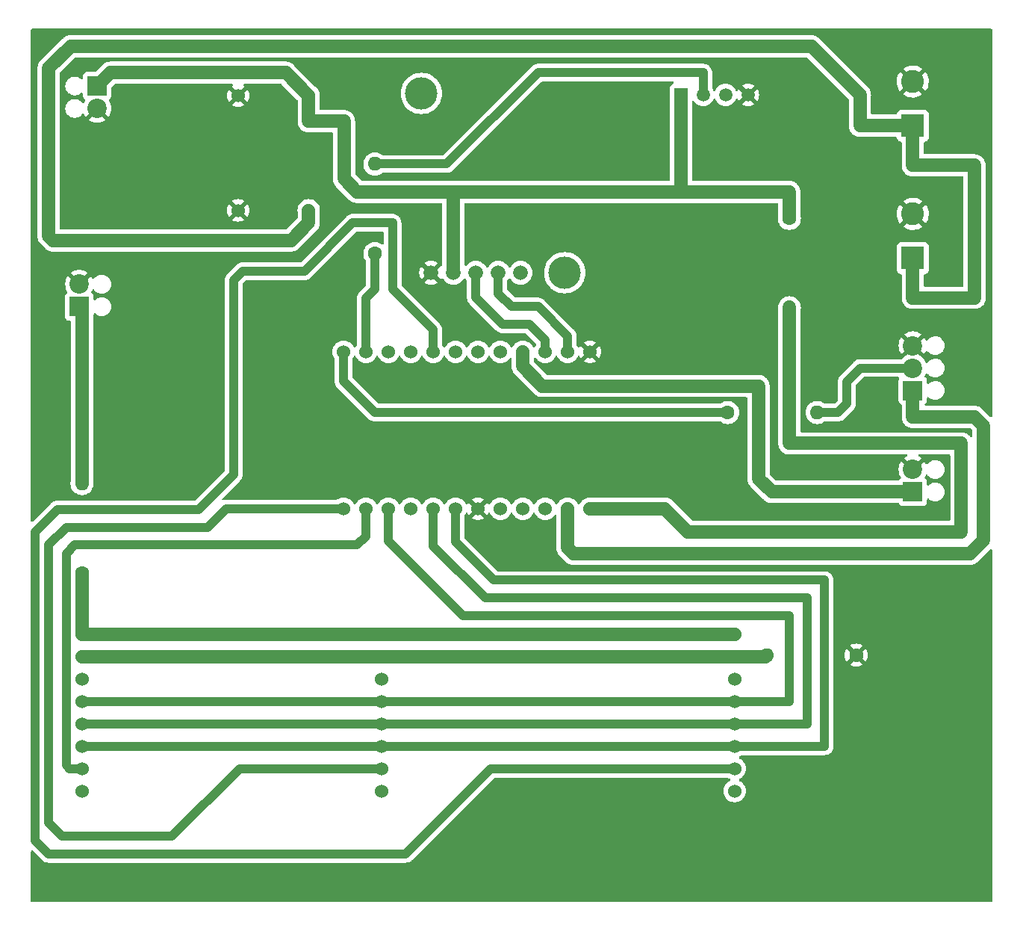
<source format=gbr>
%TF.GenerationSoftware,KiCad,Pcbnew,6.0.9+dfsg-1~bpo11+1*%
%TF.CreationDate,2022-12-06T10:20:58+01:00*%
%TF.ProjectId,demonstrateur,64656d6f-6e73-4747-9261-746575722e6b,rev?*%
%TF.SameCoordinates,Original*%
%TF.FileFunction,Copper,L2,Bot*%
%TF.FilePolarity,Positive*%
%FSLAX46Y46*%
G04 Gerber Fmt 4.6, Leading zero omitted, Abs format (unit mm)*
G04 Created by KiCad (PCBNEW 6.0.9+dfsg-1~bpo11+1) date 2022-12-06 10:20:58*
%MOMM*%
%LPD*%
G01*
G04 APERTURE LIST*
%TA.AperFunction,ComponentPad*%
%ADD10R,1.500000X1.500000*%
%TD*%
%TA.AperFunction,ComponentPad*%
%ADD11C,1.500000*%
%TD*%
%TA.AperFunction,ComponentPad*%
%ADD12C,1.665000*%
%TD*%
%TA.AperFunction,ComponentPad*%
%ADD13C,3.660000*%
%TD*%
%TA.AperFunction,ComponentPad*%
%ADD14R,2.200000X2.200000*%
%TD*%
%TA.AperFunction,ComponentPad*%
%ADD15C,2.200000*%
%TD*%
%TA.AperFunction,ComponentPad*%
%ADD16R,2.600000X2.600000*%
%TD*%
%TA.AperFunction,ComponentPad*%
%ADD17C,2.600000*%
%TD*%
%TA.AperFunction,ComponentPad*%
%ADD18C,1.524000*%
%TD*%
%TA.AperFunction,ComponentPad*%
%ADD19C,1.600000*%
%TD*%
%TA.AperFunction,ComponentPad*%
%ADD20O,1.600000X1.600000*%
%TD*%
%TA.AperFunction,Conductor*%
%ADD21C,1.000000*%
%TD*%
%TA.AperFunction,Conductor*%
%ADD22C,1.500000*%
%TD*%
G04 APERTURE END LIST*
D10*
%TO.P,IC1,1,VCC*%
%TO.N,+5VP*%
X244190000Y-28000000D03*
D11*
%TO.P,IC1,2,DATA*%
%TO.N,Relay*%
X246730000Y-28000000D03*
%TO.P,IC1,3,NC*%
%TO.N,unconnected-(IC1-Pad3)*%
X249270000Y-28000000D03*
%TO.P,IC1,4,GND*%
%TO.N,GND*%
X251810000Y-28000000D03*
%TD*%
D12*
%TO.P,IC2,1,GND*%
%TO.N,GND*%
X215875000Y-48160000D03*
%TO.P,IC2,2,VCC*%
%TO.N,+5VP*%
X218415000Y-48160000D03*
%TO.P,IC2,3,SDA*%
%TO.N,SDA*%
X220955000Y-48160000D03*
%TO.P,IC2,4,SCL*%
%TO.N,SCL*%
X223495000Y-48160000D03*
%TO.P,IC2,5,SQW*%
%TO.N,unconnected-(IC2-Pad5)*%
X226035000Y-48160000D03*
D13*
%TO.P,IC2,MH1,MH1*%
%TO.N,unconnected-(IC2-PadMH1)*%
X214775000Y-27840000D03*
%TO.P,IC2,MH2,MH2*%
%TO.N,unconnected-(IC2-PadMH2)*%
X231025000Y-48160000D03*
%TD*%
D14*
%TO.P,J1,1,Pin_1*%
%TO.N,+5VP*%
X178000000Y-27000000D03*
D15*
%TO.P,J1,2,Pin_2*%
%TO.N,GND*%
X178000000Y-29540000D03*
%TD*%
D14*
%TO.P,J2,1,Pin_1*%
%TO.N,Net-(J2-Pad1)*%
X176000000Y-52000000D03*
D15*
%TO.P,J2,2,Pin_2*%
%TO.N,GND*%
X176000000Y-49460000D03*
%TD*%
D16*
%TO.P,J3,1,Pin_1*%
%TO.N,+12V*%
X270500000Y-31500000D03*
D17*
%TO.P,J3,2,Pin_2*%
%TO.N,GND*%
X270500000Y-26500000D03*
%TD*%
D16*
%TO.P,J4,1,Pin_1*%
%TO.N,+12V*%
X270500000Y-46500000D03*
D17*
%TO.P,J4,2,Pin_2*%
%TO.N,GND*%
X270500000Y-41500000D03*
%TD*%
D14*
%TO.P,J5,1,Pin_1*%
%TO.N,+3V3*%
X270500000Y-61500000D03*
D15*
%TO.P,J5,2,Pin_2*%
%TO.N,Humidity*%
X270500000Y-58960000D03*
%TO.P,J5,3,Pin_3*%
%TO.N,GND*%
X270500000Y-56420000D03*
%TD*%
D14*
%TO.P,J6,1,Pin_1*%
%TO.N,AN*%
X270500000Y-73000000D03*
D15*
%TO.P,J6,2,Pin_2*%
%TO.N,GND*%
X270500000Y-70460000D03*
%TD*%
D18*
%TO.P,U1,3.3V,3.3V*%
%TO.N,+3V3*%
X231350000Y-74890000D03*
%TO.P,U1,5V,5V*%
%TO.N,Net-(U1-Pad5V)*%
X233890000Y-74890000D03*
%TO.P,U1,A3,PB3*%
%TO.N,unconnected-(U1-PadA3)*%
X223730000Y-57110000D03*
%TO.P,U1,A4,PB4*%
%TO.N,AN*%
X226270000Y-57110000D03*
%TO.P,U1,D0,PA0*%
%TO.N,CS2*%
X216110000Y-57110000D03*
%TO.P,U1,D9,PA9*%
%TO.N,CS1*%
X205950000Y-74890000D03*
%TO.P,U1,D10,PB10*%
%TO.N,CS3*%
X208490000Y-74890000D03*
%TO.P,U1,DIO,PA13*%
%TO.N,unconnected-(U1-PadDIO)*%
X228810000Y-74890000D03*
%TO.P,U1,DLK,PA14*%
%TO.N,unconnected-(U1-PadDLK)*%
X226270000Y-74890000D03*
%TO.P,U1,GND,GND*%
%TO.N,GND*%
X233890000Y-57110000D03*
X221190000Y-74890000D03*
%TO.P,U1,MISO,PB14*%
%TO.N,MISO*%
X216110000Y-74890000D03*
%TO.P,U1,MOSI,PA10*%
%TO.N,MOSI*%
X218650000Y-74890000D03*
%TO.P,U1,NSS,PB9*%
%TO.N,unconnected-(U1-PadNSS)*%
X213570000Y-74890000D03*
%TO.P,U1,RST,RST*%
%TO.N,unconnected-(U1-PadRST)*%
X223730000Y-74890000D03*
%TO.P,U1,RX,PB7*%
%TO.N,unconnected-(U1-PadRX)*%
X221190000Y-57110000D03*
%TO.P,U1,RX1,PC0*%
%TO.N,unconnected-(U1-PadRX1)*%
X213570000Y-57110000D03*
%TO.P,U1,RX2,PA3*%
%TO.N,Net-(R2-Pad1)*%
X208490000Y-57110000D03*
%TO.P,U1,SCK,PB13*%
%TO.N,CLK*%
X211030000Y-74890000D03*
%TO.P,U1,SCL,PA16*%
%TO.N,SCL*%
X231350000Y-57110000D03*
%TO.P,U1,SDA,PA15*%
%TO.N,SDA*%
X228810000Y-57110000D03*
%TO.P,U1,TX,PB6*%
%TO.N,unconnected-(U1-PadTX)*%
X218650000Y-57110000D03*
%TO.P,U1,TX1,PC1*%
%TO.N,unconnected-(U1-PadTX1)*%
X211030000Y-57110000D03*
%TO.P,U1,TX2,PA2*%
%TO.N,Net-(R3-Pad1)*%
X205950000Y-57110000D03*
%TD*%
%TO.P,U2,3.3V,3.3V*%
%TO.N,unconnected-(U2-Pad3.3V)*%
X210300000Y-94190000D03*
%TO.P,U2,CLK,CLK*%
%TO.N,CLK*%
X210300000Y-96730000D03*
%TO.P,U2,CS,CS*%
%TO.N,CS1*%
X210300000Y-104350000D03*
%TO.P,U2,GND,GND*%
%TO.N,GND_2*%
X210300000Y-91650000D03*
%TO.P,U2,RDY,RDY*%
%TO.N,unconnected-(U2-PadRDY)*%
X210300000Y-106890000D03*
%TO.P,U2,SDI,SDI*%
%TO.N,MOSI*%
X210300000Y-101810000D03*
%TO.P,U2,SDO,SDO*%
%TO.N,MISO*%
X210300000Y-99270000D03*
%TO.P,U2,VIN,VIN*%
%TO.N,+5V*%
X210300000Y-89110000D03*
%TD*%
%TO.P,U3,3.3V,3.3V*%
%TO.N,unconnected-(U3-Pad3.3V)*%
X250300000Y-94190000D03*
%TO.P,U3,CLK,CLK*%
%TO.N,CLK*%
X250300000Y-96730000D03*
%TO.P,U3,CS,CS*%
%TO.N,CS2*%
X250300000Y-104350000D03*
%TO.P,U3,GND,GND*%
%TO.N,GND_2*%
X250300000Y-91650000D03*
%TO.P,U3,RDY,RDY*%
%TO.N,unconnected-(U3-PadRDY)*%
X250300000Y-106890000D03*
%TO.P,U3,SDI,SDI*%
%TO.N,MOSI*%
X250300000Y-101810000D03*
%TO.P,U3,SDO,SDO*%
%TO.N,MISO*%
X250300000Y-99270000D03*
%TO.P,U3,VIN,VIN*%
%TO.N,+5V*%
X250300000Y-89110000D03*
%TD*%
%TO.P,U4,3.3V,3.3V*%
%TO.N,unconnected-(U4-Pad3.3V)*%
X176300000Y-94190000D03*
%TO.P,U4,CLK,CLK*%
%TO.N,CLK*%
X176300000Y-96730000D03*
%TO.P,U4,CS,CS*%
%TO.N,CS3*%
X176300000Y-104350000D03*
%TO.P,U4,GND,GND*%
%TO.N,GND_2*%
X176300000Y-91650000D03*
%TO.P,U4,RDY,RDY*%
%TO.N,unconnected-(U4-PadRDY)*%
X176300000Y-106890000D03*
%TO.P,U4,SDI,SDI*%
%TO.N,MOSI*%
X176300000Y-101810000D03*
%TO.P,U4,SDO,SDO*%
%TO.N,MISO*%
X176300000Y-99270000D03*
%TO.P,U4,VIN,VIN*%
%TO.N,+5V*%
X176300000Y-89110000D03*
%TD*%
%TO.P,U5,VI+,VI+*%
%TO.N,+12V*%
X202000000Y-41095000D03*
%TO.P,U5,VI-,VI-*%
%TO.N,GND*%
X194000000Y-41095000D03*
%TO.P,U5,VO+,VO+*%
%TO.N,+5VP*%
X202000000Y-28095000D03*
%TO.P,U5,VO-,VO-*%
%TO.N,GND*%
X194000000Y-28095000D03*
%TD*%
D19*
%TO.P,R5,1*%
%TO.N,GND*%
X264080000Y-91500000D03*
D20*
%TO.P,R5,2*%
%TO.N,GND_2*%
X253920000Y-91500000D03*
%TD*%
D19*
%TO.P,R3,1*%
%TO.N,Net-(R3-Pad1)*%
X249500000Y-64000000D03*
D20*
%TO.P,R3,2*%
%TO.N,Humidity*%
X259660000Y-64000000D03*
%TD*%
D19*
%TO.P,R2,1*%
%TO.N,Net-(R2-Pad1)*%
X209500000Y-46000000D03*
D20*
%TO.P,R2,2*%
%TO.N,Relay*%
X209500000Y-35840000D03*
%TD*%
D19*
%TO.P,R4,1*%
%TO.N,+5VP*%
X256500000Y-42000000D03*
D20*
%TO.P,R4,2*%
%TO.N,Net-(U1-Pad5V)*%
X256500000Y-52160000D03*
%TD*%
D19*
%TO.P,R1,1*%
%TO.N,+5V*%
X176300000Y-82200000D03*
D20*
%TO.P,R1,2*%
%TO.N,Net-(J2-Pad1)*%
X176300000Y-72040000D03*
%TD*%
D21*
%TO.N,Relay*%
X217660000Y-35840000D02*
X228000000Y-25500000D01*
X246730000Y-25500000D02*
X246730000Y-28000000D01*
X209500000Y-35840000D02*
X217660000Y-35840000D01*
X228000000Y-25500000D02*
X246730000Y-25500000D01*
D22*
%TO.N,+5VP*%
X206000000Y-37500000D02*
X206000000Y-31000000D01*
X218415000Y-44415000D02*
X218415000Y-39000000D01*
X179500000Y-25500000D02*
X199405000Y-25500000D01*
X207500000Y-39000000D02*
X206000000Y-37500000D01*
X218415000Y-39000000D02*
X244500000Y-39000000D01*
X244500000Y-39000000D02*
X244190000Y-38690000D01*
X202000000Y-31000000D02*
X202000000Y-28095000D01*
X199405000Y-25500000D02*
X202000000Y-28095000D01*
X206000000Y-31000000D02*
X202000000Y-31000000D01*
X178000000Y-27000000D02*
X179500000Y-25500000D01*
X218415000Y-39000000D02*
X207500000Y-39000000D01*
X218415000Y-48160000D02*
X218415000Y-44415000D01*
X256500000Y-39000000D02*
X256500000Y-41920000D01*
X244190000Y-38690000D02*
X244190000Y-28000000D01*
X244500000Y-39000000D02*
X256500000Y-39000000D01*
D21*
%TO.N,SCL*%
X228000000Y-52000000D02*
X231350000Y-55350000D01*
X223495000Y-50495000D02*
X225000000Y-52000000D01*
X231350000Y-55350000D02*
X231350000Y-57110000D01*
X223495000Y-48160000D02*
X223495000Y-50495000D01*
X225000000Y-52000000D02*
X228000000Y-52000000D01*
%TO.N,SDA*%
X228810000Y-55810000D02*
X228810000Y-57110000D01*
X220955000Y-48160000D02*
X220955000Y-50955000D01*
X220955000Y-50955000D02*
X224000000Y-54000000D01*
X224000000Y-54000000D02*
X227000000Y-54000000D01*
X227000000Y-54000000D02*
X228810000Y-55810000D01*
D22*
%TO.N,+5V*%
X210300000Y-89110000D02*
X176300000Y-89110000D01*
X176300000Y-89110000D02*
X176300000Y-82200000D01*
X210300000Y-89110000D02*
X250300000Y-89110000D01*
%TO.N,+12V*%
X270500000Y-36000000D02*
X277500000Y-36000000D01*
X172500000Y-44000000D02*
X172500000Y-25000000D01*
X277500000Y-51000000D02*
X270500000Y-51000000D01*
X270500000Y-51000000D02*
X270500000Y-46500000D01*
X277500000Y-36000000D02*
X277500000Y-51000000D01*
X200000000Y-44500000D02*
X173000000Y-44500000D01*
X175000000Y-22500000D02*
X259000000Y-22500000D01*
X270500000Y-31500000D02*
X270500000Y-36000000D01*
X264500000Y-28000000D02*
X264500000Y-31500000D01*
X173000000Y-44500000D02*
X172500000Y-44000000D01*
X259000000Y-22500000D02*
X264500000Y-28000000D01*
X202000000Y-41095000D02*
X202000000Y-42500000D01*
X264500000Y-31500000D02*
X270500000Y-31500000D01*
X172500000Y-25000000D02*
X175000000Y-22500000D01*
X202000000Y-42500000D02*
X200000000Y-44500000D01*
D21*
%TO.N,Humidity*%
X264540000Y-58960000D02*
X270500000Y-58960000D01*
X263000000Y-63000000D02*
X263000000Y-60500000D01*
X263000000Y-60500000D02*
X264540000Y-58960000D01*
X262000000Y-64000000D02*
X263000000Y-63000000D01*
X259660000Y-64000000D02*
X262000000Y-64000000D01*
D22*
%TO.N,+3V3*%
X278500000Y-65500000D02*
X278500000Y-78500000D01*
X278500000Y-78500000D02*
X277000000Y-80000000D01*
X232000000Y-80000000D02*
X231350000Y-79350000D01*
X277500000Y-64500000D02*
X278500000Y-65500000D01*
X277000000Y-80000000D02*
X232000000Y-80000000D01*
X270500000Y-64500000D02*
X277500000Y-64500000D01*
X270500000Y-61500000D02*
X270500000Y-64500000D01*
X231350000Y-79350000D02*
X231350000Y-74890000D01*
%TO.N,AN*%
X228500000Y-61000000D02*
X226270000Y-58770000D01*
X253000000Y-71500000D02*
X253000000Y-61000000D01*
X270500000Y-73000000D02*
X254500000Y-73000000D01*
X254500000Y-73000000D02*
X253000000Y-71500000D01*
X226270000Y-58770000D02*
X226270000Y-57110000D01*
X253000000Y-61000000D02*
X228500000Y-61000000D01*
D21*
%TO.N,CS3*%
X174500000Y-80000000D02*
X175500000Y-79000000D01*
X207500000Y-79000000D02*
X208490000Y-78010000D01*
X174500000Y-104000000D02*
X174500000Y-80000000D01*
X175500000Y-79000000D02*
X207500000Y-79000000D01*
X176300000Y-104350000D02*
X174850000Y-104350000D01*
X174850000Y-104350000D02*
X174500000Y-104000000D01*
X208490000Y-78010000D02*
X208490000Y-74890000D01*
%TO.N,MOSI*%
X218650000Y-74890000D02*
X218650000Y-78650000D01*
X260500000Y-83000000D02*
X260500000Y-101810000D01*
X250300000Y-101810000D02*
X210300000Y-101810000D01*
X223000000Y-83000000D02*
X260500000Y-83000000D01*
X210300000Y-101810000D02*
X176300000Y-101810000D01*
X218650000Y-78650000D02*
X223000000Y-83000000D01*
X260500000Y-101810000D02*
X250300000Y-101810000D01*
%TO.N,MISO*%
X258500000Y-85000000D02*
X258500000Y-99270000D01*
X216110000Y-79110000D02*
X222000000Y-85000000D01*
X258500000Y-99270000D02*
X250300000Y-99270000D01*
X210300000Y-99270000D02*
X176300000Y-99270000D01*
X222000000Y-85000000D02*
X258500000Y-85000000D01*
X216110000Y-74890000D02*
X216110000Y-79110000D01*
X250300000Y-99270000D02*
X210300000Y-99270000D01*
%TO.N,CLK*%
X176300000Y-96730000D02*
X210300000Y-96730000D01*
X211030000Y-74890000D02*
X211030000Y-78530000D01*
X219500000Y-87000000D02*
X256500000Y-87000000D01*
X256500000Y-87000000D02*
X256500000Y-96730000D01*
X256500000Y-96730000D02*
X250300000Y-96730000D01*
X210300000Y-96730000D02*
X250300000Y-96730000D01*
X211030000Y-78530000D02*
X219500000Y-87000000D01*
%TO.N,CS2*%
X193500000Y-49000000D02*
X194500000Y-48000000D01*
X211500000Y-50000000D02*
X216110000Y-54610000D01*
X201500000Y-48000000D02*
X207000000Y-42500000D01*
X173500000Y-75000000D02*
X189500000Y-75000000D01*
X172500000Y-114000000D02*
X171000000Y-112500000D01*
X171000000Y-77500000D02*
X173500000Y-75000000D01*
X250300000Y-104350000D02*
X222650000Y-104350000D01*
X193500000Y-71000000D02*
X193500000Y-49000000D01*
X194500000Y-48000000D02*
X201500000Y-48000000D01*
X222650000Y-104350000D02*
X213000000Y-114000000D01*
X211500000Y-42500000D02*
X211500000Y-50000000D01*
X213000000Y-114000000D02*
X172500000Y-114000000D01*
X207000000Y-42500000D02*
X211500000Y-42500000D01*
X171000000Y-112500000D02*
X171000000Y-77500000D01*
X216110000Y-54610000D02*
X216110000Y-57110000D01*
X189500000Y-75000000D02*
X193500000Y-71000000D01*
%TO.N,CS1*%
X210300000Y-104350000D02*
X194150000Y-104350000D01*
X174000000Y-112000000D02*
X172500000Y-110500000D01*
X194150000Y-104350000D02*
X186500000Y-112000000D01*
X172500000Y-79000000D02*
X174500000Y-77000000D01*
X190500000Y-77000000D02*
X192610000Y-74890000D01*
X174500000Y-77000000D02*
X190500000Y-77000000D01*
X172500000Y-110500000D02*
X172500000Y-79000000D01*
X192610000Y-74890000D02*
X205950000Y-74890000D01*
X186500000Y-112000000D02*
X174000000Y-112000000D01*
D22*
%TO.N,Net-(J2-Pad1)*%
X176300000Y-72040000D02*
X176300000Y-52300000D01*
X176300000Y-52300000D02*
X176000000Y-52000000D01*
D21*
%TO.N,Net-(R2-Pad1)*%
X209500000Y-50000000D02*
X209500000Y-46000000D01*
X208490000Y-57110000D02*
X208490000Y-51010000D01*
X208490000Y-51010000D02*
X209500000Y-50000000D01*
%TO.N,Net-(R3-Pad1)*%
X205950000Y-57110000D02*
X205950000Y-60450000D01*
X205950000Y-60450000D02*
X209500000Y-64000000D01*
X209500000Y-64000000D02*
X249500000Y-64000000D01*
D22*
%TO.N,Net-(U1-Pad5V)*%
X276000000Y-67500000D02*
X256500000Y-67500000D01*
X242390000Y-74890000D02*
X245000000Y-77500000D01*
X276000000Y-77500000D02*
X276000000Y-67500000D01*
X256500000Y-67500000D02*
X256500000Y-52080000D01*
X233890000Y-74890000D02*
X242390000Y-74890000D01*
X245000000Y-77500000D02*
X276000000Y-77500000D01*
%TO.N,GND_2*%
X176300000Y-91650000D02*
X210300000Y-91650000D01*
X253770000Y-91650000D02*
X253920000Y-91500000D01*
X210300000Y-91650000D02*
X250300000Y-91650000D01*
X250300000Y-91650000D02*
X253770000Y-91650000D01*
%TD*%
%TA.AperFunction,Conductor*%
%TO.N,GND*%
G36*
X279433621Y-20528502D02*
G01*
X279480114Y-20582158D01*
X279491500Y-20634500D01*
X279491500Y-64407522D01*
X279471498Y-64475643D01*
X279417842Y-64522136D01*
X279347568Y-64532240D01*
X279282988Y-64502746D01*
X279276405Y-64496617D01*
X278454525Y-63674737D01*
X278443657Y-63662346D01*
X278433533Y-63649152D01*
X278430123Y-63644708D01*
X278369826Y-63589842D01*
X278365531Y-63585743D01*
X278349590Y-63569802D01*
X278342338Y-63563738D01*
X278329577Y-63553068D01*
X278325602Y-63549600D01*
X278268112Y-63497288D01*
X278268103Y-63497281D01*
X278263964Y-63493515D01*
X278248773Y-63483986D01*
X278234907Y-63473911D01*
X278225451Y-63466004D01*
X278225441Y-63465997D01*
X278221146Y-63462406D01*
X278148752Y-63421113D01*
X278144232Y-63418408D01*
X278078404Y-63377114D01*
X278078401Y-63377112D01*
X278073656Y-63374136D01*
X278068451Y-63372043D01*
X278068448Y-63372042D01*
X278057021Y-63367448D01*
X278041589Y-63359988D01*
X278030881Y-63353880D01*
X278030872Y-63353876D01*
X278026007Y-63351101D01*
X278020730Y-63349232D01*
X278020725Y-63349230D01*
X277947458Y-63323285D01*
X277942522Y-63321420D01*
X277870416Y-63292434D01*
X277865217Y-63290344D01*
X277859730Y-63289208D01*
X277859728Y-63289207D01*
X277847651Y-63286706D01*
X277831156Y-63282101D01*
X277814241Y-63276111D01*
X277731990Y-63262641D01*
X277726820Y-63261683D01*
X277645233Y-63244787D01*
X277640621Y-63244521D01*
X277640620Y-63244521D01*
X277617452Y-63243185D01*
X277604347Y-63241738D01*
X277598090Y-63240714D01*
X277598086Y-63240714D01*
X277592543Y-63239806D01*
X277586930Y-63239894D01*
X277586928Y-63239894D01*
X277485736Y-63241484D01*
X277483757Y-63241500D01*
X271970226Y-63241500D01*
X271902105Y-63221498D01*
X271855612Y-63167842D01*
X271845508Y-63097568D01*
X271875002Y-63032988D01*
X271894661Y-63014674D01*
X271956080Y-62968643D01*
X271956081Y-62968642D01*
X271963261Y-62963261D01*
X272050615Y-62846705D01*
X272101745Y-62710316D01*
X272108500Y-62648134D01*
X272108500Y-62370420D01*
X272128502Y-62302299D01*
X272182158Y-62255806D01*
X272252432Y-62245702D01*
X272315491Y-62273898D01*
X272439089Y-62377609D01*
X272444481Y-62380573D01*
X272444485Y-62380576D01*
X272615598Y-62474646D01*
X272620995Y-62477613D01*
X272818861Y-62540379D01*
X272824978Y-62541065D01*
X272824982Y-62541066D01*
X272901598Y-62549659D01*
X272980413Y-62558500D01*
X273092237Y-62558500D01*
X273095293Y-62558200D01*
X273095300Y-62558200D01*
X273240466Y-62543966D01*
X273240469Y-62543965D01*
X273246592Y-62543365D01*
X273378546Y-62503526D01*
X273439407Y-62485152D01*
X273439410Y-62485151D01*
X273445315Y-62483368D01*
X273452635Y-62479476D01*
X273623153Y-62388809D01*
X273623155Y-62388808D01*
X273628599Y-62385913D01*
X273731120Y-62302299D01*
X273784689Y-62258610D01*
X273784692Y-62258607D01*
X273789464Y-62254715D01*
X273796921Y-62245702D01*
X273917855Y-62099518D01*
X273921783Y-62094770D01*
X273924714Y-62089350D01*
X274017584Y-61917590D01*
X274017586Y-61917585D01*
X274020514Y-61912170D01*
X274081898Y-61713871D01*
X274103596Y-61507425D01*
X274084782Y-61300697D01*
X274026173Y-61101560D01*
X273930001Y-60917600D01*
X273917302Y-60901805D01*
X273868905Y-60841612D01*
X273799929Y-60755823D01*
X273787371Y-60745285D01*
X273645629Y-60626350D01*
X273640911Y-60622391D01*
X273635519Y-60619427D01*
X273635515Y-60619424D01*
X273464402Y-60525354D01*
X273459005Y-60522387D01*
X273261139Y-60459621D01*
X273255022Y-60458935D01*
X273255018Y-60458934D01*
X273178402Y-60450341D01*
X273099587Y-60441500D01*
X272987763Y-60441500D01*
X272984707Y-60441800D01*
X272984700Y-60441800D01*
X272839534Y-60456034D01*
X272839531Y-60456035D01*
X272833408Y-60456635D01*
X272724923Y-60489388D01*
X272640593Y-60514848D01*
X272640590Y-60514849D01*
X272634685Y-60516632D01*
X272629240Y-60519527D01*
X272629238Y-60519528D01*
X272456847Y-60611191D01*
X272456845Y-60611192D01*
X272451401Y-60614087D01*
X272446620Y-60617987D01*
X272446616Y-60617989D01*
X272314135Y-60726037D01*
X272248704Y-60753591D01*
X272178762Y-60741395D01*
X272126517Y-60693323D01*
X272108500Y-60628394D01*
X272108500Y-60351866D01*
X272101745Y-60289684D01*
X272050615Y-60153295D01*
X271963261Y-60036739D01*
X271892954Y-59984046D01*
X271850440Y-59927187D01*
X271845415Y-59856369D01*
X271861087Y-59817386D01*
X271935030Y-59696722D01*
X271937616Y-59692502D01*
X271939509Y-59687932D01*
X271939513Y-59687924D01*
X271969492Y-59615546D01*
X272014040Y-59560264D01*
X272081403Y-59537843D01*
X272150194Y-59555401D01*
X272184097Y-59584811D01*
X272276206Y-59699371D01*
X272276211Y-59699376D01*
X272280071Y-59704177D01*
X272284788Y-59708135D01*
X272284790Y-59708137D01*
X272359848Y-59771118D01*
X272439089Y-59837609D01*
X272444481Y-59840573D01*
X272444485Y-59840576D01*
X272539317Y-59892710D01*
X272620995Y-59937613D01*
X272818861Y-60000379D01*
X272824978Y-60001065D01*
X272824982Y-60001066D01*
X272901598Y-60009659D01*
X272980413Y-60018500D01*
X273092237Y-60018500D01*
X273095293Y-60018200D01*
X273095300Y-60018200D01*
X273240466Y-60003966D01*
X273240469Y-60003965D01*
X273246592Y-60003365D01*
X273378546Y-59963526D01*
X273439407Y-59945152D01*
X273439410Y-59945151D01*
X273445315Y-59943368D01*
X273452635Y-59939476D01*
X273623153Y-59848809D01*
X273623155Y-59848808D01*
X273628599Y-59845913D01*
X273694170Y-59792435D01*
X273784689Y-59718610D01*
X273784692Y-59718607D01*
X273789464Y-59714715D01*
X273807841Y-59692502D01*
X273887961Y-59595654D01*
X273921783Y-59554770D01*
X273924714Y-59549350D01*
X274017584Y-59377590D01*
X274017586Y-59377585D01*
X274020514Y-59372170D01*
X274081898Y-59173871D01*
X274082764Y-59165632D01*
X274102952Y-58973554D01*
X274102952Y-58973552D01*
X274103596Y-58967425D01*
X274088492Y-58801457D01*
X274085341Y-58766836D01*
X274085340Y-58766833D01*
X274084782Y-58760697D01*
X274073599Y-58722698D01*
X274027912Y-58567469D01*
X274026173Y-58561560D01*
X273930001Y-58377600D01*
X273799929Y-58215823D01*
X273792852Y-58209884D01*
X273645629Y-58086350D01*
X273640911Y-58082391D01*
X273635519Y-58079427D01*
X273635515Y-58079424D01*
X273464402Y-57985354D01*
X273459005Y-57982387D01*
X273261139Y-57919621D01*
X273255022Y-57918935D01*
X273255018Y-57918934D01*
X273178402Y-57910341D01*
X273099587Y-57901500D01*
X272987763Y-57901500D01*
X272984707Y-57901800D01*
X272984700Y-57901800D01*
X272839534Y-57916034D01*
X272839531Y-57916035D01*
X272833408Y-57916635D01*
X272717928Y-57951500D01*
X272640593Y-57974848D01*
X272640590Y-57974849D01*
X272634685Y-57976632D01*
X272629240Y-57979527D01*
X272629238Y-57979528D01*
X272456847Y-58071191D01*
X272456845Y-58071192D01*
X272451401Y-58074087D01*
X272407235Y-58110108D01*
X272295311Y-58201390D01*
X272295308Y-58201393D01*
X272290536Y-58205285D01*
X272286608Y-58210033D01*
X272286607Y-58210034D01*
X272182637Y-58335711D01*
X272123803Y-58375449D01*
X272052825Y-58377070D01*
X271992238Y-58340061D01*
X271969144Y-58303613D01*
X271939511Y-58232072D01*
X271939509Y-58232068D01*
X271937616Y-58227498D01*
X271805328Y-58011624D01*
X271661040Y-57842685D01*
X271644106Y-57822858D01*
X271640898Y-57819102D01*
X271448376Y-57654672D01*
X271272776Y-57547064D01*
X271249516Y-57528726D01*
X270512812Y-56792022D01*
X270498868Y-56784408D01*
X270497035Y-56784539D01*
X270490420Y-56788790D01*
X269750484Y-57528726D01*
X269727224Y-57547064D01*
X269551624Y-57654672D01*
X269359102Y-57819102D01*
X269355894Y-57822858D01*
X269283747Y-57907331D01*
X269224296Y-57946140D01*
X269187936Y-57951500D01*
X264601843Y-57951500D01*
X264588236Y-57950763D01*
X264556738Y-57947341D01*
X264556733Y-57947341D01*
X264550612Y-57946676D01*
X264524362Y-57948973D01*
X264500612Y-57951050D01*
X264495786Y-57951379D01*
X264493314Y-57951500D01*
X264490231Y-57951500D01*
X264478262Y-57952674D01*
X264447494Y-57955690D01*
X264446181Y-57955812D01*
X264401916Y-57959685D01*
X264353587Y-57963913D01*
X264348468Y-57965400D01*
X264343167Y-57965920D01*
X264254166Y-57992791D01*
X264253033Y-57993126D01*
X264169586Y-58017370D01*
X264169582Y-58017372D01*
X264163664Y-58019091D01*
X264158932Y-58021544D01*
X264153831Y-58023084D01*
X264148388Y-58025978D01*
X264071740Y-58066731D01*
X264070574Y-58067343D01*
X264026603Y-58090136D01*
X263988074Y-58110108D01*
X263983911Y-58113431D01*
X263979204Y-58115934D01*
X263907082Y-58174755D01*
X263906226Y-58175446D01*
X263867027Y-58206738D01*
X263864523Y-58209242D01*
X263863805Y-58209884D01*
X263859472Y-58213585D01*
X263825938Y-58240935D01*
X263822011Y-58245682D01*
X263822009Y-58245684D01*
X263796713Y-58276262D01*
X263788723Y-58285042D01*
X262330621Y-59743145D01*
X262320478Y-59752247D01*
X262290975Y-59775968D01*
X262258709Y-59814421D01*
X262255528Y-59818069D01*
X262253885Y-59819881D01*
X262251691Y-59822075D01*
X262224358Y-59855349D01*
X262223696Y-59856147D01*
X262163846Y-59927474D01*
X262161278Y-59932144D01*
X262157897Y-59936261D01*
X262153130Y-59945152D01*
X262114023Y-60018086D01*
X262113394Y-60019245D01*
X262071538Y-60095381D01*
X262071535Y-60095389D01*
X262068567Y-60100787D01*
X262066955Y-60105869D01*
X262064438Y-60110563D01*
X262037238Y-60199531D01*
X262036918Y-60200559D01*
X262008765Y-60289306D01*
X262008171Y-60294602D01*
X262006613Y-60299698D01*
X262000301Y-60361840D01*
X261997218Y-60392187D01*
X261997089Y-60393393D01*
X261993319Y-60427008D01*
X261991931Y-60439388D01*
X261991500Y-60443227D01*
X261991500Y-60446754D01*
X261991445Y-60447739D01*
X261990998Y-60453419D01*
X261990179Y-60461484D01*
X261987345Y-60489388D01*
X261986626Y-60496462D01*
X261988901Y-60520524D01*
X261990941Y-60542109D01*
X261991500Y-60553967D01*
X261991500Y-62530076D01*
X261971498Y-62598197D01*
X261954595Y-62619171D01*
X261619171Y-62954595D01*
X261556859Y-62988621D01*
X261530076Y-62991500D01*
X260540740Y-62991500D01*
X260468469Y-62968713D01*
X260436076Y-62946031D01*
X260316749Y-62862477D01*
X260311767Y-62860154D01*
X260311762Y-62860151D01*
X260114225Y-62768039D01*
X260114224Y-62768039D01*
X260109243Y-62765716D01*
X260103935Y-62764294D01*
X260103933Y-62764293D01*
X259893402Y-62707881D01*
X259893400Y-62707881D01*
X259888087Y-62706457D01*
X259660000Y-62686502D01*
X259431913Y-62706457D01*
X259426600Y-62707881D01*
X259426598Y-62707881D01*
X259216067Y-62764293D01*
X259216065Y-62764294D01*
X259210757Y-62765716D01*
X259205776Y-62768039D01*
X259205775Y-62768039D01*
X259008238Y-62860151D01*
X259008233Y-62860154D01*
X259003251Y-62862477D01*
X258898389Y-62935902D01*
X258820211Y-62990643D01*
X258820208Y-62990645D01*
X258815700Y-62993802D01*
X258653802Y-63155700D01*
X258650645Y-63160208D01*
X258650643Y-63160211D01*
X258645300Y-63167842D01*
X258522477Y-63343251D01*
X258520154Y-63348233D01*
X258520151Y-63348238D01*
X258456851Y-63483987D01*
X258425716Y-63550757D01*
X258424294Y-63556065D01*
X258424293Y-63556067D01*
X258379287Y-63724032D01*
X258366457Y-63771913D01*
X258346502Y-64000000D01*
X258366457Y-64228087D01*
X258425716Y-64449243D01*
X258428039Y-64454224D01*
X258428039Y-64454225D01*
X258520151Y-64651762D01*
X258520154Y-64651767D01*
X258522477Y-64656749D01*
X258587958Y-64750265D01*
X258647836Y-64835779D01*
X258653802Y-64844300D01*
X258815700Y-65006198D01*
X258820208Y-65009355D01*
X258820211Y-65009357D01*
X258898389Y-65064098D01*
X259003251Y-65137523D01*
X259008233Y-65139846D01*
X259008238Y-65139849D01*
X259097601Y-65181519D01*
X259210757Y-65234284D01*
X259216065Y-65235706D01*
X259216067Y-65235707D01*
X259426598Y-65292119D01*
X259426600Y-65292119D01*
X259431913Y-65293543D01*
X259660000Y-65313498D01*
X259888087Y-65293543D01*
X259893400Y-65292119D01*
X259893402Y-65292119D01*
X260103933Y-65235707D01*
X260103935Y-65235706D01*
X260109243Y-65234284D01*
X260222399Y-65181519D01*
X260311762Y-65139849D01*
X260311767Y-65139846D01*
X260316749Y-65137523D01*
X260468469Y-65031287D01*
X260540740Y-65008500D01*
X261938157Y-65008500D01*
X261951764Y-65009237D01*
X261983262Y-65012659D01*
X261983267Y-65012659D01*
X261989388Y-65013324D01*
X262015638Y-65011027D01*
X262039388Y-65008950D01*
X262044214Y-65008621D01*
X262046686Y-65008500D01*
X262049769Y-65008500D01*
X262061738Y-65007326D01*
X262092506Y-65004310D01*
X262093819Y-65004188D01*
X262138084Y-65000315D01*
X262186413Y-64996087D01*
X262191532Y-64994600D01*
X262196833Y-64994080D01*
X262285834Y-64967209D01*
X262286967Y-64966874D01*
X262370414Y-64942630D01*
X262370418Y-64942628D01*
X262376336Y-64940909D01*
X262381068Y-64938456D01*
X262386169Y-64936916D01*
X262393173Y-64933192D01*
X262468260Y-64893269D01*
X262469426Y-64892657D01*
X262546453Y-64852729D01*
X262551926Y-64849892D01*
X262556089Y-64846569D01*
X262560796Y-64844066D01*
X262632918Y-64785245D01*
X262633774Y-64784554D01*
X262672973Y-64753262D01*
X262675477Y-64750758D01*
X262676195Y-64750116D01*
X262680528Y-64746415D01*
X262714062Y-64719065D01*
X262743291Y-64683733D01*
X262751272Y-64674963D01*
X263669383Y-63756851D01*
X263679527Y-63747749D01*
X263704218Y-63727897D01*
X263709025Y-63724032D01*
X263741292Y-63685578D01*
X263744473Y-63681930D01*
X263746117Y-63680117D01*
X263748309Y-63677925D01*
X263775593Y-63644708D01*
X263776362Y-63643782D01*
X263832193Y-63577247D01*
X263832195Y-63577244D01*
X263836154Y-63572526D01*
X263838723Y-63567853D01*
X263842103Y-63563738D01*
X263846217Y-63556067D01*
X263886028Y-63481820D01*
X263886657Y-63480662D01*
X263928465Y-63404612D01*
X263928465Y-63404611D01*
X263931433Y-63399213D01*
X263933044Y-63394135D01*
X263935563Y-63389437D01*
X263962753Y-63300502D01*
X263963136Y-63299272D01*
X263989371Y-63216570D01*
X263991235Y-63210694D01*
X263991828Y-63205403D01*
X263993388Y-63200302D01*
X264002795Y-63107689D01*
X264002915Y-63106569D01*
X264008500Y-63056773D01*
X264008500Y-63053244D01*
X264008555Y-63052261D01*
X264009004Y-63046556D01*
X264010383Y-63032988D01*
X264013374Y-63003537D01*
X264009059Y-62957888D01*
X264008500Y-62946031D01*
X264008500Y-60969926D01*
X264028502Y-60901805D01*
X264045404Y-60880831D01*
X264920829Y-60005405D01*
X264983142Y-59971380D01*
X265009925Y-59968500D01*
X268839377Y-59968500D01*
X268907498Y-59988502D01*
X268953991Y-60042158D01*
X268964095Y-60112432D01*
X268951338Y-60150689D01*
X268949385Y-60153295D01*
X268898255Y-60289684D01*
X268891500Y-60351866D01*
X268891500Y-62648134D01*
X268898255Y-62710316D01*
X268949385Y-62846705D01*
X269036739Y-62963261D01*
X269153295Y-63050615D01*
X269161704Y-63053767D01*
X269169575Y-63058077D01*
X269168664Y-63059741D01*
X269216490Y-63095663D01*
X269241193Y-63162224D01*
X269241500Y-63171009D01*
X269241500Y-64458654D01*
X269241291Y-64465907D01*
X269237467Y-64532240D01*
X269237037Y-64539690D01*
X269247920Y-64629628D01*
X269248330Y-64633531D01*
X269251961Y-64674210D01*
X269256383Y-64723762D01*
X269257864Y-64729175D01*
X269259192Y-64734030D01*
X269262744Y-64752137D01*
X269263350Y-64757141D01*
X269263351Y-64757146D01*
X269264025Y-64762715D01*
X269290675Y-64849342D01*
X269291764Y-64853092D01*
X269302755Y-64893269D01*
X269313070Y-64930971D01*
X269315663Y-64940451D01*
X269318079Y-64945517D01*
X269318080Y-64945519D01*
X269320249Y-64950067D01*
X269326948Y-64967248D01*
X269330082Y-64977435D01*
X269371656Y-65057984D01*
X269373364Y-65061425D01*
X269412378Y-65143218D01*
X269415650Y-65147772D01*
X269415652Y-65147775D01*
X269418591Y-65151865D01*
X269428228Y-65167591D01*
X269433118Y-65177064D01*
X269436534Y-65181516D01*
X269436536Y-65181519D01*
X269488268Y-65248938D01*
X269490629Y-65252116D01*
X269540195Y-65321096D01*
X269540199Y-65321101D01*
X269543471Y-65325654D01*
X269547505Y-65329563D01*
X269551117Y-65333064D01*
X269563390Y-65346839D01*
X269566458Y-65350837D01*
X269566462Y-65350841D01*
X269569877Y-65355292D01*
X269574023Y-65359065D01*
X269574028Y-65359070D01*
X269636871Y-65416252D01*
X269639752Y-65418957D01*
X269704799Y-65481992D01*
X269713639Y-65487932D01*
X269728161Y-65499319D01*
X269736036Y-65506485D01*
X269812732Y-65554596D01*
X269816050Y-65556751D01*
X269886604Y-65604160D01*
X269891262Y-65607290D01*
X269901014Y-65611570D01*
X269917336Y-65620213D01*
X269921593Y-65622884D01*
X269921597Y-65622886D01*
X269926344Y-65625864D01*
X269931544Y-65627954D01*
X269931555Y-65627960D01*
X270010380Y-65659647D01*
X270014030Y-65661181D01*
X270091831Y-65695334D01*
X270091837Y-65695336D01*
X270096967Y-65697588D01*
X270102415Y-65698896D01*
X270102418Y-65698897D01*
X270105717Y-65699689D01*
X270107328Y-65700075D01*
X270124902Y-65705684D01*
X270134783Y-65709656D01*
X270217671Y-65726822D01*
X270223451Y-65728019D01*
X270227313Y-65728882D01*
X270309962Y-65748724D01*
X270309964Y-65748724D01*
X270315411Y-65750032D01*
X270321004Y-65750355D01*
X270321007Y-65750355D01*
X270324779Y-65750572D01*
X270326042Y-65750645D01*
X270344340Y-65753054D01*
X270350239Y-65754276D01*
X270350247Y-65754277D01*
X270354767Y-65755213D01*
X270388543Y-65757160D01*
X270409952Y-65758395D01*
X270409956Y-65758395D01*
X270411775Y-65758500D01*
X270458654Y-65758500D01*
X270465907Y-65758709D01*
X270539690Y-65762963D01*
X270545257Y-65762289D01*
X270545268Y-65762289D01*
X270569035Y-65759413D01*
X270584172Y-65758500D01*
X276926522Y-65758500D01*
X276994643Y-65778502D01*
X277015618Y-65795405D01*
X277204596Y-65984384D01*
X277238621Y-66046696D01*
X277241500Y-66073479D01*
X277241500Y-66679318D01*
X277221498Y-66747439D01*
X277167842Y-66793932D01*
X277097568Y-66804036D01*
X277032988Y-66774542D01*
X277015538Y-66756023D01*
X277011732Y-66751063D01*
X277009371Y-66747884D01*
X277009052Y-66747439D01*
X276960102Y-66679318D01*
X276959805Y-66678904D01*
X276959801Y-66678899D01*
X276956529Y-66674346D01*
X276951367Y-66669343D01*
X276948883Y-66666936D01*
X276936610Y-66653161D01*
X276933542Y-66649163D01*
X276933538Y-66649159D01*
X276930123Y-66644708D01*
X276925977Y-66640935D01*
X276925972Y-66640930D01*
X276863129Y-66583748D01*
X276860244Y-66581039D01*
X276799231Y-66521913D01*
X276799229Y-66521911D01*
X276795201Y-66518008D01*
X276786361Y-66512068D01*
X276771839Y-66500681D01*
X276768115Y-66497292D01*
X276768113Y-66497290D01*
X276763964Y-66493515D01*
X276687258Y-66445398D01*
X276683950Y-66443249D01*
X276613396Y-66395840D01*
X276608738Y-66392710D01*
X276598986Y-66388430D01*
X276582664Y-66379787D01*
X276578407Y-66377116D01*
X276578403Y-66377114D01*
X276573656Y-66374136D01*
X276568456Y-66372046D01*
X276568445Y-66372040D01*
X276489620Y-66340353D01*
X276485970Y-66338819D01*
X276408169Y-66304666D01*
X276408163Y-66304664D01*
X276403033Y-66302412D01*
X276397585Y-66301104D01*
X276397582Y-66301103D01*
X276394283Y-66300311D01*
X276392672Y-66299925D01*
X276375098Y-66294316D01*
X276370419Y-66292435D01*
X276370418Y-66292435D01*
X276365217Y-66290344D01*
X276276550Y-66271981D01*
X276272687Y-66271118D01*
X276190038Y-66251276D01*
X276190036Y-66251276D01*
X276184589Y-66249968D01*
X276178996Y-66249645D01*
X276178993Y-66249645D01*
X276175221Y-66249428D01*
X276173958Y-66249355D01*
X276155660Y-66246946D01*
X276149761Y-66245724D01*
X276149753Y-66245723D01*
X276145233Y-66244787D01*
X276111457Y-66242840D01*
X276090048Y-66241605D01*
X276090044Y-66241605D01*
X276088225Y-66241500D01*
X276041346Y-66241500D01*
X276034093Y-66241291D01*
X275965912Y-66237360D01*
X275960310Y-66237037D01*
X275954743Y-66237711D01*
X275954732Y-66237711D01*
X275930965Y-66240587D01*
X275915828Y-66241500D01*
X257884500Y-66241500D01*
X257816379Y-66221498D01*
X257769886Y-66167842D01*
X257758500Y-66115500D01*
X257758500Y-56424930D01*
X268887416Y-56424930D01*
X268906498Y-56667390D01*
X268908041Y-56677137D01*
X268964817Y-56913624D01*
X268967866Y-56923009D01*
X269060936Y-57147700D01*
X269065417Y-57156494D01*
X269184713Y-57351167D01*
X269195170Y-57360627D01*
X269203946Y-57356844D01*
X270127978Y-56432812D01*
X270134356Y-56421132D01*
X270864408Y-56421132D01*
X270864539Y-56422965D01*
X270868790Y-56429580D01*
X271793010Y-57353800D01*
X271805390Y-57360560D01*
X271813040Y-57354833D01*
X271934583Y-57156494D01*
X271939064Y-57147700D01*
X271969135Y-57075101D01*
X272013683Y-57019820D01*
X272081047Y-56997399D01*
X272149838Y-57014957D01*
X272183740Y-57044367D01*
X272276206Y-57159371D01*
X272276211Y-57159376D01*
X272280071Y-57164177D01*
X272284788Y-57168135D01*
X272284790Y-57168137D01*
X272388681Y-57255312D01*
X272439089Y-57297609D01*
X272444481Y-57300573D01*
X272444485Y-57300576D01*
X272615598Y-57394646D01*
X272620995Y-57397613D01*
X272818861Y-57460379D01*
X272824978Y-57461065D01*
X272824982Y-57461066D01*
X272901598Y-57469659D01*
X272980413Y-57478500D01*
X273092237Y-57478500D01*
X273095293Y-57478200D01*
X273095300Y-57478200D01*
X273240466Y-57463966D01*
X273240469Y-57463965D01*
X273246592Y-57463365D01*
X273378546Y-57423526D01*
X273439407Y-57405152D01*
X273439410Y-57405151D01*
X273445315Y-57403368D01*
X273452635Y-57399476D01*
X273623153Y-57308809D01*
X273623155Y-57308808D01*
X273628599Y-57305913D01*
X273688471Y-57257083D01*
X273784689Y-57178610D01*
X273784692Y-57178607D01*
X273789464Y-57174715D01*
X273840549Y-57112965D01*
X273917855Y-57019518D01*
X273921783Y-57014770D01*
X273924714Y-57009350D01*
X274017584Y-56837590D01*
X274017586Y-56837585D01*
X274020514Y-56832170D01*
X274081898Y-56633871D01*
X274103596Y-56427425D01*
X274091109Y-56290219D01*
X274085341Y-56226836D01*
X274085340Y-56226833D01*
X274084782Y-56220697D01*
X274080495Y-56206129D01*
X274033948Y-56047978D01*
X274026173Y-56021560D01*
X273930001Y-55837600D01*
X273799929Y-55675823D01*
X273787371Y-55665285D01*
X273645629Y-55546350D01*
X273640911Y-55542391D01*
X273635519Y-55539427D01*
X273635515Y-55539424D01*
X273464402Y-55445354D01*
X273459005Y-55442387D01*
X273261139Y-55379621D01*
X273255022Y-55378935D01*
X273255018Y-55378934D01*
X273178402Y-55370341D01*
X273099587Y-55361500D01*
X272987763Y-55361500D01*
X272984707Y-55361800D01*
X272984700Y-55361800D01*
X272839534Y-55376034D01*
X272839531Y-55376035D01*
X272833408Y-55376635D01*
X272709859Y-55413936D01*
X272640593Y-55434848D01*
X272640590Y-55434849D01*
X272634685Y-55436632D01*
X272629240Y-55439527D01*
X272629238Y-55439528D01*
X272456847Y-55531191D01*
X272456845Y-55531192D01*
X272451401Y-55534087D01*
X272436365Y-55546350D01*
X272295311Y-55661390D01*
X272295308Y-55661393D01*
X272290536Y-55665285D01*
X272286608Y-55670033D01*
X272286607Y-55670034D01*
X272182276Y-55796148D01*
X272123443Y-55835886D01*
X272052465Y-55837507D01*
X271991877Y-55800498D01*
X271968783Y-55764050D01*
X271939064Y-55692300D01*
X271934583Y-55683506D01*
X271815287Y-55488833D01*
X271804830Y-55479373D01*
X271796054Y-55483156D01*
X270872022Y-56407188D01*
X270864408Y-56421132D01*
X270134356Y-56421132D01*
X270135592Y-56418868D01*
X270135461Y-56417035D01*
X270131210Y-56410420D01*
X269206990Y-55486200D01*
X269194610Y-55479440D01*
X269186960Y-55485167D01*
X269065417Y-55683506D01*
X269060936Y-55692300D01*
X268967866Y-55916991D01*
X268964817Y-55926376D01*
X268908041Y-56162863D01*
X268906498Y-56172610D01*
X268887416Y-56415070D01*
X268887416Y-56424930D01*
X257758500Y-56424930D01*
X257758500Y-55115170D01*
X269559373Y-55115170D01*
X269563156Y-55123946D01*
X270487188Y-56047978D01*
X270501132Y-56055592D01*
X270502965Y-56055461D01*
X270509580Y-56051210D01*
X271433800Y-55126990D01*
X271440560Y-55114610D01*
X271434833Y-55106960D01*
X271236494Y-54985417D01*
X271227700Y-54980936D01*
X271003009Y-54887866D01*
X270993624Y-54884817D01*
X270757137Y-54828041D01*
X270747390Y-54826498D01*
X270504930Y-54807416D01*
X270495070Y-54807416D01*
X270252610Y-54826498D01*
X270242863Y-54828041D01*
X270006376Y-54884817D01*
X269996991Y-54887866D01*
X269772300Y-54980936D01*
X269763506Y-54985417D01*
X269568833Y-55104713D01*
X269559373Y-55115170D01*
X257758500Y-55115170D01*
X257758500Y-52535457D01*
X257762793Y-52502845D01*
X257793543Y-52388087D01*
X257813498Y-52160000D01*
X257793543Y-51931913D01*
X257791951Y-51925972D01*
X257735707Y-51716067D01*
X257735706Y-51716065D01*
X257734284Y-51710757D01*
X257716251Y-51672084D01*
X257639849Y-51508238D01*
X257639846Y-51508233D01*
X257637523Y-51503251D01*
X257540870Y-51365217D01*
X257509357Y-51320211D01*
X257509355Y-51320208D01*
X257506198Y-51315700D01*
X257493615Y-51303117D01*
X257480387Y-51287548D01*
X257459805Y-51258905D01*
X257456529Y-51254346D01*
X257389448Y-51189339D01*
X257299229Y-51101911D01*
X257299226Y-51101909D01*
X257295201Y-51098008D01*
X257108738Y-50972710D01*
X256903033Y-50882412D01*
X256897582Y-50881103D01*
X256897578Y-50881102D01*
X256690046Y-50831278D01*
X256690045Y-50831278D01*
X256684589Y-50829968D01*
X256600525Y-50825121D01*
X256465917Y-50817360D01*
X256465914Y-50817360D01*
X256460310Y-50817037D01*
X256237285Y-50844025D01*
X256022565Y-50910082D01*
X256017585Y-50912652D01*
X256017581Y-50912654D01*
X255832104Y-51008386D01*
X255822936Y-51013118D01*
X255644708Y-51149877D01*
X255494010Y-51315492D01*
X255493802Y-51315700D01*
X255493739Y-51315789D01*
X255493515Y-51316036D01*
X255493070Y-51316745D01*
X255431112Y-51405230D01*
X255365634Y-51498742D01*
X255365633Y-51498744D01*
X255362477Y-51503251D01*
X255360154Y-51508233D01*
X255360151Y-51508238D01*
X255283749Y-51672084D01*
X255265716Y-51710757D01*
X255264294Y-51716065D01*
X255264293Y-51716067D01*
X255208049Y-51925972D01*
X255206457Y-51931913D01*
X255186502Y-52160000D01*
X255206457Y-52388087D01*
X255237207Y-52502845D01*
X255241500Y-52535457D01*
X255241500Y-67458654D01*
X255241291Y-67465907D01*
X255237037Y-67539690D01*
X255247920Y-67629628D01*
X255248330Y-67633531D01*
X255256383Y-67723762D01*
X255257864Y-67729175D01*
X255259192Y-67734030D01*
X255262744Y-67752137D01*
X255263350Y-67757141D01*
X255263351Y-67757146D01*
X255264025Y-67762715D01*
X255290675Y-67849342D01*
X255291764Y-67853092D01*
X255315663Y-67940451D01*
X255318079Y-67945517D01*
X255318080Y-67945519D01*
X255320249Y-67950067D01*
X255326948Y-67967249D01*
X255330082Y-67977435D01*
X255371656Y-68057984D01*
X255373364Y-68061425D01*
X255412378Y-68143218D01*
X255415650Y-68147772D01*
X255415652Y-68147775D01*
X255418591Y-68151865D01*
X255428228Y-68167591D01*
X255433118Y-68177064D01*
X255436534Y-68181516D01*
X255436536Y-68181519D01*
X255488268Y-68248938D01*
X255490629Y-68252116D01*
X255540195Y-68321096D01*
X255540199Y-68321101D01*
X255543471Y-68325654D01*
X255547505Y-68329563D01*
X255551117Y-68333064D01*
X255563390Y-68346839D01*
X255566458Y-68350837D01*
X255566462Y-68350841D01*
X255569877Y-68355292D01*
X255574023Y-68359065D01*
X255574028Y-68359070D01*
X255636871Y-68416252D01*
X255639752Y-68418957D01*
X255704799Y-68481992D01*
X255713639Y-68487932D01*
X255728161Y-68499319D01*
X255736036Y-68506485D01*
X255812732Y-68554596D01*
X255816050Y-68556751D01*
X255886604Y-68604160D01*
X255891262Y-68607290D01*
X255901014Y-68611570D01*
X255917336Y-68620213D01*
X255921593Y-68622884D01*
X255921597Y-68622886D01*
X255926344Y-68625864D01*
X255931544Y-68627954D01*
X255931555Y-68627960D01*
X256010380Y-68659647D01*
X256014030Y-68661181D01*
X256091831Y-68695334D01*
X256091837Y-68695336D01*
X256096967Y-68697588D01*
X256102415Y-68698896D01*
X256102418Y-68698897D01*
X256105717Y-68699689D01*
X256107328Y-68700075D01*
X256124902Y-68705684D01*
X256134783Y-68709656D01*
X256217671Y-68726822D01*
X256223451Y-68728019D01*
X256227313Y-68728882D01*
X256309962Y-68748724D01*
X256309964Y-68748724D01*
X256315411Y-68750032D01*
X256321004Y-68750355D01*
X256321007Y-68750355D01*
X256324779Y-68750572D01*
X256326042Y-68750645D01*
X256344340Y-68753054D01*
X256350239Y-68754276D01*
X256350247Y-68754277D01*
X256354767Y-68755213D01*
X256388543Y-68757160D01*
X256409952Y-68758395D01*
X256409956Y-68758395D01*
X256411775Y-68758500D01*
X256458654Y-68758500D01*
X256465907Y-68758709D01*
X256539690Y-68762963D01*
X256545257Y-68762289D01*
X256545268Y-68762289D01*
X256569035Y-68759413D01*
X256584172Y-68758500D01*
X269772432Y-68758500D01*
X269840553Y-68778502D01*
X269887046Y-68832158D01*
X269897150Y-68902432D01*
X269867656Y-68967012D01*
X269820650Y-69000909D01*
X269772300Y-69020936D01*
X269763506Y-69025417D01*
X269568833Y-69144713D01*
X269559373Y-69155170D01*
X269563156Y-69163946D01*
X270487188Y-70087978D01*
X270501132Y-70095592D01*
X270502965Y-70095461D01*
X270509580Y-70091210D01*
X271433800Y-69166990D01*
X271440560Y-69154610D01*
X271434833Y-69146960D01*
X271236494Y-69025417D01*
X271227700Y-69020936D01*
X271179350Y-69000909D01*
X271124069Y-68956360D01*
X271101648Y-68888997D01*
X271119206Y-68820206D01*
X271171169Y-68771827D01*
X271227568Y-68758500D01*
X274615500Y-68758500D01*
X274683621Y-68778502D01*
X274730114Y-68832158D01*
X274741500Y-68884500D01*
X274741500Y-76115500D01*
X274721498Y-76183621D01*
X274667842Y-76230114D01*
X274615500Y-76241500D01*
X245573478Y-76241500D01*
X245505357Y-76221498D01*
X245484383Y-76204595D01*
X243344525Y-74064737D01*
X243333657Y-74052346D01*
X243324475Y-74040379D01*
X243320123Y-74034708D01*
X243259826Y-73979842D01*
X243255531Y-73975743D01*
X243239590Y-73959802D01*
X243233363Y-73954595D01*
X243219577Y-73943068D01*
X243215602Y-73939600D01*
X243158112Y-73887288D01*
X243158103Y-73887281D01*
X243153964Y-73883515D01*
X243138773Y-73873986D01*
X243124907Y-73863911D01*
X243115451Y-73856004D01*
X243115441Y-73855997D01*
X243111146Y-73852406D01*
X243038752Y-73811113D01*
X243034232Y-73808408D01*
X243024494Y-73802299D01*
X242994025Y-73783186D01*
X242968404Y-73767114D01*
X242968401Y-73767112D01*
X242963656Y-73764136D01*
X242958451Y-73762043D01*
X242958448Y-73762042D01*
X242947021Y-73757448D01*
X242931589Y-73749988D01*
X242920881Y-73743880D01*
X242920872Y-73743876D01*
X242916007Y-73741101D01*
X242910730Y-73739232D01*
X242910725Y-73739230D01*
X242837458Y-73713285D01*
X242832522Y-73711420D01*
X242760416Y-73682434D01*
X242755217Y-73680344D01*
X242749730Y-73679208D01*
X242749728Y-73679207D01*
X242737651Y-73676706D01*
X242721156Y-73672101D01*
X242704241Y-73666111D01*
X242621990Y-73652641D01*
X242616820Y-73651683D01*
X242535233Y-73634787D01*
X242530621Y-73634521D01*
X242530620Y-73634521D01*
X242507452Y-73633185D01*
X242494347Y-73631738D01*
X242488090Y-73630714D01*
X242488086Y-73630714D01*
X242482543Y-73629806D01*
X242476930Y-73629894D01*
X242476928Y-73629894D01*
X242375736Y-73631484D01*
X242373757Y-73631500D01*
X234088142Y-73631500D01*
X234077161Y-73631021D01*
X233895475Y-73615126D01*
X233890000Y-73614647D01*
X233668537Y-73634022D01*
X233552165Y-73665204D01*
X233459114Y-73690137D01*
X233459112Y-73690138D01*
X233453804Y-73691560D01*
X233448823Y-73693882D01*
X233448822Y-73693883D01*
X233257311Y-73783186D01*
X233257306Y-73783189D01*
X233252324Y-73785512D01*
X233247817Y-73788668D01*
X233247815Y-73788669D01*
X233074730Y-73909864D01*
X233074727Y-73909866D01*
X233070219Y-73913023D01*
X232913023Y-74070219D01*
X232909866Y-74074727D01*
X232909864Y-74074730D01*
X232811621Y-74215036D01*
X232785512Y-74252324D01*
X232783189Y-74257306D01*
X232783186Y-74257311D01*
X232734195Y-74362373D01*
X232687277Y-74415658D01*
X232619000Y-74435119D01*
X232551040Y-74414577D01*
X232505805Y-74362373D01*
X232456814Y-74257311D01*
X232456811Y-74257306D01*
X232454488Y-74252324D01*
X232428379Y-74215036D01*
X232330136Y-74074730D01*
X232330134Y-74074727D01*
X232326977Y-74070219D01*
X232169781Y-73913023D01*
X232165273Y-73909866D01*
X232165270Y-73909864D01*
X232079248Y-73849631D01*
X231987677Y-73785512D01*
X231982695Y-73783189D01*
X231982690Y-73783186D01*
X231791178Y-73693883D01*
X231791177Y-73693882D01*
X231786196Y-73691560D01*
X231780888Y-73690138D01*
X231780886Y-73690137D01*
X231687835Y-73665204D01*
X231571463Y-73634022D01*
X231350000Y-73614647D01*
X231128537Y-73634022D01*
X231012165Y-73665204D01*
X230919114Y-73690137D01*
X230919112Y-73690138D01*
X230913804Y-73691560D01*
X230908823Y-73693882D01*
X230908822Y-73693883D01*
X230717311Y-73783186D01*
X230717306Y-73783189D01*
X230712324Y-73785512D01*
X230707817Y-73788668D01*
X230707815Y-73788669D01*
X230534730Y-73909864D01*
X230534727Y-73909866D01*
X230530219Y-73913023D01*
X230373023Y-74070219D01*
X230369866Y-74074727D01*
X230369864Y-74074730D01*
X230271621Y-74215036D01*
X230245512Y-74252324D01*
X230243189Y-74257306D01*
X230243186Y-74257311D01*
X230194195Y-74362373D01*
X230147277Y-74415658D01*
X230079000Y-74435119D01*
X230011040Y-74414577D01*
X229965805Y-74362373D01*
X229916814Y-74257311D01*
X229916811Y-74257306D01*
X229914488Y-74252324D01*
X229888379Y-74215036D01*
X229790136Y-74074730D01*
X229790134Y-74074727D01*
X229786977Y-74070219D01*
X229629781Y-73913023D01*
X229625273Y-73909866D01*
X229625270Y-73909864D01*
X229539248Y-73849631D01*
X229447677Y-73785512D01*
X229442695Y-73783189D01*
X229442690Y-73783186D01*
X229251178Y-73693883D01*
X229251177Y-73693882D01*
X229246196Y-73691560D01*
X229240888Y-73690138D01*
X229240886Y-73690137D01*
X229147835Y-73665204D01*
X229031463Y-73634022D01*
X228810000Y-73614647D01*
X228588537Y-73634022D01*
X228472165Y-73665204D01*
X228379114Y-73690137D01*
X228379112Y-73690138D01*
X228373804Y-73691560D01*
X228368823Y-73693882D01*
X228368822Y-73693883D01*
X228177311Y-73783186D01*
X228177306Y-73783189D01*
X228172324Y-73785512D01*
X228167817Y-73788668D01*
X228167815Y-73788669D01*
X227994730Y-73909864D01*
X227994727Y-73909866D01*
X227990219Y-73913023D01*
X227833023Y-74070219D01*
X227829866Y-74074727D01*
X227829864Y-74074730D01*
X227731621Y-74215036D01*
X227705512Y-74252324D01*
X227703189Y-74257306D01*
X227703186Y-74257311D01*
X227654195Y-74362373D01*
X227607277Y-74415658D01*
X227539000Y-74435119D01*
X227471040Y-74414577D01*
X227425805Y-74362373D01*
X227376814Y-74257311D01*
X227376811Y-74257306D01*
X227374488Y-74252324D01*
X227348379Y-74215036D01*
X227250136Y-74074730D01*
X227250134Y-74074727D01*
X227246977Y-74070219D01*
X227089781Y-73913023D01*
X227085273Y-73909866D01*
X227085270Y-73909864D01*
X226999248Y-73849631D01*
X226907677Y-73785512D01*
X226902695Y-73783189D01*
X226902690Y-73783186D01*
X226711178Y-73693883D01*
X226711177Y-73693882D01*
X226706196Y-73691560D01*
X226700888Y-73690138D01*
X226700886Y-73690137D01*
X226607835Y-73665204D01*
X226491463Y-73634022D01*
X226270000Y-73614647D01*
X226048537Y-73634022D01*
X225932165Y-73665204D01*
X225839114Y-73690137D01*
X225839112Y-73690138D01*
X225833804Y-73691560D01*
X225828823Y-73693882D01*
X225828822Y-73693883D01*
X225637311Y-73783186D01*
X225637306Y-73783189D01*
X225632324Y-73785512D01*
X225627817Y-73788668D01*
X225627815Y-73788669D01*
X225454730Y-73909864D01*
X225454727Y-73909866D01*
X225450219Y-73913023D01*
X225293023Y-74070219D01*
X225289866Y-74074727D01*
X225289864Y-74074730D01*
X225191621Y-74215036D01*
X225165512Y-74252324D01*
X225163189Y-74257306D01*
X225163186Y-74257311D01*
X225114195Y-74362373D01*
X225067277Y-74415658D01*
X224999000Y-74435119D01*
X224931040Y-74414577D01*
X224885805Y-74362373D01*
X224836814Y-74257311D01*
X224836811Y-74257306D01*
X224834488Y-74252324D01*
X224808379Y-74215036D01*
X224710136Y-74074730D01*
X224710134Y-74074727D01*
X224706977Y-74070219D01*
X224549781Y-73913023D01*
X224545273Y-73909866D01*
X224545270Y-73909864D01*
X224459248Y-73849631D01*
X224367677Y-73785512D01*
X224362695Y-73783189D01*
X224362690Y-73783186D01*
X224171178Y-73693883D01*
X224171177Y-73693882D01*
X224166196Y-73691560D01*
X224160888Y-73690138D01*
X224160886Y-73690137D01*
X224067835Y-73665204D01*
X223951463Y-73634022D01*
X223730000Y-73614647D01*
X223508537Y-73634022D01*
X223392165Y-73665204D01*
X223299114Y-73690137D01*
X223299112Y-73690138D01*
X223293804Y-73691560D01*
X223288823Y-73693882D01*
X223288822Y-73693883D01*
X223097311Y-73783186D01*
X223097306Y-73783189D01*
X223092324Y-73785512D01*
X223087817Y-73788668D01*
X223087815Y-73788669D01*
X222914730Y-73909864D01*
X222914727Y-73909866D01*
X222910219Y-73913023D01*
X222753023Y-74070219D01*
X222749866Y-74074727D01*
X222749864Y-74074730D01*
X222651621Y-74215036D01*
X222625512Y-74252324D01*
X222623189Y-74257306D01*
X222623186Y-74257311D01*
X222573919Y-74362965D01*
X222527001Y-74416250D01*
X222458724Y-74435711D01*
X222390764Y-74415169D01*
X222345529Y-74362965D01*
X222296377Y-74257559D01*
X222290897Y-74248068D01*
X222260206Y-74204235D01*
X222249729Y-74195860D01*
X222236282Y-74202928D01*
X221562022Y-74877188D01*
X221554408Y-74891132D01*
X221554539Y-74892965D01*
X221558790Y-74899580D01*
X222237003Y-75577793D01*
X222248777Y-75584223D01*
X222260793Y-75574926D01*
X222290897Y-75531932D01*
X222296377Y-75522441D01*
X222345529Y-75417035D01*
X222392447Y-75363750D01*
X222460724Y-75344289D01*
X222528684Y-75364831D01*
X222573919Y-75417035D01*
X222623186Y-75522689D01*
X222623189Y-75522694D01*
X222625512Y-75527676D01*
X222628668Y-75532183D01*
X222628669Y-75532185D01*
X222749318Y-75704489D01*
X222753023Y-75709781D01*
X222910219Y-75866977D01*
X222914727Y-75870134D01*
X222914730Y-75870136D01*
X222947335Y-75892966D01*
X223092323Y-75994488D01*
X223097305Y-75996811D01*
X223097310Y-75996814D01*
X223287810Y-76085645D01*
X223293804Y-76088440D01*
X223299112Y-76089862D01*
X223299114Y-76089863D01*
X223363197Y-76107034D01*
X223508537Y-76145978D01*
X223730000Y-76165353D01*
X223951463Y-76145978D01*
X224096803Y-76107034D01*
X224160886Y-76089863D01*
X224160888Y-76089862D01*
X224166196Y-76088440D01*
X224172190Y-76085645D01*
X224362690Y-75996814D01*
X224362695Y-75996811D01*
X224367677Y-75994488D01*
X224512665Y-75892966D01*
X224545270Y-75870136D01*
X224545273Y-75870134D01*
X224549781Y-75866977D01*
X224706977Y-75709781D01*
X224710683Y-75704489D01*
X224831331Y-75532185D01*
X224831332Y-75532183D01*
X224834488Y-75527676D01*
X224836811Y-75522694D01*
X224836814Y-75522689D01*
X224885805Y-75417627D01*
X224932723Y-75364342D01*
X225001000Y-75344881D01*
X225068960Y-75365423D01*
X225114195Y-75417627D01*
X225163186Y-75522689D01*
X225163189Y-75522694D01*
X225165512Y-75527676D01*
X225168668Y-75532183D01*
X225168669Y-75532185D01*
X225289318Y-75704489D01*
X225293023Y-75709781D01*
X225450219Y-75866977D01*
X225454727Y-75870134D01*
X225454730Y-75870136D01*
X225487335Y-75892966D01*
X225632323Y-75994488D01*
X225637305Y-75996811D01*
X225637310Y-75996814D01*
X225827810Y-76085645D01*
X225833804Y-76088440D01*
X225839112Y-76089862D01*
X225839114Y-76089863D01*
X225903197Y-76107034D01*
X226048537Y-76145978D01*
X226270000Y-76165353D01*
X226491463Y-76145978D01*
X226636803Y-76107034D01*
X226700886Y-76089863D01*
X226700888Y-76089862D01*
X226706196Y-76088440D01*
X226712190Y-76085645D01*
X226902690Y-75996814D01*
X226902695Y-75996811D01*
X226907677Y-75994488D01*
X227052665Y-75892966D01*
X227085270Y-75870136D01*
X227085273Y-75870134D01*
X227089781Y-75866977D01*
X227246977Y-75709781D01*
X227250683Y-75704489D01*
X227371331Y-75532185D01*
X227371332Y-75532183D01*
X227374488Y-75527676D01*
X227376811Y-75522694D01*
X227376814Y-75522689D01*
X227425805Y-75417627D01*
X227472723Y-75364342D01*
X227541000Y-75344881D01*
X227608960Y-75365423D01*
X227654195Y-75417627D01*
X227703186Y-75522689D01*
X227703189Y-75522694D01*
X227705512Y-75527676D01*
X227708668Y-75532183D01*
X227708669Y-75532185D01*
X227829318Y-75704489D01*
X227833023Y-75709781D01*
X227990219Y-75866977D01*
X227994727Y-75870134D01*
X227994730Y-75870136D01*
X228027335Y-75892966D01*
X228172323Y-75994488D01*
X228177305Y-75996811D01*
X228177310Y-75996814D01*
X228367810Y-76085645D01*
X228373804Y-76088440D01*
X228379112Y-76089862D01*
X228379114Y-76089863D01*
X228443197Y-76107034D01*
X228588537Y-76145978D01*
X228810000Y-76165353D01*
X229031463Y-76145978D01*
X229176803Y-76107034D01*
X229240886Y-76089863D01*
X229240888Y-76089862D01*
X229246196Y-76088440D01*
X229252190Y-76085645D01*
X229442690Y-75996814D01*
X229442695Y-75996811D01*
X229447677Y-75994488D01*
X229592665Y-75892966D01*
X229625270Y-75870136D01*
X229625273Y-75870134D01*
X229629781Y-75866977D01*
X229786977Y-75709781D01*
X229790683Y-75704489D01*
X229862287Y-75602227D01*
X229917744Y-75557899D01*
X229988363Y-75550590D01*
X230051724Y-75582621D01*
X230087709Y-75643822D01*
X230091500Y-75674498D01*
X230091500Y-79258604D01*
X230090422Y-79275051D01*
X230089714Y-79280432D01*
X230087521Y-79297086D01*
X230088259Y-79312728D01*
X230091360Y-79378488D01*
X230091500Y-79384424D01*
X230091500Y-79406999D01*
X230091750Y-79409796D01*
X230093819Y-79432988D01*
X230094178Y-79438248D01*
X230098104Y-79521488D01*
X230099354Y-79526947D01*
X230099355Y-79526952D01*
X230102108Y-79538970D01*
X230104789Y-79555899D01*
X230106383Y-79573762D01*
X230107865Y-79579178D01*
X230107865Y-79579180D01*
X230128370Y-79654133D01*
X230129656Y-79659251D01*
X230143356Y-79719065D01*
X230148258Y-79740470D01*
X230150460Y-79745632D01*
X230155294Y-79756967D01*
X230160927Y-79773142D01*
X230164182Y-79785039D01*
X230165663Y-79790451D01*
X230168079Y-79795516D01*
X230201539Y-79865667D01*
X230203710Y-79870476D01*
X230236397Y-79947109D01*
X230246251Y-79962110D01*
X230254654Y-79977025D01*
X230262378Y-79993218D01*
X230265648Y-79997769D01*
X230265650Y-79997772D01*
X230310999Y-80060881D01*
X230313989Y-80065232D01*
X230357196Y-80131010D01*
X230357202Y-80131018D01*
X230359735Y-80134874D01*
X230378257Y-80155662D01*
X230386490Y-80165939D01*
X230393471Y-80175654D01*
X230397498Y-80179556D01*
X230470255Y-80250063D01*
X230471665Y-80251452D01*
X231045472Y-80825259D01*
X231056340Y-80837651D01*
X231066462Y-80850843D01*
X231066469Y-80850851D01*
X231069877Y-80855292D01*
X231104703Y-80886981D01*
X231130185Y-80910168D01*
X231134480Y-80914267D01*
X231150411Y-80930198D01*
X231170427Y-80946934D01*
X231174376Y-80950379D01*
X231231879Y-81002703D01*
X231231883Y-81002706D01*
X231236036Y-81006485D01*
X231240791Y-81009468D01*
X231240794Y-81009470D01*
X231251224Y-81016012D01*
X231265097Y-81026091D01*
X231274545Y-81033992D01*
X231274552Y-81033997D01*
X231278854Y-81037594D01*
X231328014Y-81065634D01*
X231351240Y-81078882D01*
X231355759Y-81081587D01*
X231369227Y-81090035D01*
X231421596Y-81122886D01*
X231421599Y-81122888D01*
X231426344Y-81125864D01*
X231431549Y-81127957D01*
X231431552Y-81127958D01*
X231442979Y-81132552D01*
X231458411Y-81140012D01*
X231469119Y-81146120D01*
X231469128Y-81146124D01*
X231473993Y-81148899D01*
X231479270Y-81150768D01*
X231479275Y-81150770D01*
X231552542Y-81176715D01*
X231557478Y-81178580D01*
X231597593Y-81194706D01*
X231634783Y-81209656D01*
X231640270Y-81210792D01*
X231640272Y-81210793D01*
X231652349Y-81213294D01*
X231668844Y-81217899D01*
X231685759Y-81223889D01*
X231691296Y-81224796D01*
X231691297Y-81224796D01*
X231767991Y-81237355D01*
X231773181Y-81238317D01*
X231850246Y-81254277D01*
X231850250Y-81254278D01*
X231854767Y-81255213D01*
X231859376Y-81255479D01*
X231859378Y-81255479D01*
X231882548Y-81256815D01*
X231895653Y-81258262D01*
X231901910Y-81259286D01*
X231901917Y-81259286D01*
X231907458Y-81260194D01*
X231913070Y-81260106D01*
X231913072Y-81260106D01*
X232014264Y-81258516D01*
X232016243Y-81258500D01*
X276908604Y-81258500D01*
X276925051Y-81259578D01*
X276941516Y-81261746D01*
X276941520Y-81261746D01*
X276947086Y-81262479D01*
X277028489Y-81258640D01*
X277034424Y-81258500D01*
X277056999Y-81258500D01*
X277082989Y-81256181D01*
X277088248Y-81255822D01*
X277171488Y-81251896D01*
X277176947Y-81250646D01*
X277176952Y-81250645D01*
X277188970Y-81247892D01*
X277205899Y-81245211D01*
X277223762Y-81243617D01*
X277229178Y-81242135D01*
X277229180Y-81242135D01*
X277304133Y-81221630D01*
X277309251Y-81220344D01*
X277385000Y-81202995D01*
X277385002Y-81202994D01*
X277390470Y-81201742D01*
X277400970Y-81197263D01*
X277406967Y-81194706D01*
X277423142Y-81189073D01*
X277435039Y-81185818D01*
X277435043Y-81185817D01*
X277440451Y-81184337D01*
X277510826Y-81150770D01*
X277515667Y-81148461D01*
X277520476Y-81146290D01*
X277591949Y-81115804D01*
X277591950Y-81115804D01*
X277597109Y-81113603D01*
X277612110Y-81103749D01*
X277627025Y-81095346D01*
X277643218Y-81087622D01*
X277647769Y-81084352D01*
X277647772Y-81084350D01*
X277692251Y-81052388D01*
X277710892Y-81038994D01*
X277715232Y-81036011D01*
X277781010Y-80992804D01*
X277781018Y-80992798D01*
X277784874Y-80990265D01*
X277805662Y-80971743D01*
X277815939Y-80963510D01*
X277825654Y-80956529D01*
X277900062Y-80879746D01*
X277901451Y-80878336D01*
X279276405Y-79503383D01*
X279338717Y-79469357D01*
X279409533Y-79474422D01*
X279466368Y-79516969D01*
X279491179Y-79583489D01*
X279491500Y-79592478D01*
X279491500Y-119365500D01*
X279471498Y-119433621D01*
X279417842Y-119480114D01*
X279365500Y-119491500D01*
X170634500Y-119491500D01*
X170566379Y-119471498D01*
X170519886Y-119417842D01*
X170508500Y-119365500D01*
X170508500Y-113738925D01*
X170528502Y-113670804D01*
X170582158Y-113624311D01*
X170652432Y-113614207D01*
X170717012Y-113643701D01*
X170723595Y-113649830D01*
X171743145Y-114669379D01*
X171752247Y-114679522D01*
X171775968Y-114709025D01*
X171814456Y-114741320D01*
X171818075Y-114744478D01*
X171819890Y-114746124D01*
X171822075Y-114748309D01*
X171824455Y-114750264D01*
X171824465Y-114750273D01*
X171855236Y-114775549D01*
X171856251Y-114776391D01*
X171866393Y-114784901D01*
X171927474Y-114836154D01*
X171932148Y-114838723D01*
X171936261Y-114842102D01*
X171941698Y-114845017D01*
X171941699Y-114845018D01*
X172018047Y-114885955D01*
X172019177Y-114886568D01*
X172100787Y-114931433D01*
X172105869Y-114933045D01*
X172110563Y-114935562D01*
X172199531Y-114962762D01*
X172200559Y-114963082D01*
X172289306Y-114991235D01*
X172294602Y-114991829D01*
X172299698Y-114993387D01*
X172392257Y-115002790D01*
X172393393Y-115002911D01*
X172427008Y-115006681D01*
X172439730Y-115008108D01*
X172439734Y-115008108D01*
X172443227Y-115008500D01*
X172446754Y-115008500D01*
X172447739Y-115008555D01*
X172453419Y-115009002D01*
X172482825Y-115011989D01*
X172490337Y-115012752D01*
X172490339Y-115012752D01*
X172496462Y-115013374D01*
X172542108Y-115009059D01*
X172553967Y-115008500D01*
X212938157Y-115008500D01*
X212951764Y-115009237D01*
X212983262Y-115012659D01*
X212983267Y-115012659D01*
X212989388Y-115013324D01*
X213015638Y-115011027D01*
X213039388Y-115008950D01*
X213044214Y-115008621D01*
X213046686Y-115008500D01*
X213049769Y-115008500D01*
X213061738Y-115007326D01*
X213092506Y-115004310D01*
X213093819Y-115004188D01*
X213138084Y-115000315D01*
X213186413Y-114996087D01*
X213191532Y-114994600D01*
X213196833Y-114994080D01*
X213285834Y-114967209D01*
X213286967Y-114966874D01*
X213370414Y-114942630D01*
X213370418Y-114942628D01*
X213376336Y-114940909D01*
X213381068Y-114938456D01*
X213386169Y-114936916D01*
X213393173Y-114933192D01*
X213468260Y-114893269D01*
X213469426Y-114892657D01*
X213546453Y-114852729D01*
X213551926Y-114849892D01*
X213556089Y-114846569D01*
X213560796Y-114844066D01*
X213632918Y-114785245D01*
X213633774Y-114784554D01*
X213672973Y-114753262D01*
X213675477Y-114750758D01*
X213676195Y-114750116D01*
X213680528Y-114746415D01*
X213714062Y-114719065D01*
X213743288Y-114683737D01*
X213751277Y-114674958D01*
X218369377Y-110056858D01*
X223030829Y-105395405D01*
X223093141Y-105361379D01*
X223119924Y-105358500D01*
X249485510Y-105358500D01*
X249557781Y-105381287D01*
X249662323Y-105454488D01*
X249667305Y-105456811D01*
X249667310Y-105456814D01*
X249772373Y-105505805D01*
X249825658Y-105552722D01*
X249845119Y-105620999D01*
X249824577Y-105688959D01*
X249772373Y-105734195D01*
X249667311Y-105783186D01*
X249667306Y-105783189D01*
X249662324Y-105785512D01*
X249657817Y-105788668D01*
X249657815Y-105788669D01*
X249484730Y-105909864D01*
X249484727Y-105909866D01*
X249480219Y-105913023D01*
X249323023Y-106070219D01*
X249195512Y-106252324D01*
X249193189Y-106257306D01*
X249193186Y-106257311D01*
X249103883Y-106448822D01*
X249101560Y-106453804D01*
X249044022Y-106668537D01*
X249024647Y-106890000D01*
X249044022Y-107111463D01*
X249101560Y-107326196D01*
X249103882Y-107331177D01*
X249103883Y-107331178D01*
X249193186Y-107522689D01*
X249193189Y-107522694D01*
X249195512Y-107527676D01*
X249323023Y-107709781D01*
X249480219Y-107866977D01*
X249484727Y-107870134D01*
X249484730Y-107870136D01*
X249560495Y-107923187D01*
X249662323Y-107994488D01*
X249667305Y-107996811D01*
X249667310Y-107996814D01*
X249858822Y-108086117D01*
X249863804Y-108088440D01*
X249869112Y-108089862D01*
X249869114Y-108089863D01*
X249934949Y-108107503D01*
X250078537Y-108145978D01*
X250300000Y-108165353D01*
X250521463Y-108145978D01*
X250665051Y-108107503D01*
X250730886Y-108089863D01*
X250730888Y-108089862D01*
X250736196Y-108088440D01*
X250741178Y-108086117D01*
X250932690Y-107996814D01*
X250932695Y-107996811D01*
X250937677Y-107994488D01*
X251039505Y-107923187D01*
X251115270Y-107870136D01*
X251115273Y-107870134D01*
X251119781Y-107866977D01*
X251276977Y-107709781D01*
X251404488Y-107527676D01*
X251406811Y-107522694D01*
X251406814Y-107522689D01*
X251496117Y-107331178D01*
X251496118Y-107331177D01*
X251498440Y-107326196D01*
X251555978Y-107111463D01*
X251575353Y-106890000D01*
X251555978Y-106668537D01*
X251498440Y-106453804D01*
X251496117Y-106448822D01*
X251406814Y-106257311D01*
X251406811Y-106257306D01*
X251404488Y-106252324D01*
X251276977Y-106070219D01*
X251119781Y-105913023D01*
X251115273Y-105909866D01*
X251115270Y-105909864D01*
X251039505Y-105856813D01*
X250937677Y-105785512D01*
X250932695Y-105783189D01*
X250932690Y-105783186D01*
X250827627Y-105734195D01*
X250774342Y-105687278D01*
X250754881Y-105619001D01*
X250775423Y-105551041D01*
X250827627Y-105505805D01*
X250932690Y-105456814D01*
X250932695Y-105456811D01*
X250937677Y-105454488D01*
X251070650Y-105361379D01*
X251115270Y-105330136D01*
X251115273Y-105330134D01*
X251119781Y-105326977D01*
X251276977Y-105169781D01*
X251307658Y-105125965D01*
X251401331Y-104992185D01*
X251401332Y-104992183D01*
X251404488Y-104987676D01*
X251406811Y-104982694D01*
X251406814Y-104982689D01*
X251496117Y-104791178D01*
X251496118Y-104791177D01*
X251498440Y-104786196D01*
X251555978Y-104571463D01*
X251575353Y-104350000D01*
X251555978Y-104128537D01*
X251498440Y-103913804D01*
X251496117Y-103908822D01*
X251406814Y-103717311D01*
X251406811Y-103717306D01*
X251404488Y-103712324D01*
X251372235Y-103666262D01*
X251280136Y-103534730D01*
X251280134Y-103534727D01*
X251276977Y-103530219D01*
X251119781Y-103373023D01*
X251115273Y-103369866D01*
X251115270Y-103369864D01*
X251039505Y-103316813D01*
X250937677Y-103245512D01*
X250932695Y-103243189D01*
X250932690Y-103243186D01*
X250827627Y-103194195D01*
X250774342Y-103147278D01*
X250754881Y-103079001D01*
X250775423Y-103011041D01*
X250827627Y-102965805D01*
X250932690Y-102916814D01*
X250932695Y-102916811D01*
X250937677Y-102914488D01*
X251042219Y-102841287D01*
X251114490Y-102818500D01*
X260440127Y-102818500D01*
X260453297Y-102819190D01*
X260486796Y-102822711D01*
X260486798Y-102822711D01*
X260492925Y-102823355D01*
X260543173Y-102818782D01*
X260547207Y-102818500D01*
X260549769Y-102818500D01*
X260552827Y-102818200D01*
X260552831Y-102818200D01*
X260594596Y-102814105D01*
X260595471Y-102814023D01*
X260617170Y-102812048D01*
X260689888Y-102805430D01*
X260693297Y-102804427D01*
X260696833Y-102804080D01*
X260787721Y-102776639D01*
X260788390Y-102776439D01*
X260879619Y-102749590D01*
X260882772Y-102747942D01*
X260886169Y-102746916D01*
X260970101Y-102702289D01*
X260970681Y-102701984D01*
X261054890Y-102657960D01*
X261057658Y-102655735D01*
X261060796Y-102654066D01*
X261078889Y-102639310D01*
X261134372Y-102594059D01*
X261135056Y-102593506D01*
X261204218Y-102537898D01*
X261204224Y-102537892D01*
X261209025Y-102534032D01*
X261211308Y-102531311D01*
X261214062Y-102529065D01*
X261274619Y-102455864D01*
X261275123Y-102455259D01*
X261332193Y-102387247D01*
X261332195Y-102387244D01*
X261336154Y-102382526D01*
X261337866Y-102379411D01*
X261340130Y-102376675D01*
X261385318Y-102293101D01*
X261385721Y-102292363D01*
X261428465Y-102214612D01*
X261428465Y-102214611D01*
X261431433Y-102209213D01*
X261432506Y-102205830D01*
X261434198Y-102202701D01*
X261462282Y-102111974D01*
X261462538Y-102111158D01*
X261489373Y-102026565D01*
X261489374Y-102026561D01*
X261491235Y-102020694D01*
X261491631Y-102017163D01*
X261492682Y-102013768D01*
X261502611Y-101919293D01*
X261502699Y-101918486D01*
X261508500Y-101866773D01*
X261508500Y-101864200D01*
X261508820Y-101860224D01*
X261512711Y-101823204D01*
X261512711Y-101823202D01*
X261513355Y-101817075D01*
X261509019Y-101769430D01*
X261508500Y-101758010D01*
X261508500Y-92586062D01*
X263358493Y-92586062D01*
X263367789Y-92598077D01*
X263418994Y-92633931D01*
X263428489Y-92639414D01*
X263625947Y-92731490D01*
X263636239Y-92735236D01*
X263846688Y-92791625D01*
X263857481Y-92793528D01*
X264074525Y-92812517D01*
X264085475Y-92812517D01*
X264302519Y-92793528D01*
X264313312Y-92791625D01*
X264523761Y-92735236D01*
X264534053Y-92731490D01*
X264731511Y-92639414D01*
X264741006Y-92633931D01*
X264793048Y-92597491D01*
X264801424Y-92587012D01*
X264794356Y-92573566D01*
X264092812Y-91872022D01*
X264078868Y-91864408D01*
X264077035Y-91864539D01*
X264070420Y-91868790D01*
X263364923Y-92574287D01*
X263358493Y-92586062D01*
X261508500Y-92586062D01*
X261508500Y-91505475D01*
X262767483Y-91505475D01*
X262786472Y-91722519D01*
X262788375Y-91733312D01*
X262844764Y-91943761D01*
X262848510Y-91954053D01*
X262940586Y-92151511D01*
X262946069Y-92161006D01*
X262982509Y-92213048D01*
X262992988Y-92221424D01*
X263006434Y-92214356D01*
X263707978Y-91512812D01*
X263714356Y-91501132D01*
X264444408Y-91501132D01*
X264444539Y-91502965D01*
X264448790Y-91509580D01*
X265154287Y-92215077D01*
X265166062Y-92221507D01*
X265178077Y-92212211D01*
X265213931Y-92161006D01*
X265219414Y-92151511D01*
X265311490Y-91954053D01*
X265315236Y-91943761D01*
X265371625Y-91733312D01*
X265373528Y-91722519D01*
X265392517Y-91505475D01*
X265392517Y-91494525D01*
X265373528Y-91277481D01*
X265371625Y-91266688D01*
X265315236Y-91056239D01*
X265311490Y-91045947D01*
X265219414Y-90848489D01*
X265213931Y-90838994D01*
X265177491Y-90786952D01*
X265167012Y-90778576D01*
X265153566Y-90785644D01*
X264452022Y-91487188D01*
X264444408Y-91501132D01*
X263714356Y-91501132D01*
X263715592Y-91498868D01*
X263715461Y-91497035D01*
X263711210Y-91490420D01*
X263005713Y-90784923D01*
X262993938Y-90778493D01*
X262981923Y-90787789D01*
X262946069Y-90838994D01*
X262940586Y-90848489D01*
X262848510Y-91045947D01*
X262844764Y-91056239D01*
X262788375Y-91266688D01*
X262786472Y-91277481D01*
X262767483Y-91494525D01*
X262767483Y-91505475D01*
X261508500Y-91505475D01*
X261508500Y-90412988D01*
X263358576Y-90412988D01*
X263365644Y-90426434D01*
X264067188Y-91127978D01*
X264081132Y-91135592D01*
X264082965Y-91135461D01*
X264089580Y-91131210D01*
X264795077Y-90425713D01*
X264801507Y-90413938D01*
X264792211Y-90401923D01*
X264741006Y-90366069D01*
X264731511Y-90360586D01*
X264534053Y-90268510D01*
X264523761Y-90264764D01*
X264313312Y-90208375D01*
X264302519Y-90206472D01*
X264085475Y-90187483D01*
X264074525Y-90187483D01*
X263857481Y-90206472D01*
X263846688Y-90208375D01*
X263636239Y-90264764D01*
X263625947Y-90268510D01*
X263428489Y-90360586D01*
X263418994Y-90366069D01*
X263366952Y-90402509D01*
X263358576Y-90412988D01*
X261508500Y-90412988D01*
X261508500Y-83059873D01*
X261509190Y-83046703D01*
X261512711Y-83013204D01*
X261512711Y-83013202D01*
X261513355Y-83007075D01*
X261508782Y-82956827D01*
X261508500Y-82952793D01*
X261508500Y-82950231D01*
X261504105Y-82905404D01*
X261504023Y-82904529D01*
X261495988Y-82816245D01*
X261495430Y-82810112D01*
X261494427Y-82806703D01*
X261494080Y-82803167D01*
X261466639Y-82712279D01*
X261466414Y-82711525D01*
X261441329Y-82626291D01*
X261439590Y-82620381D01*
X261437942Y-82617228D01*
X261436916Y-82613831D01*
X261392289Y-82529899D01*
X261391922Y-82529201D01*
X261350814Y-82450569D01*
X261347960Y-82445110D01*
X261345735Y-82442342D01*
X261344066Y-82439204D01*
X261329310Y-82421111D01*
X261284059Y-82365628D01*
X261283506Y-82364944D01*
X261227898Y-82295782D01*
X261227892Y-82295776D01*
X261224032Y-82290975D01*
X261221311Y-82288692D01*
X261219065Y-82285938D01*
X261145864Y-82225381D01*
X261145329Y-82224935D01*
X261072526Y-82163846D01*
X261069411Y-82162134D01*
X261066675Y-82159870D01*
X260983101Y-82114682D01*
X260982363Y-82114279D01*
X260904612Y-82071535D01*
X260904611Y-82071535D01*
X260899213Y-82068567D01*
X260895830Y-82067494D01*
X260892701Y-82065802D01*
X260801974Y-82037718D01*
X260801158Y-82037462D01*
X260716565Y-82010627D01*
X260716561Y-82010626D01*
X260710694Y-82008765D01*
X260707163Y-82008369D01*
X260703768Y-82007318D01*
X260609293Y-81997389D01*
X260608579Y-81997311D01*
X260556773Y-81991500D01*
X260554200Y-81991500D01*
X260550224Y-81991180D01*
X260513204Y-81987289D01*
X260513202Y-81987289D01*
X260507075Y-81986645D01*
X260459430Y-81990981D01*
X260448010Y-81991500D01*
X223469925Y-81991500D01*
X223401804Y-81971498D01*
X223380830Y-81954595D01*
X219695405Y-78269171D01*
X219661379Y-78206859D01*
X219658500Y-78180076D01*
X219658500Y-75948777D01*
X220495777Y-75948777D01*
X220505074Y-75960793D01*
X220548069Y-75990898D01*
X220557555Y-75996376D01*
X220748993Y-76085645D01*
X220759285Y-76089391D01*
X220963309Y-76144059D01*
X220974104Y-76145962D01*
X221184525Y-76164372D01*
X221195475Y-76164372D01*
X221405896Y-76145962D01*
X221416691Y-76144059D01*
X221620715Y-76089391D01*
X221631007Y-76085645D01*
X221822445Y-75996376D01*
X221831931Y-75990898D01*
X221875764Y-75960207D01*
X221884139Y-75949729D01*
X221877071Y-75936281D01*
X221202812Y-75262022D01*
X221188868Y-75254408D01*
X221187035Y-75254539D01*
X221180420Y-75258790D01*
X220502207Y-75937003D01*
X220495777Y-75948777D01*
X219658500Y-75948777D01*
X219658500Y-75704489D01*
X219681287Y-75632218D01*
X219751331Y-75532185D01*
X219751332Y-75532183D01*
X219754488Y-75527676D01*
X219756811Y-75522694D01*
X219756814Y-75522689D01*
X219806081Y-75417035D01*
X219852999Y-75363750D01*
X219921276Y-75344289D01*
X219989236Y-75364831D01*
X220034471Y-75417035D01*
X220083623Y-75522441D01*
X220089103Y-75531932D01*
X220119794Y-75575765D01*
X220130271Y-75584140D01*
X220143718Y-75577072D01*
X220817978Y-74902812D01*
X220825592Y-74888868D01*
X220825461Y-74887035D01*
X220821210Y-74880420D01*
X220142997Y-74202207D01*
X220131223Y-74195777D01*
X220119207Y-74205074D01*
X220089103Y-74248068D01*
X220083623Y-74257559D01*
X220034471Y-74362965D01*
X219987553Y-74416250D01*
X219919276Y-74435711D01*
X219851316Y-74415169D01*
X219806081Y-74362965D01*
X219756814Y-74257311D01*
X219756811Y-74257306D01*
X219754488Y-74252324D01*
X219728379Y-74215036D01*
X219630136Y-74074730D01*
X219630134Y-74074727D01*
X219626977Y-74070219D01*
X219469781Y-73913023D01*
X219465273Y-73909866D01*
X219465270Y-73909864D01*
X219379248Y-73849631D01*
X219351599Y-73830271D01*
X220495860Y-73830271D01*
X220502928Y-73843718D01*
X221177188Y-74517978D01*
X221191132Y-74525592D01*
X221192965Y-74525461D01*
X221199580Y-74521210D01*
X221877793Y-73842997D01*
X221884223Y-73831223D01*
X221874926Y-73819207D01*
X221831931Y-73789102D01*
X221822445Y-73783624D01*
X221631007Y-73694355D01*
X221620715Y-73690609D01*
X221416691Y-73635941D01*
X221405896Y-73634038D01*
X221195475Y-73615628D01*
X221184525Y-73615628D01*
X220974104Y-73634038D01*
X220963309Y-73635941D01*
X220759285Y-73690609D01*
X220748993Y-73694355D01*
X220557559Y-73783623D01*
X220548068Y-73789103D01*
X220504235Y-73819794D01*
X220495860Y-73830271D01*
X219351599Y-73830271D01*
X219287677Y-73785512D01*
X219282695Y-73783189D01*
X219282690Y-73783186D01*
X219091178Y-73693883D01*
X219091177Y-73693882D01*
X219086196Y-73691560D01*
X219080888Y-73690138D01*
X219080886Y-73690137D01*
X218987835Y-73665204D01*
X218871463Y-73634022D01*
X218650000Y-73614647D01*
X218428537Y-73634022D01*
X218312165Y-73665204D01*
X218219114Y-73690137D01*
X218219112Y-73690138D01*
X218213804Y-73691560D01*
X218208823Y-73693882D01*
X218208822Y-73693883D01*
X218017311Y-73783186D01*
X218017306Y-73783189D01*
X218012324Y-73785512D01*
X218007817Y-73788668D01*
X218007815Y-73788669D01*
X217834730Y-73909864D01*
X217834727Y-73909866D01*
X217830219Y-73913023D01*
X217673023Y-74070219D01*
X217669866Y-74074727D01*
X217669864Y-74074730D01*
X217571621Y-74215036D01*
X217545512Y-74252324D01*
X217543189Y-74257306D01*
X217543186Y-74257311D01*
X217494195Y-74362373D01*
X217447277Y-74415658D01*
X217379000Y-74435119D01*
X217311040Y-74414577D01*
X217265805Y-74362373D01*
X217216814Y-74257311D01*
X217216811Y-74257306D01*
X217214488Y-74252324D01*
X217188379Y-74215036D01*
X217090136Y-74074730D01*
X217090134Y-74074727D01*
X217086977Y-74070219D01*
X216929781Y-73913023D01*
X216925273Y-73909866D01*
X216925270Y-73909864D01*
X216839248Y-73849631D01*
X216747677Y-73785512D01*
X216742695Y-73783189D01*
X216742690Y-73783186D01*
X216551178Y-73693883D01*
X216551177Y-73693882D01*
X216546196Y-73691560D01*
X216540888Y-73690138D01*
X216540886Y-73690137D01*
X216447835Y-73665204D01*
X216331463Y-73634022D01*
X216110000Y-73614647D01*
X215888537Y-73634022D01*
X215772165Y-73665204D01*
X215679114Y-73690137D01*
X215679112Y-73690138D01*
X215673804Y-73691560D01*
X215668823Y-73693882D01*
X215668822Y-73693883D01*
X215477311Y-73783186D01*
X215477306Y-73783189D01*
X215472324Y-73785512D01*
X215467817Y-73788668D01*
X215467815Y-73788669D01*
X215294730Y-73909864D01*
X215294727Y-73909866D01*
X215290219Y-73913023D01*
X215133023Y-74070219D01*
X215129866Y-74074727D01*
X215129864Y-74074730D01*
X215031621Y-74215036D01*
X215005512Y-74252324D01*
X215003189Y-74257306D01*
X215003186Y-74257311D01*
X214954195Y-74362373D01*
X214907277Y-74415658D01*
X214839000Y-74435119D01*
X214771040Y-74414577D01*
X214725805Y-74362373D01*
X214676814Y-74257311D01*
X214676811Y-74257306D01*
X214674488Y-74252324D01*
X214648379Y-74215036D01*
X214550136Y-74074730D01*
X214550134Y-74074727D01*
X214546977Y-74070219D01*
X214389781Y-73913023D01*
X214385273Y-73909866D01*
X214385270Y-73909864D01*
X214299248Y-73849631D01*
X214207677Y-73785512D01*
X214202695Y-73783189D01*
X214202690Y-73783186D01*
X214011178Y-73693883D01*
X214011177Y-73693882D01*
X214006196Y-73691560D01*
X214000888Y-73690138D01*
X214000886Y-73690137D01*
X213907835Y-73665204D01*
X213791463Y-73634022D01*
X213570000Y-73614647D01*
X213348537Y-73634022D01*
X213232165Y-73665204D01*
X213139114Y-73690137D01*
X213139112Y-73690138D01*
X213133804Y-73691560D01*
X213128823Y-73693882D01*
X213128822Y-73693883D01*
X212937311Y-73783186D01*
X212937306Y-73783189D01*
X212932324Y-73785512D01*
X212927817Y-73788668D01*
X212927815Y-73788669D01*
X212754730Y-73909864D01*
X212754727Y-73909866D01*
X212750219Y-73913023D01*
X212593023Y-74070219D01*
X212589866Y-74074727D01*
X212589864Y-74074730D01*
X212491621Y-74215036D01*
X212465512Y-74252324D01*
X212463189Y-74257306D01*
X212463186Y-74257311D01*
X212414195Y-74362373D01*
X212367277Y-74415658D01*
X212299000Y-74435119D01*
X212231040Y-74414577D01*
X212185805Y-74362373D01*
X212136814Y-74257311D01*
X212136811Y-74257306D01*
X212134488Y-74252324D01*
X212108379Y-74215036D01*
X212010136Y-74074730D01*
X212010134Y-74074727D01*
X212006977Y-74070219D01*
X211849781Y-73913023D01*
X211845273Y-73909866D01*
X211845270Y-73909864D01*
X211759248Y-73849631D01*
X211667677Y-73785512D01*
X211662695Y-73783189D01*
X211662690Y-73783186D01*
X211471178Y-73693883D01*
X211471177Y-73693882D01*
X211466196Y-73691560D01*
X211460888Y-73690138D01*
X211460886Y-73690137D01*
X211367835Y-73665204D01*
X211251463Y-73634022D01*
X211030000Y-73614647D01*
X210808537Y-73634022D01*
X210692165Y-73665204D01*
X210599114Y-73690137D01*
X210599112Y-73690138D01*
X210593804Y-73691560D01*
X210588823Y-73693882D01*
X210588822Y-73693883D01*
X210397311Y-73783186D01*
X210397306Y-73783189D01*
X210392324Y-73785512D01*
X210387817Y-73788668D01*
X210387815Y-73788669D01*
X210214730Y-73909864D01*
X210214727Y-73909866D01*
X210210219Y-73913023D01*
X210053023Y-74070219D01*
X210049866Y-74074727D01*
X210049864Y-74074730D01*
X209951621Y-74215036D01*
X209925512Y-74252324D01*
X209923189Y-74257306D01*
X209923186Y-74257311D01*
X209874195Y-74362373D01*
X209827277Y-74415658D01*
X209759000Y-74435119D01*
X209691040Y-74414577D01*
X209645805Y-74362373D01*
X209596814Y-74257311D01*
X209596811Y-74257306D01*
X209594488Y-74252324D01*
X209568379Y-74215036D01*
X209470136Y-74074730D01*
X209470134Y-74074727D01*
X209466977Y-74070219D01*
X209309781Y-73913023D01*
X209305273Y-73909866D01*
X209305270Y-73909864D01*
X209219248Y-73849631D01*
X209127677Y-73785512D01*
X209122695Y-73783189D01*
X209122690Y-73783186D01*
X208931178Y-73693883D01*
X208931177Y-73693882D01*
X208926196Y-73691560D01*
X208920888Y-73690138D01*
X208920886Y-73690137D01*
X208827835Y-73665204D01*
X208711463Y-73634022D01*
X208490000Y-73614647D01*
X208268537Y-73634022D01*
X208152165Y-73665204D01*
X208059114Y-73690137D01*
X208059112Y-73690138D01*
X208053804Y-73691560D01*
X208048823Y-73693882D01*
X208048822Y-73693883D01*
X207857311Y-73783186D01*
X207857306Y-73783189D01*
X207852324Y-73785512D01*
X207847817Y-73788668D01*
X207847815Y-73788669D01*
X207674730Y-73909864D01*
X207674727Y-73909866D01*
X207670219Y-73913023D01*
X207513023Y-74070219D01*
X207509866Y-74074727D01*
X207509864Y-74074730D01*
X207411621Y-74215036D01*
X207385512Y-74252324D01*
X207383189Y-74257306D01*
X207383186Y-74257311D01*
X207334195Y-74362373D01*
X207287277Y-74415658D01*
X207219000Y-74435119D01*
X207151040Y-74414577D01*
X207105805Y-74362373D01*
X207056814Y-74257311D01*
X207056811Y-74257306D01*
X207054488Y-74252324D01*
X207028379Y-74215036D01*
X206930136Y-74074730D01*
X206930134Y-74074727D01*
X206926977Y-74070219D01*
X206769781Y-73913023D01*
X206765273Y-73909866D01*
X206765270Y-73909864D01*
X206679248Y-73849631D01*
X206587677Y-73785512D01*
X206582695Y-73783189D01*
X206582690Y-73783186D01*
X206391178Y-73693883D01*
X206391177Y-73693882D01*
X206386196Y-73691560D01*
X206380888Y-73690138D01*
X206380886Y-73690137D01*
X206287835Y-73665204D01*
X206171463Y-73634022D01*
X205950000Y-73614647D01*
X205728537Y-73634022D01*
X205612165Y-73665204D01*
X205519114Y-73690137D01*
X205519112Y-73690138D01*
X205513804Y-73691560D01*
X205508823Y-73693882D01*
X205508822Y-73693883D01*
X205317311Y-73783186D01*
X205317306Y-73783189D01*
X205312324Y-73785512D01*
X205307817Y-73788668D01*
X205307815Y-73788669D01*
X205207782Y-73858713D01*
X205135511Y-73881500D01*
X192671850Y-73881500D01*
X192658242Y-73880763D01*
X192657662Y-73880700D01*
X192620612Y-73876675D01*
X192570570Y-73881053D01*
X192565788Y-73881379D01*
X192563310Y-73881500D01*
X192560231Y-73881500D01*
X192557177Y-73881799D01*
X192557166Y-73881800D01*
X192517529Y-73885687D01*
X192516215Y-73885809D01*
X192481927Y-73888809D01*
X192423587Y-73893913D01*
X192418468Y-73895400D01*
X192413167Y-73895920D01*
X192344945Y-73916517D01*
X192273952Y-73917057D01*
X192213936Y-73879128D01*
X192183952Y-73814774D01*
X192193522Y-73744425D01*
X192219435Y-73706799D01*
X194169379Y-71756855D01*
X194179522Y-71747753D01*
X194204218Y-71727897D01*
X194209025Y-71724032D01*
X194241320Y-71685544D01*
X194244478Y-71681925D01*
X194246124Y-71680110D01*
X194248309Y-71677925D01*
X194250264Y-71675545D01*
X194250273Y-71675535D01*
X194275549Y-71644764D01*
X194276391Y-71643749D01*
X194332194Y-71577245D01*
X194336154Y-71572526D01*
X194338723Y-71567852D01*
X194342102Y-71563739D01*
X194347220Y-71554195D01*
X194385955Y-71481953D01*
X194386584Y-71480793D01*
X194402030Y-71452698D01*
X194431433Y-71399213D01*
X194433045Y-71394131D01*
X194435562Y-71389437D01*
X194462762Y-71300469D01*
X194463108Y-71299358D01*
X194489373Y-71216563D01*
X194491235Y-71210694D01*
X194491829Y-71205398D01*
X194493387Y-71200302D01*
X194502790Y-71107743D01*
X194502911Y-71106607D01*
X194508500Y-71056773D01*
X194508500Y-71053246D01*
X194508555Y-71052261D01*
X194509002Y-71046581D01*
X194513374Y-71003538D01*
X194509059Y-70957891D01*
X194508500Y-70946033D01*
X194508500Y-49469926D01*
X194528502Y-49401805D01*
X194545404Y-49380831D01*
X194880829Y-49045405D01*
X194943142Y-49011380D01*
X194969925Y-49008500D01*
X201438157Y-49008500D01*
X201451764Y-49009237D01*
X201483262Y-49012659D01*
X201483267Y-49012659D01*
X201489388Y-49013324D01*
X201515638Y-49011027D01*
X201539388Y-49008950D01*
X201544214Y-49008621D01*
X201546686Y-49008500D01*
X201549769Y-49008500D01*
X201561738Y-49007326D01*
X201592506Y-49004310D01*
X201593819Y-49004188D01*
X201638084Y-49000315D01*
X201686413Y-48996087D01*
X201691532Y-48994600D01*
X201696833Y-48994080D01*
X201785834Y-48967209D01*
X201786967Y-48966874D01*
X201870414Y-48942630D01*
X201870418Y-48942628D01*
X201876336Y-48940909D01*
X201881068Y-48938456D01*
X201886169Y-48936916D01*
X201891612Y-48934022D01*
X201968260Y-48893269D01*
X201969426Y-48892657D01*
X202046453Y-48852729D01*
X202051926Y-48849892D01*
X202056089Y-48846569D01*
X202060796Y-48844066D01*
X202069074Y-48837315D01*
X202080709Y-48827825D01*
X202132918Y-48785245D01*
X202133774Y-48784554D01*
X202172973Y-48753262D01*
X202175477Y-48750758D01*
X202176195Y-48750116D01*
X202180528Y-48746415D01*
X202214062Y-48719065D01*
X202243288Y-48683737D01*
X202251277Y-48674958D01*
X207380829Y-43545405D01*
X207443141Y-43511379D01*
X207469924Y-43508500D01*
X210365500Y-43508500D01*
X210433621Y-43528502D01*
X210480114Y-43582158D01*
X210491500Y-43634500D01*
X210491500Y-44854829D01*
X210471498Y-44922950D01*
X210417842Y-44969443D01*
X210347568Y-44979547D01*
X210293230Y-44958043D01*
X210156749Y-44862477D01*
X210151767Y-44860154D01*
X210151762Y-44860151D01*
X209954225Y-44768039D01*
X209954224Y-44768039D01*
X209949243Y-44765716D01*
X209943935Y-44764294D01*
X209943933Y-44764293D01*
X209733402Y-44707881D01*
X209733400Y-44707881D01*
X209728087Y-44706457D01*
X209500000Y-44686502D01*
X209271913Y-44706457D01*
X209266600Y-44707881D01*
X209266598Y-44707881D01*
X209056067Y-44764293D01*
X209056065Y-44764294D01*
X209050757Y-44765716D01*
X209045776Y-44768039D01*
X209045775Y-44768039D01*
X208848238Y-44860151D01*
X208848233Y-44860154D01*
X208843251Y-44862477D01*
X208789573Y-44900063D01*
X208660211Y-44990643D01*
X208660208Y-44990645D01*
X208655700Y-44993802D01*
X208493802Y-45155700D01*
X208362477Y-45343251D01*
X208360154Y-45348233D01*
X208360151Y-45348238D01*
X208272592Y-45536011D01*
X208265716Y-45550757D01*
X208264294Y-45556065D01*
X208264293Y-45556067D01*
X208209840Y-45759286D01*
X208206457Y-45771913D01*
X208186502Y-46000000D01*
X208206457Y-46228087D01*
X208207881Y-46233400D01*
X208207881Y-46233402D01*
X208226659Y-46303480D01*
X208265716Y-46449243D01*
X208268039Y-46454224D01*
X208268039Y-46454225D01*
X208360151Y-46651762D01*
X208360154Y-46651767D01*
X208362477Y-46656749D01*
X208365634Y-46661257D01*
X208468713Y-46808469D01*
X208491500Y-46880740D01*
X208491500Y-49530076D01*
X208471498Y-49598197D01*
X208454595Y-49619171D01*
X207820621Y-50253145D01*
X207810478Y-50262247D01*
X207780975Y-50285968D01*
X207777008Y-50290696D01*
X207748709Y-50324421D01*
X207745528Y-50328069D01*
X207743885Y-50329881D01*
X207741691Y-50332075D01*
X207714358Y-50365349D01*
X207713696Y-50366147D01*
X207653846Y-50437474D01*
X207651278Y-50442144D01*
X207647897Y-50446261D01*
X207627802Y-50483739D01*
X207604023Y-50528086D01*
X207603394Y-50529245D01*
X207561538Y-50605381D01*
X207561535Y-50605389D01*
X207558567Y-50610787D01*
X207556955Y-50615869D01*
X207554438Y-50620563D01*
X207527238Y-50709531D01*
X207526918Y-50710559D01*
X207498765Y-50799306D01*
X207498171Y-50804602D01*
X207496613Y-50809698D01*
X207488998Y-50884667D01*
X207487218Y-50902187D01*
X207487089Y-50903393D01*
X207481500Y-50953227D01*
X207481500Y-50956754D01*
X207481445Y-50957739D01*
X207480998Y-50963419D01*
X207476626Y-51006462D01*
X207478412Y-51025354D01*
X207480941Y-51052109D01*
X207481500Y-51063967D01*
X207481500Y-56295511D01*
X207458713Y-56367782D01*
X207413179Y-56432812D01*
X207385512Y-56472324D01*
X207383189Y-56477306D01*
X207383186Y-56477311D01*
X207334195Y-56582373D01*
X207287277Y-56635658D01*
X207219000Y-56655119D01*
X207151040Y-56634577D01*
X207105805Y-56582373D01*
X207056814Y-56477311D01*
X207056811Y-56477306D01*
X207054488Y-56472324D01*
X207027341Y-56433554D01*
X206930136Y-56294730D01*
X206930134Y-56294727D01*
X206926977Y-56290219D01*
X206769781Y-56133023D01*
X206765273Y-56129866D01*
X206765270Y-56129864D01*
X206689505Y-56076813D01*
X206587677Y-56005512D01*
X206582695Y-56003189D01*
X206582690Y-56003186D01*
X206391178Y-55913883D01*
X206391177Y-55913882D01*
X206386196Y-55911560D01*
X206380888Y-55910138D01*
X206380886Y-55910137D01*
X206237997Y-55871850D01*
X206171463Y-55854022D01*
X205950000Y-55834647D01*
X205728537Y-55854022D01*
X205662003Y-55871850D01*
X205519114Y-55910137D01*
X205519112Y-55910138D01*
X205513804Y-55911560D01*
X205508823Y-55913882D01*
X205508822Y-55913883D01*
X205317311Y-56003186D01*
X205317306Y-56003189D01*
X205312324Y-56005512D01*
X205307817Y-56008668D01*
X205307815Y-56008669D01*
X205134730Y-56129864D01*
X205134727Y-56129866D01*
X205130219Y-56133023D01*
X204973023Y-56290219D01*
X204969866Y-56294727D01*
X204969864Y-56294730D01*
X204872659Y-56433554D01*
X204845512Y-56472324D01*
X204843189Y-56477306D01*
X204843186Y-56477311D01*
X204794195Y-56582373D01*
X204751560Y-56673804D01*
X204694022Y-56888537D01*
X204674647Y-57110000D01*
X204694022Y-57331463D01*
X204700284Y-57354833D01*
X204745180Y-57522384D01*
X204751560Y-57546196D01*
X204753882Y-57551177D01*
X204753883Y-57551178D01*
X204843186Y-57742689D01*
X204843189Y-57742694D01*
X204845512Y-57747676D01*
X204848668Y-57752183D01*
X204848669Y-57752185D01*
X204918713Y-57852218D01*
X204941500Y-57924489D01*
X204941500Y-60388157D01*
X204940763Y-60401764D01*
X204936676Y-60439388D01*
X204937906Y-60453447D01*
X204941050Y-60489388D01*
X204941379Y-60494214D01*
X204941500Y-60496686D01*
X204941500Y-60499769D01*
X204941801Y-60502836D01*
X204945690Y-60542506D01*
X204945812Y-60543819D01*
X204947662Y-60564966D01*
X204953913Y-60636413D01*
X204955400Y-60641532D01*
X204955920Y-60646833D01*
X204982791Y-60735834D01*
X204983126Y-60736967D01*
X204994536Y-60776238D01*
X205009091Y-60826336D01*
X205011544Y-60831068D01*
X205013084Y-60836169D01*
X205015978Y-60841612D01*
X205056731Y-60918260D01*
X205057343Y-60919426D01*
X205097271Y-60996453D01*
X205100108Y-61001926D01*
X205103431Y-61006089D01*
X205105934Y-61010796D01*
X205164755Y-61082918D01*
X205165446Y-61083774D01*
X205196738Y-61122973D01*
X205199242Y-61125477D01*
X205199884Y-61126195D01*
X205203585Y-61130528D01*
X205230935Y-61164062D01*
X205235682Y-61167989D01*
X205235684Y-61167991D01*
X205266262Y-61193287D01*
X205275042Y-61201277D01*
X208743145Y-64669379D01*
X208752247Y-64679522D01*
X208775968Y-64709025D01*
X208786867Y-64718170D01*
X208814421Y-64741291D01*
X208818069Y-64744472D01*
X208819881Y-64746115D01*
X208822075Y-64748309D01*
X208855349Y-64775642D01*
X208856147Y-64776304D01*
X208927474Y-64836154D01*
X208932144Y-64838722D01*
X208936261Y-64842103D01*
X208994145Y-64873140D01*
X209018086Y-64885977D01*
X209019245Y-64886606D01*
X209095381Y-64928462D01*
X209095389Y-64928465D01*
X209100787Y-64931433D01*
X209105869Y-64933045D01*
X209110563Y-64935562D01*
X209199531Y-64962762D01*
X209200559Y-64963082D01*
X209289306Y-64991235D01*
X209294602Y-64991829D01*
X209299698Y-64993387D01*
X209392257Y-65002790D01*
X209393393Y-65002911D01*
X209427008Y-65006681D01*
X209439730Y-65008108D01*
X209439734Y-65008108D01*
X209443227Y-65008500D01*
X209446754Y-65008500D01*
X209447739Y-65008555D01*
X209453419Y-65009002D01*
X209482825Y-65011989D01*
X209490337Y-65012752D01*
X209490339Y-65012752D01*
X209496462Y-65013374D01*
X209542108Y-65009059D01*
X209553967Y-65008500D01*
X248619260Y-65008500D01*
X248691531Y-65031287D01*
X248843251Y-65137523D01*
X248848233Y-65139846D01*
X248848238Y-65139849D01*
X248937601Y-65181519D01*
X249050757Y-65234284D01*
X249056065Y-65235706D01*
X249056067Y-65235707D01*
X249266598Y-65292119D01*
X249266600Y-65292119D01*
X249271913Y-65293543D01*
X249500000Y-65313498D01*
X249728087Y-65293543D01*
X249733400Y-65292119D01*
X249733402Y-65292119D01*
X249943933Y-65235707D01*
X249943935Y-65235706D01*
X249949243Y-65234284D01*
X250062399Y-65181519D01*
X250151762Y-65139849D01*
X250151767Y-65139846D01*
X250156749Y-65137523D01*
X250261611Y-65064098D01*
X250339789Y-65009357D01*
X250339792Y-65009355D01*
X250344300Y-65006198D01*
X250506198Y-64844300D01*
X250512165Y-64835779D01*
X250572042Y-64750265D01*
X250637523Y-64656749D01*
X250639846Y-64651767D01*
X250639849Y-64651762D01*
X250731961Y-64454225D01*
X250731961Y-64454224D01*
X250734284Y-64449243D01*
X250793543Y-64228087D01*
X250813498Y-64000000D01*
X250793543Y-63771913D01*
X250780713Y-63724032D01*
X250735707Y-63556067D01*
X250735706Y-63556065D01*
X250734284Y-63550757D01*
X250703149Y-63483987D01*
X250639849Y-63348238D01*
X250639846Y-63348233D01*
X250637523Y-63343251D01*
X250514700Y-63167842D01*
X250509357Y-63160211D01*
X250509355Y-63160208D01*
X250506198Y-63155700D01*
X250344300Y-62993802D01*
X250339792Y-62990645D01*
X250339789Y-62990643D01*
X250261611Y-62935902D01*
X250156749Y-62862477D01*
X250151767Y-62860154D01*
X250151762Y-62860151D01*
X249954225Y-62768039D01*
X249954224Y-62768039D01*
X249949243Y-62765716D01*
X249943935Y-62764294D01*
X249943933Y-62764293D01*
X249733402Y-62707881D01*
X249733400Y-62707881D01*
X249728087Y-62706457D01*
X249500000Y-62686502D01*
X249271913Y-62706457D01*
X249266600Y-62707881D01*
X249266598Y-62707881D01*
X249056067Y-62764293D01*
X249056065Y-62764294D01*
X249050757Y-62765716D01*
X249045776Y-62768039D01*
X249045775Y-62768039D01*
X248848238Y-62860151D01*
X248848233Y-62860154D01*
X248843251Y-62862477D01*
X248723924Y-62946031D01*
X248691531Y-62968713D01*
X248619260Y-62991500D01*
X209969925Y-62991500D01*
X209901804Y-62971498D01*
X209880830Y-62954595D01*
X206995405Y-60069171D01*
X206961379Y-60006859D01*
X206958500Y-59980076D01*
X206958500Y-57924489D01*
X206981287Y-57852218D01*
X207051331Y-57752185D01*
X207051332Y-57752183D01*
X207054488Y-57747676D01*
X207056811Y-57742694D01*
X207056814Y-57742689D01*
X207105805Y-57637627D01*
X207152723Y-57584342D01*
X207221000Y-57564881D01*
X207288960Y-57585423D01*
X207334195Y-57637627D01*
X207383186Y-57742689D01*
X207383189Y-57742694D01*
X207385512Y-57747676D01*
X207388668Y-57752183D01*
X207388669Y-57752185D01*
X207509318Y-57924489D01*
X207513023Y-57929781D01*
X207670219Y-58086977D01*
X207674727Y-58090134D01*
X207674730Y-58090136D01*
X207713176Y-58117056D01*
X207852323Y-58214488D01*
X207857305Y-58216811D01*
X207857310Y-58216814D01*
X208043452Y-58303613D01*
X208053804Y-58308440D01*
X208059112Y-58309862D01*
X208059114Y-58309863D01*
X208124949Y-58327503D01*
X208268537Y-58365978D01*
X208490000Y-58385353D01*
X208711463Y-58365978D01*
X208855051Y-58327503D01*
X208920886Y-58309863D01*
X208920888Y-58309862D01*
X208926196Y-58308440D01*
X208936548Y-58303613D01*
X209122690Y-58216814D01*
X209122695Y-58216811D01*
X209127677Y-58214488D01*
X209266824Y-58117056D01*
X209305270Y-58090136D01*
X209305273Y-58090134D01*
X209309781Y-58086977D01*
X209466977Y-57929781D01*
X209470683Y-57924489D01*
X209591331Y-57752185D01*
X209591332Y-57752183D01*
X209594488Y-57747676D01*
X209596811Y-57742694D01*
X209596814Y-57742689D01*
X209645805Y-57637627D01*
X209692723Y-57584342D01*
X209761000Y-57564881D01*
X209828960Y-57585423D01*
X209874195Y-57637627D01*
X209923186Y-57742689D01*
X209923189Y-57742694D01*
X209925512Y-57747676D01*
X209928668Y-57752183D01*
X209928669Y-57752185D01*
X210049318Y-57924489D01*
X210053023Y-57929781D01*
X210210219Y-58086977D01*
X210214727Y-58090134D01*
X210214730Y-58090136D01*
X210253176Y-58117056D01*
X210392323Y-58214488D01*
X210397305Y-58216811D01*
X210397310Y-58216814D01*
X210583452Y-58303613D01*
X210593804Y-58308440D01*
X210599112Y-58309862D01*
X210599114Y-58309863D01*
X210664949Y-58327503D01*
X210808537Y-58365978D01*
X211030000Y-58385353D01*
X211251463Y-58365978D01*
X211395051Y-58327503D01*
X211460886Y-58309863D01*
X211460888Y-58309862D01*
X211466196Y-58308440D01*
X211476548Y-58303613D01*
X211662690Y-58216814D01*
X211662695Y-58216811D01*
X211667677Y-58214488D01*
X211806824Y-58117056D01*
X211845270Y-58090136D01*
X211845273Y-58090134D01*
X211849781Y-58086977D01*
X212006977Y-57929781D01*
X212010683Y-57924489D01*
X212131331Y-57752185D01*
X212131332Y-57752183D01*
X212134488Y-57747676D01*
X212136811Y-57742694D01*
X212136814Y-57742689D01*
X212185805Y-57637627D01*
X212232723Y-57584342D01*
X212301000Y-57564881D01*
X212368960Y-57585423D01*
X212414195Y-57637627D01*
X212463186Y-57742689D01*
X212463189Y-57742694D01*
X212465512Y-57747676D01*
X212468668Y-57752183D01*
X212468669Y-57752185D01*
X212589318Y-57924489D01*
X212593023Y-57929781D01*
X212750219Y-58086977D01*
X212754727Y-58090134D01*
X212754730Y-58090136D01*
X212793176Y-58117056D01*
X212932323Y-58214488D01*
X212937305Y-58216811D01*
X212937310Y-58216814D01*
X213123452Y-58303613D01*
X213133804Y-58308440D01*
X213139112Y-58309862D01*
X213139114Y-58309863D01*
X213204949Y-58327503D01*
X213348537Y-58365978D01*
X213570000Y-58385353D01*
X213791463Y-58365978D01*
X213935051Y-58327503D01*
X214000886Y-58309863D01*
X214000888Y-58309862D01*
X214006196Y-58308440D01*
X214016548Y-58303613D01*
X214202690Y-58216814D01*
X214202695Y-58216811D01*
X214207677Y-58214488D01*
X214346824Y-58117056D01*
X214385270Y-58090136D01*
X214385273Y-58090134D01*
X214389781Y-58086977D01*
X214546977Y-57929781D01*
X214550683Y-57924489D01*
X214671331Y-57752185D01*
X214671332Y-57752183D01*
X214674488Y-57747676D01*
X214676811Y-57742694D01*
X214676814Y-57742689D01*
X214725805Y-57637627D01*
X214772723Y-57584342D01*
X214841000Y-57564881D01*
X214908960Y-57585423D01*
X214954195Y-57637627D01*
X215003186Y-57742689D01*
X215003189Y-57742694D01*
X215005512Y-57747676D01*
X215008668Y-57752183D01*
X215008669Y-57752185D01*
X215129318Y-57924489D01*
X215133023Y-57929781D01*
X215290219Y-58086977D01*
X215294727Y-58090134D01*
X215294730Y-58090136D01*
X215333176Y-58117056D01*
X215472323Y-58214488D01*
X215477305Y-58216811D01*
X215477310Y-58216814D01*
X215663452Y-58303613D01*
X215673804Y-58308440D01*
X215679112Y-58309862D01*
X215679114Y-58309863D01*
X215744949Y-58327503D01*
X215888537Y-58365978D01*
X216110000Y-58385353D01*
X216331463Y-58365978D01*
X216475051Y-58327503D01*
X216540886Y-58309863D01*
X216540888Y-58309862D01*
X216546196Y-58308440D01*
X216556548Y-58303613D01*
X216742690Y-58216814D01*
X216742695Y-58216811D01*
X216747677Y-58214488D01*
X216886824Y-58117056D01*
X216925270Y-58090136D01*
X216925273Y-58090134D01*
X216929781Y-58086977D01*
X217086977Y-57929781D01*
X217090683Y-57924489D01*
X217211331Y-57752185D01*
X217211332Y-57752183D01*
X217214488Y-57747676D01*
X217216811Y-57742694D01*
X217216814Y-57742689D01*
X217265805Y-57637627D01*
X217312723Y-57584342D01*
X217381000Y-57564881D01*
X217448960Y-57585423D01*
X217494195Y-57637627D01*
X217543186Y-57742689D01*
X217543189Y-57742694D01*
X217545512Y-57747676D01*
X217548668Y-57752183D01*
X217548669Y-57752185D01*
X217669318Y-57924489D01*
X217673023Y-57929781D01*
X217830219Y-58086977D01*
X217834727Y-58090134D01*
X217834730Y-58090136D01*
X217873176Y-58117056D01*
X218012323Y-58214488D01*
X218017305Y-58216811D01*
X218017310Y-58216814D01*
X218203452Y-58303613D01*
X218213804Y-58308440D01*
X218219112Y-58309862D01*
X218219114Y-58309863D01*
X218284949Y-58327503D01*
X218428537Y-58365978D01*
X218650000Y-58385353D01*
X218871463Y-58365978D01*
X219015051Y-58327503D01*
X219080886Y-58309863D01*
X219080888Y-58309862D01*
X219086196Y-58308440D01*
X219096548Y-58303613D01*
X219282690Y-58216814D01*
X219282695Y-58216811D01*
X219287677Y-58214488D01*
X219426824Y-58117056D01*
X219465270Y-58090136D01*
X219465273Y-58090134D01*
X219469781Y-58086977D01*
X219626977Y-57929781D01*
X219630683Y-57924489D01*
X219751331Y-57752185D01*
X219751332Y-57752183D01*
X219754488Y-57747676D01*
X219756811Y-57742694D01*
X219756814Y-57742689D01*
X219805805Y-57637627D01*
X219852723Y-57584342D01*
X219921000Y-57564881D01*
X219988960Y-57585423D01*
X220034195Y-57637627D01*
X220083186Y-57742689D01*
X220083189Y-57742694D01*
X220085512Y-57747676D01*
X220088668Y-57752183D01*
X220088669Y-57752185D01*
X220209318Y-57924489D01*
X220213023Y-57929781D01*
X220370219Y-58086977D01*
X220374727Y-58090134D01*
X220374730Y-58090136D01*
X220413176Y-58117056D01*
X220552323Y-58214488D01*
X220557305Y-58216811D01*
X220557310Y-58216814D01*
X220743452Y-58303613D01*
X220753804Y-58308440D01*
X220759112Y-58309862D01*
X220759114Y-58309863D01*
X220824949Y-58327503D01*
X220968537Y-58365978D01*
X221190000Y-58385353D01*
X221411463Y-58365978D01*
X221555051Y-58327503D01*
X221620886Y-58309863D01*
X221620888Y-58309862D01*
X221626196Y-58308440D01*
X221636548Y-58303613D01*
X221822690Y-58216814D01*
X221822695Y-58216811D01*
X221827677Y-58214488D01*
X221966824Y-58117056D01*
X222005270Y-58090136D01*
X222005273Y-58090134D01*
X222009781Y-58086977D01*
X222166977Y-57929781D01*
X222170683Y-57924489D01*
X222291331Y-57752185D01*
X222291332Y-57752183D01*
X222294488Y-57747676D01*
X222296811Y-57742694D01*
X222296814Y-57742689D01*
X222345805Y-57637627D01*
X222392723Y-57584342D01*
X222461000Y-57564881D01*
X222528960Y-57585423D01*
X222574195Y-57637627D01*
X222623186Y-57742689D01*
X222623189Y-57742694D01*
X222625512Y-57747676D01*
X222628668Y-57752183D01*
X222628669Y-57752185D01*
X222749318Y-57924489D01*
X222753023Y-57929781D01*
X222910219Y-58086977D01*
X222914727Y-58090134D01*
X222914730Y-58090136D01*
X222953176Y-58117056D01*
X223092323Y-58214488D01*
X223097305Y-58216811D01*
X223097310Y-58216814D01*
X223283452Y-58303613D01*
X223293804Y-58308440D01*
X223299112Y-58309862D01*
X223299114Y-58309863D01*
X223364949Y-58327503D01*
X223508537Y-58365978D01*
X223730000Y-58385353D01*
X223951463Y-58365978D01*
X224095051Y-58327503D01*
X224160886Y-58309863D01*
X224160888Y-58309862D01*
X224166196Y-58308440D01*
X224176548Y-58303613D01*
X224362690Y-58216814D01*
X224362695Y-58216811D01*
X224367677Y-58214488D01*
X224506824Y-58117056D01*
X224545270Y-58090136D01*
X224545273Y-58090134D01*
X224549781Y-58086977D01*
X224706977Y-57929781D01*
X224710683Y-57924489D01*
X224782287Y-57822227D01*
X224837744Y-57777899D01*
X224908363Y-57770590D01*
X224971724Y-57802621D01*
X225007709Y-57863822D01*
X225011500Y-57894498D01*
X225011500Y-58678604D01*
X225010422Y-58695051D01*
X225007521Y-58717086D01*
X225007786Y-58722698D01*
X225011360Y-58798488D01*
X225011500Y-58804424D01*
X225011500Y-58826999D01*
X225011750Y-58829796D01*
X225013819Y-58852988D01*
X225014178Y-58858248D01*
X225018104Y-58941488D01*
X225019354Y-58946947D01*
X225019355Y-58946952D01*
X225022108Y-58958970D01*
X225024789Y-58975899D01*
X225026383Y-58993762D01*
X225027865Y-58999178D01*
X225027865Y-58999180D01*
X225048370Y-59074133D01*
X225049656Y-59079251D01*
X225068258Y-59160470D01*
X225070460Y-59165632D01*
X225075294Y-59176967D01*
X225080927Y-59193142D01*
X225085663Y-59210451D01*
X225088079Y-59215516D01*
X225121539Y-59285667D01*
X225123710Y-59290476D01*
X225156397Y-59367109D01*
X225166251Y-59382110D01*
X225174654Y-59397025D01*
X225182378Y-59413218D01*
X225185648Y-59417769D01*
X225185650Y-59417772D01*
X225230999Y-59480881D01*
X225233989Y-59485232D01*
X225277196Y-59551010D01*
X225277202Y-59551018D01*
X225279735Y-59554874D01*
X225298257Y-59575662D01*
X225306490Y-59585939D01*
X225313471Y-59595654D01*
X225317498Y-59599556D01*
X225390254Y-59670062D01*
X225391664Y-59671451D01*
X227545475Y-61825263D01*
X227556342Y-61837653D01*
X227569877Y-61855292D01*
X227625915Y-61906283D01*
X227630174Y-61910158D01*
X227634469Y-61914257D01*
X227650410Y-61930198D01*
X227670436Y-61946942D01*
X227674391Y-61950392D01*
X227736036Y-62006485D01*
X227740790Y-62009467D01*
X227751230Y-62016016D01*
X227765090Y-62026085D01*
X227778853Y-62037593D01*
X227783734Y-62040377D01*
X227851218Y-62078869D01*
X227855747Y-62081579D01*
X227921595Y-62122885D01*
X227926344Y-62125864D01*
X227931548Y-62127956D01*
X227942983Y-62132553D01*
X227958413Y-62140012D01*
X227969119Y-62146119D01*
X227969128Y-62146123D01*
X227973993Y-62148898D01*
X228052546Y-62176715D01*
X228057458Y-62178571D01*
X228134783Y-62209656D01*
X228140273Y-62210793D01*
X228152349Y-62213294D01*
X228168844Y-62217899D01*
X228185759Y-62223889D01*
X228268010Y-62237359D01*
X228273180Y-62238317D01*
X228354767Y-62255213D01*
X228359379Y-62255479D01*
X228359380Y-62255479D01*
X228382548Y-62256815D01*
X228395653Y-62258262D01*
X228401910Y-62259286D01*
X228401914Y-62259286D01*
X228407457Y-62260194D01*
X228413070Y-62260106D01*
X228413072Y-62260106D01*
X228514264Y-62258516D01*
X228516243Y-62258500D01*
X251615500Y-62258500D01*
X251683621Y-62278502D01*
X251730114Y-62332158D01*
X251741500Y-62384500D01*
X251741500Y-71408604D01*
X251740422Y-71425051D01*
X251738392Y-71440472D01*
X251737521Y-71447086D01*
X251740034Y-71500379D01*
X251741360Y-71528488D01*
X251741500Y-71534424D01*
X251741500Y-71556999D01*
X251742938Y-71573115D01*
X251743819Y-71582988D01*
X251744178Y-71588248D01*
X251748104Y-71671488D01*
X251749354Y-71676947D01*
X251749355Y-71676952D01*
X251752108Y-71688970D01*
X251754789Y-71705899D01*
X251756383Y-71723762D01*
X251757865Y-71729178D01*
X251757865Y-71729180D01*
X251778370Y-71804133D01*
X251779656Y-71809251D01*
X251798258Y-71890470D01*
X251800460Y-71895632D01*
X251805294Y-71906967D01*
X251810927Y-71923142D01*
X251815663Y-71940451D01*
X251818079Y-71945516D01*
X251851539Y-72015667D01*
X251853710Y-72020476D01*
X251862038Y-72040000D01*
X251886397Y-72097109D01*
X251896251Y-72112110D01*
X251904654Y-72127025D01*
X251912378Y-72143218D01*
X251915648Y-72147769D01*
X251915650Y-72147772D01*
X251960999Y-72210881D01*
X251963989Y-72215232D01*
X252007196Y-72281010D01*
X252007202Y-72281018D01*
X252009735Y-72284874D01*
X252028257Y-72305662D01*
X252036490Y-72315939D01*
X252043471Y-72325654D01*
X252047498Y-72329556D01*
X252120254Y-72400062D01*
X252121664Y-72401451D01*
X253545475Y-73825263D01*
X253556342Y-73837653D01*
X253569877Y-73855292D01*
X253574020Y-73859062D01*
X253574022Y-73859064D01*
X253630152Y-73910137D01*
X253634448Y-73914236D01*
X253650410Y-73930198D01*
X253670436Y-73946942D01*
X253674391Y-73950392D01*
X253702251Y-73975743D01*
X253725650Y-73997034D01*
X253736036Y-74006485D01*
X253740790Y-74009467D01*
X253751230Y-74016016D01*
X253765090Y-74026085D01*
X253778853Y-74037593D01*
X253804718Y-74052346D01*
X253851218Y-74078869D01*
X253855748Y-74081579D01*
X253926344Y-74125864D01*
X253931548Y-74127956D01*
X253942983Y-74132553D01*
X253958413Y-74140012D01*
X253969119Y-74146119D01*
X253969128Y-74146123D01*
X253973993Y-74148898D01*
X253979278Y-74150769D01*
X253979279Y-74150770D01*
X253993862Y-74155934D01*
X254052538Y-74176712D01*
X254057450Y-74178568D01*
X254134783Y-74209656D01*
X254152361Y-74213296D01*
X254168854Y-74217902D01*
X254185759Y-74223888D01*
X254191293Y-74224794D01*
X254191296Y-74224795D01*
X254267977Y-74237352D01*
X254273149Y-74238311D01*
X254354767Y-74255213D01*
X254370398Y-74256114D01*
X254382563Y-74256816D01*
X254395669Y-74258263D01*
X254401914Y-74259286D01*
X254401921Y-74259287D01*
X254407457Y-74260193D01*
X254413071Y-74260105D01*
X254413073Y-74260105D01*
X254514230Y-74258516D01*
X254516209Y-74258500D01*
X268828991Y-74258500D01*
X268897112Y-74278502D01*
X268943605Y-74332158D01*
X268945903Y-74337694D01*
X268946232Y-74338296D01*
X268949385Y-74346705D01*
X269036739Y-74463261D01*
X269153295Y-74550615D01*
X269289684Y-74601745D01*
X269351866Y-74608500D01*
X271648134Y-74608500D01*
X271710316Y-74601745D01*
X271846705Y-74550615D01*
X271963261Y-74463261D01*
X272050615Y-74346705D01*
X272101745Y-74210316D01*
X272108500Y-74148134D01*
X272108500Y-73870420D01*
X272128502Y-73802299D01*
X272182158Y-73755806D01*
X272252432Y-73745702D01*
X272315491Y-73773898D01*
X272333612Y-73789103D01*
X272439089Y-73877609D01*
X272444481Y-73880573D01*
X272444485Y-73880576D01*
X272585326Y-73958004D01*
X272620995Y-73977613D01*
X272818861Y-74040379D01*
X272824978Y-74041065D01*
X272824982Y-74041066D01*
X272901598Y-74049659D01*
X272980413Y-74058500D01*
X273092237Y-74058500D01*
X273095293Y-74058200D01*
X273095300Y-74058200D01*
X273240466Y-74043966D01*
X273240469Y-74043965D01*
X273246592Y-74043365D01*
X273381257Y-74002708D01*
X273439407Y-73985152D01*
X273439410Y-73985151D01*
X273445315Y-73983368D01*
X273450762Y-73980472D01*
X273623153Y-73888809D01*
X273623155Y-73888808D01*
X273628599Y-73885913D01*
X273696823Y-73830271D01*
X273784689Y-73758610D01*
X273784692Y-73758607D01*
X273789464Y-73754715D01*
X273796921Y-73745702D01*
X273917855Y-73599518D01*
X273921783Y-73594770D01*
X273924714Y-73589350D01*
X274017584Y-73417590D01*
X274017586Y-73417585D01*
X274020514Y-73412170D01*
X274081898Y-73213871D01*
X274099521Y-73046198D01*
X274102952Y-73013554D01*
X274102952Y-73013552D01*
X274103596Y-73007425D01*
X274084782Y-72800697D01*
X274026173Y-72601560D01*
X273930001Y-72417600D01*
X273799929Y-72255823D01*
X273787371Y-72245285D01*
X273665732Y-72143218D01*
X273640911Y-72122391D01*
X273635519Y-72119427D01*
X273635515Y-72119424D01*
X273464402Y-72025354D01*
X273459005Y-72022387D01*
X273261139Y-71959621D01*
X273255022Y-71958935D01*
X273255018Y-71958934D01*
X273178402Y-71950341D01*
X273099587Y-71941500D01*
X272987763Y-71941500D01*
X272984707Y-71941800D01*
X272984700Y-71941800D01*
X272839534Y-71956034D01*
X272839531Y-71956035D01*
X272833408Y-71956635D01*
X272701454Y-71996474D01*
X272640593Y-72014848D01*
X272640590Y-72014849D01*
X272634685Y-72016632D01*
X272629240Y-72019527D01*
X272629238Y-72019528D01*
X272456847Y-72111191D01*
X272456845Y-72111192D01*
X272451401Y-72114087D01*
X272446620Y-72117987D01*
X272446616Y-72117989D01*
X272314135Y-72226037D01*
X272248704Y-72253591D01*
X272178762Y-72241395D01*
X272126517Y-72193323D01*
X272108500Y-72128394D01*
X272108500Y-71851866D01*
X272101745Y-71789684D01*
X272050615Y-71653295D01*
X271963261Y-71536739D01*
X271938525Y-71518200D01*
X271892553Y-71483746D01*
X271850038Y-71426887D01*
X271845012Y-71356068D01*
X271860685Y-71317085D01*
X271934583Y-71196494D01*
X271939064Y-71187700D01*
X271969135Y-71115101D01*
X272013683Y-71059820D01*
X272081047Y-71037399D01*
X272149838Y-71054957D01*
X272183740Y-71084367D01*
X272276206Y-71199371D01*
X272276211Y-71199376D01*
X272280071Y-71204177D01*
X272284788Y-71208135D01*
X272284790Y-71208137D01*
X272388681Y-71295312D01*
X272439089Y-71337609D01*
X272444481Y-71340573D01*
X272444485Y-71340576D01*
X272615598Y-71434646D01*
X272620995Y-71437613D01*
X272818861Y-71500379D01*
X272824978Y-71501065D01*
X272824982Y-71501066D01*
X272901598Y-71509659D01*
X272980413Y-71518500D01*
X273092237Y-71518500D01*
X273095293Y-71518200D01*
X273095300Y-71518200D01*
X273240466Y-71503966D01*
X273240469Y-71503965D01*
X273246592Y-71503365D01*
X273378546Y-71463526D01*
X273439407Y-71445152D01*
X273439410Y-71445151D01*
X273445315Y-71443368D01*
X273452635Y-71439476D01*
X273623153Y-71348809D01*
X273623155Y-71348808D01*
X273628599Y-71345913D01*
X273688471Y-71297083D01*
X273784689Y-71218610D01*
X273784692Y-71218607D01*
X273789464Y-71214715D01*
X273801375Y-71200318D01*
X273917855Y-71059518D01*
X273921783Y-71054770D01*
X273926226Y-71046553D01*
X274017584Y-70877590D01*
X274017586Y-70877585D01*
X274020514Y-70872170D01*
X274081898Y-70673871D01*
X274103596Y-70467425D01*
X274084782Y-70260697D01*
X274080495Y-70246129D01*
X274027912Y-70067469D01*
X274026173Y-70061560D01*
X273930001Y-69877600D01*
X273799929Y-69715823D01*
X273787371Y-69705285D01*
X273645629Y-69586350D01*
X273640911Y-69582391D01*
X273635519Y-69579427D01*
X273635515Y-69579424D01*
X273464402Y-69485354D01*
X273459005Y-69482387D01*
X273261139Y-69419621D01*
X273255022Y-69418935D01*
X273255018Y-69418934D01*
X273178402Y-69410341D01*
X273099587Y-69401500D01*
X272987763Y-69401500D01*
X272984707Y-69401800D01*
X272984700Y-69401800D01*
X272839534Y-69416034D01*
X272839531Y-69416035D01*
X272833408Y-69416635D01*
X272701454Y-69456474D01*
X272640593Y-69474848D01*
X272640590Y-69474849D01*
X272634685Y-69476632D01*
X272629240Y-69479527D01*
X272629238Y-69479528D01*
X272456847Y-69571191D01*
X272456845Y-69571192D01*
X272451401Y-69574087D01*
X272436365Y-69586350D01*
X272295311Y-69701390D01*
X272295308Y-69701393D01*
X272290536Y-69705285D01*
X272286608Y-69710033D01*
X272286607Y-69710034D01*
X272182276Y-69836148D01*
X272123443Y-69875886D01*
X272052465Y-69877507D01*
X271991877Y-69840498D01*
X271968783Y-69804050D01*
X271939064Y-69732300D01*
X271934583Y-69723506D01*
X271815287Y-69528833D01*
X271804830Y-69519373D01*
X271796054Y-69523156D01*
X270589095Y-70730115D01*
X270526783Y-70764141D01*
X270455968Y-70759076D01*
X270410905Y-70730115D01*
X269206990Y-69526200D01*
X269194610Y-69519440D01*
X269186960Y-69525167D01*
X269065417Y-69723506D01*
X269060936Y-69732300D01*
X268967866Y-69956991D01*
X268964817Y-69966376D01*
X268908041Y-70202863D01*
X268906498Y-70212610D01*
X268887416Y-70455070D01*
X268887416Y-70464930D01*
X268906498Y-70707390D01*
X268908041Y-70717137D01*
X268964817Y-70953624D01*
X268967866Y-70963009D01*
X269060936Y-71187700D01*
X269065417Y-71196494D01*
X269139315Y-71317085D01*
X269157853Y-71385619D01*
X269136396Y-71453296D01*
X269107447Y-71483746D01*
X269061475Y-71518200D01*
X269036739Y-71536739D01*
X268949385Y-71653295D01*
X268946233Y-71661703D01*
X268941923Y-71669575D01*
X268940259Y-71668664D01*
X268904337Y-71716490D01*
X268837776Y-71741193D01*
X268828991Y-71741500D01*
X255073478Y-71741500D01*
X255005357Y-71721498D01*
X254984383Y-71704595D01*
X254295405Y-71015617D01*
X254261379Y-70953305D01*
X254258500Y-70926522D01*
X254258500Y-61041346D01*
X254258709Y-61034093D01*
X254262640Y-60965917D01*
X254262640Y-60965914D01*
X254262963Y-60960310D01*
X254252080Y-60870372D01*
X254251670Y-60866469D01*
X254244116Y-60781830D01*
X254243617Y-60776238D01*
X254240808Y-60765970D01*
X254237256Y-60747863D01*
X254236650Y-60742859D01*
X254236649Y-60742854D01*
X254235975Y-60737285D01*
X254209325Y-60650658D01*
X254208231Y-60646891D01*
X254205369Y-60636427D01*
X254184337Y-60559549D01*
X254179751Y-60549933D01*
X254173052Y-60532751D01*
X254171568Y-60527929D01*
X254169918Y-60522565D01*
X254128344Y-60442016D01*
X254126636Y-60438575D01*
X254087622Y-60356782D01*
X254081409Y-60348135D01*
X254071772Y-60332409D01*
X254066882Y-60322936D01*
X254063464Y-60318481D01*
X254011732Y-60251062D01*
X254009371Y-60247884D01*
X253959805Y-60178904D01*
X253959801Y-60178899D01*
X253956529Y-60174346D01*
X253951367Y-60169343D01*
X253948883Y-60166936D01*
X253936610Y-60153161D01*
X253933542Y-60149163D01*
X253933538Y-60149159D01*
X253930123Y-60144708D01*
X253925977Y-60140935D01*
X253925972Y-60140930D01*
X253863129Y-60083748D01*
X253860244Y-60081039D01*
X253799231Y-60021913D01*
X253799229Y-60021911D01*
X253795201Y-60018008D01*
X253786361Y-60012068D01*
X253771839Y-60000681D01*
X253768115Y-59997292D01*
X253768113Y-59997290D01*
X253763964Y-59993515D01*
X253687258Y-59945398D01*
X253683950Y-59943249D01*
X253613396Y-59895840D01*
X253608738Y-59892710D01*
X253598986Y-59888430D01*
X253582664Y-59879787D01*
X253578407Y-59877116D01*
X253578403Y-59877114D01*
X253573656Y-59874136D01*
X253568456Y-59872046D01*
X253568445Y-59872040D01*
X253489620Y-59840353D01*
X253485970Y-59838819D01*
X253408169Y-59804666D01*
X253408163Y-59804664D01*
X253403033Y-59802412D01*
X253397585Y-59801104D01*
X253397582Y-59801103D01*
X253394283Y-59800311D01*
X253392672Y-59799925D01*
X253375098Y-59794316D01*
X253370419Y-59792435D01*
X253370418Y-59792435D01*
X253365217Y-59790344D01*
X253276550Y-59771981D01*
X253272687Y-59771118D01*
X253190038Y-59751276D01*
X253190036Y-59751276D01*
X253184589Y-59749968D01*
X253178996Y-59749645D01*
X253178993Y-59749645D01*
X253175221Y-59749428D01*
X253173958Y-59749355D01*
X253155660Y-59746946D01*
X253149761Y-59745724D01*
X253149753Y-59745723D01*
X253145233Y-59744787D01*
X253111457Y-59742840D01*
X253090048Y-59741605D01*
X253090044Y-59741605D01*
X253088225Y-59741500D01*
X253041346Y-59741500D01*
X253034093Y-59741291D01*
X252965912Y-59737360D01*
X252960310Y-59737037D01*
X252954743Y-59737711D01*
X252954732Y-59737711D01*
X252930965Y-59740587D01*
X252915828Y-59741500D01*
X229073478Y-59741500D01*
X229005357Y-59721498D01*
X228984383Y-59704595D01*
X227565405Y-58285617D01*
X227531379Y-58223305D01*
X227528500Y-58196522D01*
X227528500Y-57894498D01*
X227548502Y-57826377D01*
X227602158Y-57779884D01*
X227672432Y-57769780D01*
X227737012Y-57799274D01*
X227757713Y-57822227D01*
X227829318Y-57924489D01*
X227833023Y-57929781D01*
X227990219Y-58086977D01*
X227994727Y-58090134D01*
X227994730Y-58090136D01*
X228033176Y-58117056D01*
X228172323Y-58214488D01*
X228177305Y-58216811D01*
X228177310Y-58216814D01*
X228363452Y-58303613D01*
X228373804Y-58308440D01*
X228379112Y-58309862D01*
X228379114Y-58309863D01*
X228444949Y-58327503D01*
X228588537Y-58365978D01*
X228810000Y-58385353D01*
X229031463Y-58365978D01*
X229175051Y-58327503D01*
X229240886Y-58309863D01*
X229240888Y-58309862D01*
X229246196Y-58308440D01*
X229256548Y-58303613D01*
X229442690Y-58216814D01*
X229442695Y-58216811D01*
X229447677Y-58214488D01*
X229586824Y-58117056D01*
X229625270Y-58090136D01*
X229625273Y-58090134D01*
X229629781Y-58086977D01*
X229786977Y-57929781D01*
X229790683Y-57924489D01*
X229911331Y-57752185D01*
X229911332Y-57752183D01*
X229914488Y-57747676D01*
X229916811Y-57742694D01*
X229916814Y-57742689D01*
X229965805Y-57637627D01*
X230012723Y-57584342D01*
X230081000Y-57564881D01*
X230148960Y-57585423D01*
X230194195Y-57637627D01*
X230243186Y-57742689D01*
X230243189Y-57742694D01*
X230245512Y-57747676D01*
X230248668Y-57752183D01*
X230248669Y-57752185D01*
X230369318Y-57924489D01*
X230373023Y-57929781D01*
X230530219Y-58086977D01*
X230534727Y-58090134D01*
X230534730Y-58090136D01*
X230573176Y-58117056D01*
X230712323Y-58214488D01*
X230717305Y-58216811D01*
X230717310Y-58216814D01*
X230903452Y-58303613D01*
X230913804Y-58308440D01*
X230919112Y-58309862D01*
X230919114Y-58309863D01*
X230984949Y-58327503D01*
X231128537Y-58365978D01*
X231350000Y-58385353D01*
X231571463Y-58365978D01*
X231715051Y-58327503D01*
X231780886Y-58309863D01*
X231780888Y-58309862D01*
X231786196Y-58308440D01*
X231796548Y-58303613D01*
X231982690Y-58216814D01*
X231982695Y-58216811D01*
X231987677Y-58214488D01*
X232052959Y-58168777D01*
X233195777Y-58168777D01*
X233205074Y-58180793D01*
X233248069Y-58210898D01*
X233257555Y-58216376D01*
X233448993Y-58305645D01*
X233459285Y-58309391D01*
X233663309Y-58364059D01*
X233674104Y-58365962D01*
X233884525Y-58384372D01*
X233895475Y-58384372D01*
X234105896Y-58365962D01*
X234116691Y-58364059D01*
X234320715Y-58309391D01*
X234331007Y-58305645D01*
X234522445Y-58216376D01*
X234531931Y-58210898D01*
X234575764Y-58180207D01*
X234584139Y-58169729D01*
X234577071Y-58156281D01*
X233902812Y-57482022D01*
X233888868Y-57474408D01*
X233887035Y-57474539D01*
X233880420Y-57478790D01*
X233202207Y-58157003D01*
X233195777Y-58168777D01*
X232052959Y-58168777D01*
X232126824Y-58117056D01*
X232165270Y-58090136D01*
X232165273Y-58090134D01*
X232169781Y-58086977D01*
X232326977Y-57929781D01*
X232330683Y-57924489D01*
X232451331Y-57752185D01*
X232451332Y-57752183D01*
X232454488Y-57747676D01*
X232456811Y-57742694D01*
X232456814Y-57742689D01*
X232506081Y-57637035D01*
X232552999Y-57583750D01*
X232621276Y-57564289D01*
X232689236Y-57584831D01*
X232734471Y-57637035D01*
X232783623Y-57742441D01*
X232789103Y-57751932D01*
X232819794Y-57795765D01*
X232830271Y-57804140D01*
X232843718Y-57797072D01*
X233517978Y-57122812D01*
X233524356Y-57111132D01*
X234254408Y-57111132D01*
X234254539Y-57112965D01*
X234258790Y-57119580D01*
X234937003Y-57797793D01*
X234948777Y-57804223D01*
X234960793Y-57794926D01*
X234990897Y-57751932D01*
X234996377Y-57742441D01*
X235085645Y-57551007D01*
X235089391Y-57540715D01*
X235144059Y-57336691D01*
X235145962Y-57325896D01*
X235164372Y-57115475D01*
X235164372Y-57104525D01*
X235145962Y-56894104D01*
X235144059Y-56883309D01*
X235089391Y-56679285D01*
X235085645Y-56668993D01*
X234996377Y-56477559D01*
X234990897Y-56468068D01*
X234960206Y-56424235D01*
X234949729Y-56415860D01*
X234936282Y-56422928D01*
X234262022Y-57097188D01*
X234254408Y-57111132D01*
X233524356Y-57111132D01*
X233525592Y-57108868D01*
X233525461Y-57107035D01*
X233521210Y-57100420D01*
X232842997Y-56422207D01*
X232831223Y-56415777D01*
X232819207Y-56425074D01*
X232789103Y-56468068D01*
X232783623Y-56477559D01*
X232734471Y-56582965D01*
X232687553Y-56636250D01*
X232619276Y-56655711D01*
X232551316Y-56635169D01*
X232506081Y-56582965D01*
X232456814Y-56477311D01*
X232456811Y-56477306D01*
X232454488Y-56472324D01*
X232426822Y-56432812D01*
X232381287Y-56367782D01*
X232358500Y-56295511D01*
X232358500Y-56050271D01*
X233195860Y-56050271D01*
X233202928Y-56063718D01*
X233877188Y-56737978D01*
X233891132Y-56745592D01*
X233892965Y-56745461D01*
X233899580Y-56741210D01*
X234577793Y-56062997D01*
X234584223Y-56051223D01*
X234574926Y-56039207D01*
X234531931Y-56009102D01*
X234522445Y-56003624D01*
X234331007Y-55914355D01*
X234320715Y-55910609D01*
X234116691Y-55855941D01*
X234105896Y-55854038D01*
X233895475Y-55835628D01*
X233884525Y-55835628D01*
X233674104Y-55854038D01*
X233663309Y-55855941D01*
X233459285Y-55910609D01*
X233448993Y-55914355D01*
X233257559Y-56003623D01*
X233248068Y-56009103D01*
X233204235Y-56039794D01*
X233195860Y-56050271D01*
X232358500Y-56050271D01*
X232358500Y-55411840D01*
X232359237Y-55398232D01*
X232362659Y-55366736D01*
X232362659Y-55366732D01*
X232363324Y-55360611D01*
X232358950Y-55310609D01*
X232358621Y-55305784D01*
X232358500Y-55303313D01*
X232358500Y-55300231D01*
X232354309Y-55257489D01*
X232354187Y-55256174D01*
X232346623Y-55169719D01*
X232346087Y-55163587D01*
X232344600Y-55158468D01*
X232344080Y-55153167D01*
X232317218Y-55064194D01*
X232316862Y-55062994D01*
X232306841Y-55028502D01*
X232290909Y-54973663D01*
X232288455Y-54968929D01*
X232286916Y-54963831D01*
X232271885Y-54935562D01*
X232243316Y-54881831D01*
X232242702Y-54880663D01*
X232202726Y-54803541D01*
X232202725Y-54803540D01*
X232199892Y-54798074D01*
X232196569Y-54793911D01*
X232194066Y-54789204D01*
X232162315Y-54750273D01*
X232135263Y-54717105D01*
X232134500Y-54716160D01*
X232103261Y-54677027D01*
X232100770Y-54674536D01*
X232100120Y-54673809D01*
X232096408Y-54669463D01*
X232072955Y-54640708D01*
X232069065Y-54635938D01*
X232064323Y-54632015D01*
X232064321Y-54632013D01*
X232033727Y-54606703D01*
X232024947Y-54598713D01*
X228756855Y-51330621D01*
X228747753Y-51320478D01*
X228727897Y-51295782D01*
X228724032Y-51290975D01*
X228685578Y-51258708D01*
X228681931Y-51255528D01*
X228680119Y-51253885D01*
X228677925Y-51251691D01*
X228644651Y-51224358D01*
X228643853Y-51223696D01*
X228572526Y-51163846D01*
X228567856Y-51161278D01*
X228563739Y-51157897D01*
X228497520Y-51122391D01*
X228481914Y-51114023D01*
X228480755Y-51113394D01*
X228404619Y-51071538D01*
X228404611Y-51071535D01*
X228399213Y-51068567D01*
X228394131Y-51066955D01*
X228389437Y-51064438D01*
X228300469Y-51037238D01*
X228299441Y-51036918D01*
X228210694Y-51008765D01*
X228205398Y-51008171D01*
X228200302Y-51006613D01*
X228107743Y-50997210D01*
X228106607Y-50997089D01*
X228072992Y-50993319D01*
X228060270Y-50991892D01*
X228060266Y-50991892D01*
X228056773Y-50991500D01*
X228053246Y-50991500D01*
X228052261Y-50991445D01*
X228046581Y-50990998D01*
X228017175Y-50988011D01*
X228009663Y-50987248D01*
X228009661Y-50987248D01*
X228003538Y-50986626D01*
X227961259Y-50990623D01*
X227957891Y-50990941D01*
X227946033Y-50991500D01*
X225469924Y-50991500D01*
X225401803Y-50971498D01*
X225380829Y-50954595D01*
X224540405Y-50114171D01*
X224506379Y-50051859D01*
X224503500Y-50025076D01*
X224503500Y-49097402D01*
X224526287Y-49025131D01*
X224586086Y-48939730D01*
X224660776Y-48833061D01*
X224662500Y-48834268D01*
X224707266Y-48791586D01*
X224776980Y-48778152D01*
X224842891Y-48804540D01*
X224868216Y-48833767D01*
X224869224Y-48833061D01*
X224995446Y-49013324D01*
X225003811Y-49025271D01*
X225169729Y-49191189D01*
X225174237Y-49194346D01*
X225174240Y-49194348D01*
X225356813Y-49322187D01*
X225361939Y-49325776D01*
X225366921Y-49328099D01*
X225366926Y-49328102D01*
X225568605Y-49422146D01*
X225574599Y-49424941D01*
X225579907Y-49426363D01*
X225579909Y-49426364D01*
X225795933Y-49484247D01*
X225795935Y-49484247D01*
X225801248Y-49485671D01*
X226035000Y-49506122D01*
X226268752Y-49485671D01*
X226274065Y-49484247D01*
X226274067Y-49484247D01*
X226490091Y-49426364D01*
X226490093Y-49426363D01*
X226495401Y-49424941D01*
X226501395Y-49422146D01*
X226703074Y-49328102D01*
X226703079Y-49328099D01*
X226708061Y-49325776D01*
X226713187Y-49322187D01*
X226895760Y-49194348D01*
X226895763Y-49194346D01*
X226900271Y-49191189D01*
X227066189Y-49025271D01*
X227074555Y-49013324D01*
X227197619Y-48837570D01*
X227197620Y-48837568D01*
X227200776Y-48833061D01*
X227203099Y-48828079D01*
X227203102Y-48828074D01*
X227297618Y-48625383D01*
X227297619Y-48625382D01*
X227299941Y-48620401D01*
X227304013Y-48605206D01*
X227359247Y-48399067D01*
X227359247Y-48399065D01*
X227360671Y-48393752D01*
X227381122Y-48160000D01*
X228681482Y-48160000D01*
X228681752Y-48164119D01*
X228699357Y-48432716D01*
X228701531Y-48465890D01*
X228702335Y-48469930D01*
X228702335Y-48469933D01*
X228758067Y-48750116D01*
X228761335Y-48766547D01*
X228762661Y-48770453D01*
X228762662Y-48770457D01*
X228844445Y-49011380D01*
X228859872Y-49056826D01*
X228861693Y-49060519D01*
X228861694Y-49060521D01*
X228992504Y-49325776D01*
X228995454Y-49331759D01*
X228997748Y-49335192D01*
X229111960Y-49506122D01*
X229165762Y-49586643D01*
X229168476Y-49589737D01*
X229168480Y-49589743D01*
X229284027Y-49721498D01*
X229367883Y-49817117D01*
X229370972Y-49819826D01*
X229595257Y-50016520D01*
X229595263Y-50016524D01*
X229598357Y-50019238D01*
X229601783Y-50021527D01*
X229601788Y-50021531D01*
X229651534Y-50054770D01*
X229853241Y-50189546D01*
X229856940Y-50191370D01*
X229856945Y-50191373D01*
X230111864Y-50317085D01*
X230128174Y-50325128D01*
X230132072Y-50326451D01*
X230132074Y-50326452D01*
X230414543Y-50422338D01*
X230414547Y-50422339D01*
X230418453Y-50423665D01*
X230422497Y-50424469D01*
X230422503Y-50424471D01*
X230715067Y-50482665D01*
X230715070Y-50482665D01*
X230719110Y-50483469D01*
X230723221Y-50483738D01*
X230723225Y-50483739D01*
X231020881Y-50503248D01*
X231025000Y-50503518D01*
X231029119Y-50503248D01*
X231326775Y-50483739D01*
X231326779Y-50483738D01*
X231330890Y-50483469D01*
X231334930Y-50482665D01*
X231334933Y-50482665D01*
X231627497Y-50424471D01*
X231627503Y-50424469D01*
X231631547Y-50423665D01*
X231635453Y-50422339D01*
X231635457Y-50422338D01*
X231917926Y-50326452D01*
X231917928Y-50326451D01*
X231921826Y-50325128D01*
X231938136Y-50317085D01*
X232193055Y-50191373D01*
X232193060Y-50191370D01*
X232196759Y-50189546D01*
X232398466Y-50054770D01*
X232448212Y-50021531D01*
X232448217Y-50021527D01*
X232451643Y-50019238D01*
X232454737Y-50016524D01*
X232454743Y-50016520D01*
X232679028Y-49819826D01*
X232682117Y-49817117D01*
X232765973Y-49721498D01*
X232881520Y-49589743D01*
X232881524Y-49589737D01*
X232884238Y-49586643D01*
X232938041Y-49506122D01*
X233052252Y-49335192D01*
X233054546Y-49331759D01*
X233057497Y-49325776D01*
X233188306Y-49060521D01*
X233188307Y-49060519D01*
X233190128Y-49056826D01*
X233205555Y-49011380D01*
X233287338Y-48770457D01*
X233287339Y-48770453D01*
X233288665Y-48766547D01*
X233291934Y-48750116D01*
X233347665Y-48469933D01*
X233347665Y-48469930D01*
X233348469Y-48465890D01*
X233350644Y-48432716D01*
X233368248Y-48164119D01*
X233368518Y-48160000D01*
X233353562Y-47931816D01*
X233348739Y-47858225D01*
X233348738Y-47858221D01*
X233348469Y-47854110D01*
X233347665Y-47850067D01*
X233289471Y-47557503D01*
X233289469Y-47557497D01*
X233288665Y-47553453D01*
X233280166Y-47528414D01*
X233191452Y-47267074D01*
X233191451Y-47267072D01*
X233190128Y-47263174D01*
X233166651Y-47215567D01*
X233056373Y-46991945D01*
X233056370Y-46991940D01*
X233054546Y-46988241D01*
X232952657Y-46835753D01*
X232886531Y-46736788D01*
X232886527Y-46736783D01*
X232884238Y-46733357D01*
X232881524Y-46730263D01*
X232881520Y-46730257D01*
X232684826Y-46505972D01*
X232682117Y-46502883D01*
X232679028Y-46500174D01*
X232454743Y-46303480D01*
X232454737Y-46303476D01*
X232451643Y-46300762D01*
X232448217Y-46298473D01*
X232448212Y-46298469D01*
X232200192Y-46132748D01*
X232196759Y-46130454D01*
X232193060Y-46128630D01*
X232193055Y-46128627D01*
X231925521Y-45996694D01*
X231925519Y-45996693D01*
X231921826Y-45994872D01*
X231917926Y-45993548D01*
X231635457Y-45897662D01*
X231635453Y-45897661D01*
X231631547Y-45896335D01*
X231627503Y-45895531D01*
X231627497Y-45895529D01*
X231334933Y-45837335D01*
X231334930Y-45837335D01*
X231330890Y-45836531D01*
X231326779Y-45836262D01*
X231326775Y-45836261D01*
X231029119Y-45816752D01*
X231025000Y-45816482D01*
X231020881Y-45816752D01*
X230723225Y-45836261D01*
X230723221Y-45836262D01*
X230719110Y-45836531D01*
X230715070Y-45837335D01*
X230715067Y-45837335D01*
X230422503Y-45895529D01*
X230422497Y-45895531D01*
X230418453Y-45896335D01*
X230414547Y-45897661D01*
X230414543Y-45897662D01*
X230132074Y-45993548D01*
X230128174Y-45994872D01*
X230124481Y-45996693D01*
X230124479Y-45996694D01*
X229856945Y-46128627D01*
X229856940Y-46128630D01*
X229853241Y-46130454D01*
X229849808Y-46132748D01*
X229601788Y-46298469D01*
X229601783Y-46298473D01*
X229598357Y-46300762D01*
X229595263Y-46303476D01*
X229595257Y-46303480D01*
X229370972Y-46500174D01*
X229367883Y-46502883D01*
X229365174Y-46505972D01*
X229168480Y-46730257D01*
X229168476Y-46730263D01*
X229165762Y-46733357D01*
X229163473Y-46736783D01*
X229163469Y-46736788D01*
X229097343Y-46835753D01*
X228995454Y-46988241D01*
X228993630Y-46991940D01*
X228993627Y-46991945D01*
X228883349Y-47215567D01*
X228859872Y-47263174D01*
X228858549Y-47267072D01*
X228858548Y-47267074D01*
X228769835Y-47528414D01*
X228761335Y-47553453D01*
X228760531Y-47557497D01*
X228760529Y-47557503D01*
X228702335Y-47850067D01*
X228701531Y-47854110D01*
X228701262Y-47858221D01*
X228701261Y-47858225D01*
X228696438Y-47931816D01*
X228681482Y-48160000D01*
X227381122Y-48160000D01*
X227360671Y-47926248D01*
X227344661Y-47866498D01*
X227301364Y-47704909D01*
X227301363Y-47704907D01*
X227299941Y-47699599D01*
X227229969Y-47549543D01*
X227203102Y-47491926D01*
X227203099Y-47491921D01*
X227200776Y-47486939D01*
X227111905Y-47360018D01*
X227069348Y-47299240D01*
X227069346Y-47299237D01*
X227066189Y-47294729D01*
X226900271Y-47128811D01*
X226895763Y-47125654D01*
X226895760Y-47125652D01*
X226712570Y-46997381D01*
X226712568Y-46997380D01*
X226708061Y-46994224D01*
X226703079Y-46991901D01*
X226703074Y-46991898D01*
X226500383Y-46897382D01*
X226500382Y-46897381D01*
X226495401Y-46895059D01*
X226490093Y-46893637D01*
X226490091Y-46893636D01*
X226274067Y-46835753D01*
X226274065Y-46835753D01*
X226268752Y-46834329D01*
X226035000Y-46813878D01*
X225801248Y-46834329D01*
X225795935Y-46835753D01*
X225795933Y-46835753D01*
X225579909Y-46893636D01*
X225579907Y-46893637D01*
X225574599Y-46895059D01*
X225569618Y-46897381D01*
X225569617Y-46897382D01*
X225366926Y-46991898D01*
X225366921Y-46991901D01*
X225361939Y-46994224D01*
X225357432Y-46997380D01*
X225357430Y-46997381D01*
X225174240Y-47125652D01*
X225174237Y-47125654D01*
X225169729Y-47128811D01*
X225003811Y-47294729D01*
X225000654Y-47299237D01*
X225000652Y-47299240D01*
X224958095Y-47360018D01*
X224869224Y-47486939D01*
X224867500Y-47485732D01*
X224822734Y-47528414D01*
X224753020Y-47541848D01*
X224687109Y-47515460D01*
X224661784Y-47486233D01*
X224660776Y-47486939D01*
X224529348Y-47299240D01*
X224529346Y-47299237D01*
X224526189Y-47294729D01*
X224360271Y-47128811D01*
X224355763Y-47125654D01*
X224355760Y-47125652D01*
X224172570Y-46997381D01*
X224172568Y-46997380D01*
X224168061Y-46994224D01*
X224163079Y-46991901D01*
X224163074Y-46991898D01*
X223960383Y-46897382D01*
X223960382Y-46897381D01*
X223955401Y-46895059D01*
X223950093Y-46893637D01*
X223950091Y-46893636D01*
X223734067Y-46835753D01*
X223734065Y-46835753D01*
X223728752Y-46834329D01*
X223495000Y-46813878D01*
X223261248Y-46834329D01*
X223255935Y-46835753D01*
X223255933Y-46835753D01*
X223039909Y-46893636D01*
X223039907Y-46893637D01*
X223034599Y-46895059D01*
X223029618Y-46897381D01*
X223029617Y-46897382D01*
X222826926Y-46991898D01*
X222826921Y-46991901D01*
X222821939Y-46994224D01*
X222817432Y-46997380D01*
X222817430Y-46997381D01*
X222634240Y-47125652D01*
X222634237Y-47125654D01*
X222629729Y-47128811D01*
X222463811Y-47294729D01*
X222460654Y-47299237D01*
X222460652Y-47299240D01*
X222418095Y-47360018D01*
X222329224Y-47486939D01*
X222327500Y-47485732D01*
X222282734Y-47528414D01*
X222213020Y-47541848D01*
X222147109Y-47515460D01*
X222121784Y-47486233D01*
X222120776Y-47486939D01*
X221989348Y-47299240D01*
X221989346Y-47299237D01*
X221986189Y-47294729D01*
X221820271Y-47128811D01*
X221815763Y-47125654D01*
X221815760Y-47125652D01*
X221632570Y-46997381D01*
X221632568Y-46997380D01*
X221628061Y-46994224D01*
X221623079Y-46991901D01*
X221623074Y-46991898D01*
X221420383Y-46897382D01*
X221420382Y-46897381D01*
X221415401Y-46895059D01*
X221410093Y-46893637D01*
X221410091Y-46893636D01*
X221194067Y-46835753D01*
X221194065Y-46835753D01*
X221188752Y-46834329D01*
X220955000Y-46813878D01*
X220721248Y-46834329D01*
X220715935Y-46835753D01*
X220715933Y-46835753D01*
X220499909Y-46893636D01*
X220499907Y-46893637D01*
X220494599Y-46895059D01*
X220489618Y-46897381D01*
X220489617Y-46897382D01*
X220286926Y-46991898D01*
X220286921Y-46991901D01*
X220281939Y-46994224D01*
X220277432Y-46997380D01*
X220277430Y-46997381D01*
X220094240Y-47125652D01*
X220094237Y-47125654D01*
X220089729Y-47128811D01*
X219923811Y-47294729D01*
X219920654Y-47299237D01*
X219920652Y-47299240D01*
X219902713Y-47324860D01*
X219847256Y-47369188D01*
X219776636Y-47376497D01*
X219713276Y-47344466D01*
X219677291Y-47283265D01*
X219673500Y-47252589D01*
X219673500Y-40384500D01*
X219693502Y-40316379D01*
X219747158Y-40269886D01*
X219799500Y-40258500D01*
X244386862Y-40258500D01*
X244396289Y-40259267D01*
X244396318Y-40258876D01*
X244401921Y-40259287D01*
X244407457Y-40260194D01*
X244413070Y-40260106D01*
X244413072Y-40260106D01*
X244514264Y-40258516D01*
X244516243Y-40258500D01*
X255115500Y-40258500D01*
X255183621Y-40278502D01*
X255230114Y-40332158D01*
X255241500Y-40384500D01*
X255241500Y-41624543D01*
X255237207Y-41657152D01*
X255206457Y-41771913D01*
X255186502Y-42000000D01*
X255206457Y-42228087D01*
X255207881Y-42233400D01*
X255207881Y-42233402D01*
X255244228Y-42369048D01*
X255265716Y-42449243D01*
X255268039Y-42454224D01*
X255268039Y-42454225D01*
X255360151Y-42651762D01*
X255360154Y-42651767D01*
X255362477Y-42656749D01*
X255415168Y-42731999D01*
X255476456Y-42819527D01*
X255493802Y-42844300D01*
X255655700Y-43006198D01*
X255660208Y-43009355D01*
X255660211Y-43009357D01*
X255738389Y-43064098D01*
X255843251Y-43137523D01*
X255848233Y-43139846D01*
X255848238Y-43139849D01*
X256012147Y-43216280D01*
X256050757Y-43234284D01*
X256056065Y-43235706D01*
X256056067Y-43235707D01*
X256266598Y-43292119D01*
X256266600Y-43292119D01*
X256271913Y-43293543D01*
X256500000Y-43313498D01*
X256728087Y-43293543D01*
X256733400Y-43292119D01*
X256733402Y-43292119D01*
X256943933Y-43235707D01*
X256943935Y-43235706D01*
X256949243Y-43234284D01*
X256987853Y-43216280D01*
X257151762Y-43139849D01*
X257151767Y-43139846D01*
X257156749Y-43137523D01*
X257261611Y-43064098D01*
X257339789Y-43009357D01*
X257339792Y-43009355D01*
X257344300Y-43006198D01*
X257405592Y-42944906D01*
X269419839Y-42944906D01*
X269428553Y-42956427D01*
X269535452Y-43034809D01*
X269543351Y-43039745D01*
X269772905Y-43160519D01*
X269781454Y-43164236D01*
X270026327Y-43249749D01*
X270035336Y-43252163D01*
X270290166Y-43300544D01*
X270299423Y-43301598D01*
X270558607Y-43311783D01*
X270567921Y-43311457D01*
X270825753Y-43283220D01*
X270834930Y-43281519D01*
X271085758Y-43215481D01*
X271094574Y-43212445D01*
X271332880Y-43110062D01*
X271341167Y-43105748D01*
X271561718Y-42969266D01*
X271569268Y-42963780D01*
X271574559Y-42959301D01*
X271582997Y-42946497D01*
X271576935Y-42936145D01*
X270512812Y-41872022D01*
X270498868Y-41864408D01*
X270497035Y-41864539D01*
X270490420Y-41868790D01*
X269426497Y-42932713D01*
X269419839Y-42944906D01*
X257405592Y-42944906D01*
X257506198Y-42844300D01*
X257523545Y-42819527D01*
X257584832Y-42731999D01*
X257637523Y-42656749D01*
X257639846Y-42651767D01*
X257639849Y-42651762D01*
X257731961Y-42454225D01*
X257731961Y-42454224D01*
X257734284Y-42449243D01*
X257755773Y-42369048D01*
X257792119Y-42233402D01*
X257792119Y-42233400D01*
X257793543Y-42228087D01*
X257813498Y-42000000D01*
X257793543Y-41771913D01*
X257762793Y-41657152D01*
X257758500Y-41624543D01*
X257758500Y-41457211D01*
X268687775Y-41457211D01*
X268700220Y-41716288D01*
X268701356Y-41725543D01*
X268751961Y-41979945D01*
X268754449Y-41988917D01*
X268842095Y-42233033D01*
X268845895Y-42241568D01*
X268968658Y-42470042D01*
X268973666Y-42477904D01*
X269043720Y-42571716D01*
X269054979Y-42580165D01*
X269067397Y-42573393D01*
X270127978Y-41512812D01*
X270134356Y-41501132D01*
X270864408Y-41501132D01*
X270864539Y-41502965D01*
X270868790Y-41509580D01*
X271936094Y-42576884D01*
X271948474Y-42583644D01*
X271956815Y-42577400D01*
X272090832Y-42369048D01*
X272095275Y-42360864D01*
X272201807Y-42124370D01*
X272204997Y-42115605D01*
X272275402Y-41865972D01*
X272277262Y-41856830D01*
X272310187Y-41598019D01*
X272310668Y-41591733D01*
X272312987Y-41503160D01*
X272312836Y-41496851D01*
X272293501Y-41236663D01*
X272292125Y-41227457D01*
X272234878Y-40974467D01*
X272232154Y-40965556D01*
X272138143Y-40723806D01*
X272134132Y-40715397D01*
X272005422Y-40490202D01*
X272000211Y-40482476D01*
X271956996Y-40427658D01*
X271945071Y-40419187D01*
X271933537Y-40425673D01*
X270872022Y-41487188D01*
X270864408Y-41501132D01*
X270134356Y-41501132D01*
X270135592Y-41498868D01*
X270135461Y-41497035D01*
X270131210Y-41490420D01*
X269065816Y-40425026D01*
X269052507Y-40417758D01*
X269042472Y-40424878D01*
X269026937Y-40443556D01*
X269021531Y-40451135D01*
X268886965Y-40672891D01*
X268882736Y-40681192D01*
X268782432Y-40920389D01*
X268779471Y-40929239D01*
X268715628Y-41180625D01*
X268714006Y-41189822D01*
X268688020Y-41447885D01*
X268687775Y-41457211D01*
X257758500Y-41457211D01*
X257758500Y-40052689D01*
X269417102Y-40052689D01*
X269421675Y-40062465D01*
X270487188Y-41127978D01*
X270501132Y-41135592D01*
X270502965Y-41135461D01*
X270509580Y-41131210D01*
X271574349Y-40066441D01*
X271580733Y-40054751D01*
X271571321Y-40042641D01*
X271424045Y-39940471D01*
X271416010Y-39935738D01*
X271183376Y-39821016D01*
X271174743Y-39817528D01*
X270927703Y-39738450D01*
X270918643Y-39736274D01*
X270662630Y-39694580D01*
X270653343Y-39693768D01*
X270393992Y-39690373D01*
X270384681Y-39690943D01*
X270127682Y-39725919D01*
X270118546Y-39727860D01*
X269869543Y-39800439D01*
X269860800Y-39803707D01*
X269625252Y-39912296D01*
X269617097Y-39916816D01*
X269426240Y-40041947D01*
X269417102Y-40052689D01*
X257758500Y-40052689D01*
X257758500Y-39041346D01*
X257758709Y-39034093D01*
X257762640Y-38965917D01*
X257762640Y-38965914D01*
X257762963Y-38960310D01*
X257752080Y-38870372D01*
X257751670Y-38866469D01*
X257744116Y-38781830D01*
X257743617Y-38776238D01*
X257740808Y-38765970D01*
X257737256Y-38747863D01*
X257736650Y-38742859D01*
X257736649Y-38742854D01*
X257735975Y-38737285D01*
X257709325Y-38650658D01*
X257708231Y-38646891D01*
X257685819Y-38564966D01*
X257685819Y-38564965D01*
X257684337Y-38559549D01*
X257679751Y-38549933D01*
X257673052Y-38532751D01*
X257671568Y-38527929D01*
X257669918Y-38522565D01*
X257628344Y-38442016D01*
X257626636Y-38438575D01*
X257587622Y-38356782D01*
X257581409Y-38348135D01*
X257571772Y-38332409D01*
X257566882Y-38322936D01*
X257557404Y-38310584D01*
X257511732Y-38251062D01*
X257509371Y-38247884D01*
X257459805Y-38178904D01*
X257459801Y-38178899D01*
X257456529Y-38174346D01*
X257451367Y-38169343D01*
X257448883Y-38166936D01*
X257436610Y-38153161D01*
X257433542Y-38149163D01*
X257433538Y-38149159D01*
X257430123Y-38144708D01*
X257425977Y-38140935D01*
X257425972Y-38140930D01*
X257363129Y-38083748D01*
X257360244Y-38081039D01*
X257299231Y-38021913D01*
X257299229Y-38021911D01*
X257295201Y-38018008D01*
X257286361Y-38012068D01*
X257271839Y-38000681D01*
X257268115Y-37997292D01*
X257268113Y-37997290D01*
X257263964Y-37993515D01*
X257187258Y-37945398D01*
X257183950Y-37943249D01*
X257113396Y-37895840D01*
X257108738Y-37892710D01*
X257098986Y-37888430D01*
X257082664Y-37879787D01*
X257078407Y-37877116D01*
X257078403Y-37877114D01*
X257073656Y-37874136D01*
X257068456Y-37872046D01*
X257068445Y-37872040D01*
X256989620Y-37840353D01*
X256985970Y-37838819D01*
X256908169Y-37804666D01*
X256908163Y-37804664D01*
X256903033Y-37802412D01*
X256897585Y-37801104D01*
X256897582Y-37801103D01*
X256894283Y-37800311D01*
X256892672Y-37799925D01*
X256875098Y-37794316D01*
X256870419Y-37792435D01*
X256870418Y-37792435D01*
X256865217Y-37790344D01*
X256776550Y-37771981D01*
X256772687Y-37771118D01*
X256690038Y-37751276D01*
X256690036Y-37751276D01*
X256684589Y-37749968D01*
X256678996Y-37749645D01*
X256678993Y-37749645D01*
X256675221Y-37749428D01*
X256673958Y-37749355D01*
X256655660Y-37746946D01*
X256649761Y-37745724D01*
X256649753Y-37745723D01*
X256645233Y-37744787D01*
X256611457Y-37742840D01*
X256590048Y-37741605D01*
X256590044Y-37741605D01*
X256588225Y-37741500D01*
X256541346Y-37741500D01*
X256534093Y-37741291D01*
X256465912Y-37737360D01*
X256460310Y-37737037D01*
X256454743Y-37737711D01*
X256454732Y-37737711D01*
X256430965Y-37740587D01*
X256415828Y-37741500D01*
X245574500Y-37741500D01*
X245506379Y-37721498D01*
X245459886Y-37667842D01*
X245448500Y-37615500D01*
X245448500Y-28763576D01*
X245468502Y-28695455D01*
X245522158Y-28648962D01*
X245592432Y-28638858D01*
X245657012Y-28668352D01*
X245677713Y-28691305D01*
X245756277Y-28803506D01*
X245762251Y-28812038D01*
X245917962Y-28967749D01*
X245922471Y-28970906D01*
X245922473Y-28970908D01*
X245980814Y-29011759D01*
X246098346Y-29094056D01*
X246297924Y-29187120D01*
X246510629Y-29244115D01*
X246730000Y-29263307D01*
X246949371Y-29244115D01*
X247162076Y-29187120D01*
X247361654Y-29094056D01*
X247479186Y-29011759D01*
X247537527Y-28970908D01*
X247537529Y-28970906D01*
X247542038Y-28967749D01*
X247697749Y-28812038D01*
X247703724Y-28803506D01*
X247820899Y-28636162D01*
X247820900Y-28636160D01*
X247824056Y-28631653D01*
X247826379Y-28626671D01*
X247826382Y-28626666D01*
X247869272Y-28534687D01*
X247885805Y-28499231D01*
X247932722Y-28445946D01*
X248000999Y-28426485D01*
X248068959Y-28447027D01*
X248114195Y-28499230D01*
X248130728Y-28534687D01*
X248173618Y-28626666D01*
X248173621Y-28626671D01*
X248175944Y-28631653D01*
X248179100Y-28636160D01*
X248179101Y-28636162D01*
X248296277Y-28803506D01*
X248302251Y-28812038D01*
X248457962Y-28967749D01*
X248462471Y-28970906D01*
X248462473Y-28970908D01*
X248520814Y-29011759D01*
X248638346Y-29094056D01*
X248837924Y-29187120D01*
X249050629Y-29244115D01*
X249270000Y-29263307D01*
X249489371Y-29244115D01*
X249702076Y-29187120D01*
X249901654Y-29094056D01*
X249964342Y-29050161D01*
X251124393Y-29050161D01*
X251133687Y-29062175D01*
X251174088Y-29090464D01*
X251183584Y-29095947D01*
X251373113Y-29184326D01*
X251383405Y-29188072D01*
X251585401Y-29242196D01*
X251596196Y-29244099D01*
X251804525Y-29262326D01*
X251815475Y-29262326D01*
X252023804Y-29244099D01*
X252034599Y-29242196D01*
X252236595Y-29188072D01*
X252246887Y-29184326D01*
X252436416Y-29095947D01*
X252445912Y-29090464D01*
X252487148Y-29061590D01*
X252495523Y-29051112D01*
X252488457Y-29037668D01*
X251822811Y-28372021D01*
X251808868Y-28364408D01*
X251807034Y-28364539D01*
X251800420Y-28368790D01*
X251130820Y-29038391D01*
X251124393Y-29050161D01*
X249964342Y-29050161D01*
X250019186Y-29011759D01*
X250077527Y-28970908D01*
X250077529Y-28970906D01*
X250082038Y-28967749D01*
X250237749Y-28812038D01*
X250243724Y-28803506D01*
X250360899Y-28636162D01*
X250360900Y-28636160D01*
X250364056Y-28631653D01*
X250366379Y-28626671D01*
X250366382Y-28626666D01*
X250426081Y-28498640D01*
X250472998Y-28445355D01*
X250541276Y-28425894D01*
X250609236Y-28446436D01*
X250654471Y-28498640D01*
X250714054Y-28626417D01*
X250719534Y-28635907D01*
X250748411Y-28677149D01*
X250758887Y-28685523D01*
X250772334Y-28678455D01*
X251437979Y-28012811D01*
X251444356Y-28001132D01*
X252174408Y-28001132D01*
X252174539Y-28002966D01*
X252178790Y-28009580D01*
X252848391Y-28679180D01*
X252860161Y-28685607D01*
X252872176Y-28676311D01*
X252900466Y-28635907D01*
X252905946Y-28626417D01*
X252994326Y-28436887D01*
X252998072Y-28426595D01*
X253052196Y-28224599D01*
X253054099Y-28213804D01*
X253072326Y-28005475D01*
X253072326Y-27994525D01*
X253054099Y-27786196D01*
X253052196Y-27775401D01*
X252998072Y-27573405D01*
X252994326Y-27563113D01*
X252905946Y-27373583D01*
X252900466Y-27364093D01*
X252871589Y-27322851D01*
X252861113Y-27314477D01*
X252847666Y-27321545D01*
X252182021Y-27987189D01*
X252174408Y-28001132D01*
X251444356Y-28001132D01*
X251445592Y-27998868D01*
X251445461Y-27997034D01*
X251441210Y-27990420D01*
X250771609Y-27320820D01*
X250759839Y-27314393D01*
X250747824Y-27323689D01*
X250719534Y-27364093D01*
X250714054Y-27373583D01*
X250654471Y-27501360D01*
X250607554Y-27554645D01*
X250539276Y-27574106D01*
X250471316Y-27553564D01*
X250426081Y-27501360D01*
X250366382Y-27373334D01*
X250366379Y-27373328D01*
X250364056Y-27368347D01*
X250359503Y-27361844D01*
X250240908Y-27192473D01*
X250240906Y-27192470D01*
X250237749Y-27187962D01*
X250082038Y-27032251D01*
X250071389Y-27024794D01*
X249964342Y-26949839D01*
X249962982Y-26948887D01*
X251124477Y-26948887D01*
X251131545Y-26962334D01*
X251797189Y-27627979D01*
X251811132Y-27635592D01*
X251812966Y-27635461D01*
X251819580Y-27631210D01*
X252489180Y-26961609D01*
X252495607Y-26949839D01*
X252486313Y-26937825D01*
X252445912Y-26909536D01*
X252436416Y-26904053D01*
X252246887Y-26815674D01*
X252236595Y-26811928D01*
X252034599Y-26757804D01*
X252023804Y-26755901D01*
X251815475Y-26737674D01*
X251804525Y-26737674D01*
X251596196Y-26755901D01*
X251585401Y-26757804D01*
X251383405Y-26811928D01*
X251373113Y-26815674D01*
X251183583Y-26904054D01*
X251174093Y-26909534D01*
X251132851Y-26938411D01*
X251124477Y-26948887D01*
X249962982Y-26948887D01*
X249901654Y-26905944D01*
X249702076Y-26812880D01*
X249489371Y-26755885D01*
X249270000Y-26736693D01*
X249050629Y-26755885D01*
X248837924Y-26812880D01*
X248744562Y-26856415D01*
X248643334Y-26903618D01*
X248643329Y-26903621D01*
X248638347Y-26905944D01*
X248633840Y-26909100D01*
X248633838Y-26909101D01*
X248462473Y-27029092D01*
X248462470Y-27029094D01*
X248457962Y-27032251D01*
X248302251Y-27187962D01*
X248299094Y-27192470D01*
X248299092Y-27192473D01*
X248180497Y-27361844D01*
X248175944Y-27368347D01*
X248173621Y-27373328D01*
X248173618Y-27373334D01*
X248114195Y-27500769D01*
X248067278Y-27554054D01*
X247999001Y-27573515D01*
X247931041Y-27552973D01*
X247885805Y-27500769D01*
X247826379Y-27373328D01*
X247826377Y-27373325D01*
X247824056Y-27368347D01*
X247761287Y-27278703D01*
X247738500Y-27206433D01*
X247738500Y-25559873D01*
X247739190Y-25546703D01*
X247742711Y-25513204D01*
X247742711Y-25513202D01*
X247743355Y-25507075D01*
X247738782Y-25456827D01*
X247738500Y-25452793D01*
X247738500Y-25450231D01*
X247734105Y-25405404D01*
X247734023Y-25404529D01*
X247725988Y-25316245D01*
X247725430Y-25310112D01*
X247724427Y-25306703D01*
X247724080Y-25303167D01*
X247696639Y-25212279D01*
X247696414Y-25211525D01*
X247671329Y-25126291D01*
X247669590Y-25120381D01*
X247667942Y-25117228D01*
X247666916Y-25113831D01*
X247622289Y-25029899D01*
X247621922Y-25029201D01*
X247614646Y-25015282D01*
X247577960Y-24945110D01*
X247575735Y-24942342D01*
X247574066Y-24939204D01*
X247543650Y-24901910D01*
X247514059Y-24865628D01*
X247513506Y-24864944D01*
X247457898Y-24795782D01*
X247457892Y-24795776D01*
X247454032Y-24790975D01*
X247451311Y-24788692D01*
X247449065Y-24785938D01*
X247443018Y-24780935D01*
X247399021Y-24744538D01*
X247375864Y-24725381D01*
X247375329Y-24724935D01*
X247334819Y-24690943D01*
X247307247Y-24667807D01*
X247307244Y-24667805D01*
X247302526Y-24663846D01*
X247299411Y-24662134D01*
X247296675Y-24659870D01*
X247213101Y-24614682D01*
X247212363Y-24614279D01*
X247134612Y-24571535D01*
X247134611Y-24571535D01*
X247129213Y-24568567D01*
X247125830Y-24567494D01*
X247122701Y-24565802D01*
X247031974Y-24537718D01*
X247031158Y-24537462D01*
X246946565Y-24510627D01*
X246946561Y-24510626D01*
X246940694Y-24508765D01*
X246937163Y-24508369D01*
X246933768Y-24507318D01*
X246839293Y-24497389D01*
X246838579Y-24497311D01*
X246786773Y-24491500D01*
X246784200Y-24491500D01*
X246780224Y-24491180D01*
X246743204Y-24487289D01*
X246743202Y-24487289D01*
X246737075Y-24486645D01*
X246689430Y-24490981D01*
X246678010Y-24491500D01*
X228061842Y-24491500D01*
X228048235Y-24490763D01*
X228016737Y-24487341D01*
X228016732Y-24487341D01*
X228010611Y-24486676D01*
X227992611Y-24488251D01*
X227960609Y-24491050D01*
X227955784Y-24491379D01*
X227953313Y-24491500D01*
X227950231Y-24491500D01*
X227929683Y-24493515D01*
X227907489Y-24495691D01*
X227906174Y-24495813D01*
X227873913Y-24498636D01*
X227813587Y-24503913D01*
X227808468Y-24505400D01*
X227803167Y-24505920D01*
X227797262Y-24507703D01*
X227797261Y-24507703D01*
X227780329Y-24512815D01*
X227714194Y-24532782D01*
X227713054Y-24533120D01*
X227623663Y-24559091D01*
X227618929Y-24561545D01*
X227613831Y-24563084D01*
X227608387Y-24565978D01*
X227608386Y-24565979D01*
X227531831Y-24606684D01*
X227530663Y-24607298D01*
X227458492Y-24644708D01*
X227448074Y-24650108D01*
X227443911Y-24653431D01*
X227439204Y-24655934D01*
X227367082Y-24714755D01*
X227366226Y-24715446D01*
X227327027Y-24746738D01*
X227324523Y-24749242D01*
X227323805Y-24749884D01*
X227319472Y-24753585D01*
X227285938Y-24780935D01*
X227282011Y-24785682D01*
X227282009Y-24785684D01*
X227256713Y-24816262D01*
X227248723Y-24825042D01*
X217279171Y-34794595D01*
X217216859Y-34828621D01*
X217190076Y-34831500D01*
X210380740Y-34831500D01*
X210308469Y-34808713D01*
X210226441Y-34751276D01*
X210156749Y-34702477D01*
X210151767Y-34700154D01*
X210151762Y-34700151D01*
X209954225Y-34608039D01*
X209954224Y-34608039D01*
X209949243Y-34605716D01*
X209943935Y-34604294D01*
X209943933Y-34604293D01*
X209733402Y-34547881D01*
X209733400Y-34547881D01*
X209728087Y-34546457D01*
X209500000Y-34526502D01*
X209271913Y-34546457D01*
X209266600Y-34547881D01*
X209266598Y-34547881D01*
X209056067Y-34604293D01*
X209056065Y-34604294D01*
X209050757Y-34605716D01*
X209045776Y-34608039D01*
X209045775Y-34608039D01*
X208848238Y-34700151D01*
X208848233Y-34700154D01*
X208843251Y-34702477D01*
X208775427Y-34749968D01*
X208660211Y-34830643D01*
X208660208Y-34830645D01*
X208655700Y-34833802D01*
X208493802Y-34995700D01*
X208490645Y-35000208D01*
X208490643Y-35000211D01*
X208475447Y-35021913D01*
X208362477Y-35183251D01*
X208360154Y-35188233D01*
X208360151Y-35188238D01*
X208281559Y-35356782D01*
X208265716Y-35390757D01*
X208264294Y-35396065D01*
X208264293Y-35396067D01*
X208207881Y-35606598D01*
X208206457Y-35611913D01*
X208186502Y-35840000D01*
X208206457Y-36068087D01*
X208207881Y-36073400D01*
X208207881Y-36073402D01*
X208250922Y-36234030D01*
X208265716Y-36289243D01*
X208268039Y-36294224D01*
X208268039Y-36294225D01*
X208360151Y-36491762D01*
X208360154Y-36491767D01*
X208362477Y-36496749D01*
X208430056Y-36593262D01*
X208471091Y-36651865D01*
X208493802Y-36684300D01*
X208655700Y-36846198D01*
X208660208Y-36849355D01*
X208660211Y-36849357D01*
X208738389Y-36904098D01*
X208843251Y-36977523D01*
X208848233Y-36979846D01*
X208848238Y-36979849D01*
X209013157Y-37056751D01*
X209050757Y-37074284D01*
X209056065Y-37075706D01*
X209056067Y-37075707D01*
X209266598Y-37132119D01*
X209266600Y-37132119D01*
X209271913Y-37133543D01*
X209500000Y-37153498D01*
X209728087Y-37133543D01*
X209733400Y-37132119D01*
X209733402Y-37132119D01*
X209943933Y-37075707D01*
X209943935Y-37075706D01*
X209949243Y-37074284D01*
X209986843Y-37056751D01*
X210151762Y-36979849D01*
X210151767Y-36979846D01*
X210156749Y-36977523D01*
X210308469Y-36871287D01*
X210380740Y-36848500D01*
X217598157Y-36848500D01*
X217611764Y-36849237D01*
X217643262Y-36852659D01*
X217643267Y-36852659D01*
X217649388Y-36853324D01*
X217675638Y-36851027D01*
X217699388Y-36848950D01*
X217704214Y-36848621D01*
X217706686Y-36848500D01*
X217709769Y-36848500D01*
X217721738Y-36847326D01*
X217752506Y-36844310D01*
X217753819Y-36844188D01*
X217798084Y-36840315D01*
X217846413Y-36836087D01*
X217851532Y-36834600D01*
X217856833Y-36834080D01*
X217945834Y-36807209D01*
X217946967Y-36806874D01*
X218030414Y-36782630D01*
X218030418Y-36782628D01*
X218036336Y-36780909D01*
X218041068Y-36778456D01*
X218046169Y-36776916D01*
X218051612Y-36774022D01*
X218128260Y-36733269D01*
X218129426Y-36732657D01*
X218206453Y-36692729D01*
X218211926Y-36689892D01*
X218216089Y-36686569D01*
X218220796Y-36684066D01*
X218292918Y-36625245D01*
X218293774Y-36624554D01*
X218332973Y-36593262D01*
X218335477Y-36590758D01*
X218336195Y-36590116D01*
X218340528Y-36586415D01*
X218374062Y-36559065D01*
X218403288Y-36523737D01*
X218411277Y-36514958D01*
X228380829Y-26545405D01*
X228443141Y-26511379D01*
X228469924Y-26508500D01*
X243274179Y-26508500D01*
X243342300Y-26528502D01*
X243388793Y-26582158D01*
X243398897Y-26652432D01*
X243369403Y-26717012D01*
X243318408Y-26752482D01*
X243201705Y-26796232D01*
X243201704Y-26796233D01*
X243193295Y-26799385D01*
X243076739Y-26886739D01*
X242989385Y-27003295D01*
X242938255Y-27139684D01*
X242931500Y-27201866D01*
X242931500Y-37615500D01*
X242911498Y-37683621D01*
X242857842Y-37730114D01*
X242805500Y-37741500D01*
X218456346Y-37741500D01*
X218449093Y-37741291D01*
X218380912Y-37737360D01*
X218375310Y-37737037D01*
X218369743Y-37737711D01*
X218369732Y-37737711D01*
X218345965Y-37740587D01*
X218330828Y-37741500D01*
X208073478Y-37741500D01*
X208005357Y-37721498D01*
X207984383Y-37704595D01*
X207295405Y-37015617D01*
X207261379Y-36953305D01*
X207258500Y-36926522D01*
X207258500Y-31041346D01*
X207258709Y-31034093D01*
X207262640Y-30965917D01*
X207262640Y-30965907D01*
X207262963Y-30960310D01*
X207252080Y-30870372D01*
X207251670Y-30866469D01*
X207244116Y-30781830D01*
X207243617Y-30776238D01*
X207240808Y-30765970D01*
X207237256Y-30747863D01*
X207236650Y-30742859D01*
X207236649Y-30742854D01*
X207235975Y-30737285D01*
X207209325Y-30650658D01*
X207208231Y-30646891D01*
X207185819Y-30564966D01*
X207185819Y-30564965D01*
X207184337Y-30559549D01*
X207179751Y-30549933D01*
X207173052Y-30532751D01*
X207171568Y-30527929D01*
X207169918Y-30522565D01*
X207128344Y-30442016D01*
X207126636Y-30438575D01*
X207087622Y-30356782D01*
X207081409Y-30348135D01*
X207071772Y-30332409D01*
X207066882Y-30322936D01*
X207063464Y-30318481D01*
X207011732Y-30251062D01*
X207009371Y-30247884D01*
X206959805Y-30178904D01*
X206959801Y-30178899D01*
X206956529Y-30174346D01*
X206951367Y-30169343D01*
X206948883Y-30166936D01*
X206936610Y-30153161D01*
X206933542Y-30149163D01*
X206933538Y-30149159D01*
X206930123Y-30144708D01*
X206925977Y-30140935D01*
X206925972Y-30140930D01*
X206863129Y-30083748D01*
X206860244Y-30081039D01*
X206799231Y-30021913D01*
X206799229Y-30021911D01*
X206795201Y-30018008D01*
X206786361Y-30012068D01*
X206771839Y-30000681D01*
X206768115Y-29997292D01*
X206768113Y-29997290D01*
X206763964Y-29993515D01*
X206687258Y-29945398D01*
X206683950Y-29943249D01*
X206613396Y-29895840D01*
X206608738Y-29892710D01*
X206598986Y-29888430D01*
X206582664Y-29879787D01*
X206578407Y-29877116D01*
X206578403Y-29877114D01*
X206573656Y-29874136D01*
X206568456Y-29872046D01*
X206568445Y-29872040D01*
X206489620Y-29840353D01*
X206485970Y-29838819D01*
X206408169Y-29804666D01*
X206408163Y-29804664D01*
X206403033Y-29802412D01*
X206397585Y-29801104D01*
X206397582Y-29801103D01*
X206394283Y-29800311D01*
X206392672Y-29799925D01*
X206375098Y-29794316D01*
X206370419Y-29792435D01*
X206370418Y-29792435D01*
X206365217Y-29790344D01*
X206276550Y-29771981D01*
X206272687Y-29771118D01*
X206190038Y-29751276D01*
X206190036Y-29751276D01*
X206184589Y-29749968D01*
X206178996Y-29749645D01*
X206178993Y-29749645D01*
X206175221Y-29749428D01*
X206173958Y-29749355D01*
X206155660Y-29746946D01*
X206149761Y-29745724D01*
X206149753Y-29745723D01*
X206145233Y-29744787D01*
X206111457Y-29742840D01*
X206090048Y-29741605D01*
X206090044Y-29741605D01*
X206088225Y-29741500D01*
X206041346Y-29741500D01*
X206034093Y-29741291D01*
X205965912Y-29737360D01*
X205960310Y-29737037D01*
X205954743Y-29737711D01*
X205954732Y-29737711D01*
X205930965Y-29740587D01*
X205915828Y-29741500D01*
X203384500Y-29741500D01*
X203316379Y-29721498D01*
X203269886Y-29667842D01*
X203258500Y-29615500D01*
X203258500Y-28293142D01*
X203258979Y-28282161D01*
X203270547Y-28149933D01*
X203275353Y-28095000D01*
X203255978Y-27873537D01*
X203246992Y-27840000D01*
X212431482Y-27840000D01*
X212431752Y-27844119D01*
X212449183Y-28110062D01*
X212451531Y-28145890D01*
X212452335Y-28149930D01*
X212452335Y-28149933D01*
X212509414Y-28436887D01*
X212511335Y-28446547D01*
X212512661Y-28450453D01*
X212512662Y-28450457D01*
X212595828Y-28695455D01*
X212609872Y-28736826D01*
X212611693Y-28740519D01*
X212611694Y-28740521D01*
X212725309Y-28970908D01*
X212745454Y-29011759D01*
X212762766Y-29037668D01*
X212913213Y-29262828D01*
X212915762Y-29266643D01*
X212918476Y-29269737D01*
X212918480Y-29269743D01*
X212988039Y-29349059D01*
X213117883Y-29497117D01*
X213120972Y-29499826D01*
X213345257Y-29696520D01*
X213345263Y-29696524D01*
X213348357Y-29699238D01*
X213351783Y-29701527D01*
X213351788Y-29701531D01*
X213480286Y-29787390D01*
X213603241Y-29869546D01*
X213606940Y-29871370D01*
X213606945Y-29871373D01*
X213848584Y-29990536D01*
X213878174Y-30005128D01*
X213882072Y-30006451D01*
X213882074Y-30006452D01*
X214164543Y-30102338D01*
X214164547Y-30102339D01*
X214168453Y-30103665D01*
X214172497Y-30104469D01*
X214172503Y-30104471D01*
X214465067Y-30162665D01*
X214465070Y-30162665D01*
X214469110Y-30163469D01*
X214473221Y-30163738D01*
X214473225Y-30163739D01*
X214770881Y-30183248D01*
X214775000Y-30183518D01*
X214779119Y-30183248D01*
X215076775Y-30163739D01*
X215076779Y-30163738D01*
X215080890Y-30163469D01*
X215084930Y-30162665D01*
X215084933Y-30162665D01*
X215377497Y-30104471D01*
X215377503Y-30104469D01*
X215381547Y-30103665D01*
X215385453Y-30102339D01*
X215385457Y-30102338D01*
X215667926Y-30006452D01*
X215667928Y-30006451D01*
X215671826Y-30005128D01*
X215701416Y-29990536D01*
X215943055Y-29871373D01*
X215943060Y-29871370D01*
X215946759Y-29869546D01*
X216069714Y-29787390D01*
X216198212Y-29701531D01*
X216198217Y-29701527D01*
X216201643Y-29699238D01*
X216204737Y-29696524D01*
X216204743Y-29696520D01*
X216429028Y-29499826D01*
X216432117Y-29497117D01*
X216561961Y-29349059D01*
X216631520Y-29269743D01*
X216631524Y-29269737D01*
X216634238Y-29266643D01*
X216636788Y-29262828D01*
X216787234Y-29037668D01*
X216804546Y-29011759D01*
X216824692Y-28970908D01*
X216938306Y-28740521D01*
X216938307Y-28740519D01*
X216940128Y-28736826D01*
X216954172Y-28695455D01*
X217037338Y-28450457D01*
X217037339Y-28450453D01*
X217038665Y-28446547D01*
X217040587Y-28436887D01*
X217097665Y-28149933D01*
X217097665Y-28149930D01*
X217098469Y-28145890D01*
X217100818Y-28110062D01*
X217118248Y-27844119D01*
X217118518Y-27840000D01*
X217112384Y-27746409D01*
X217098739Y-27538225D01*
X217098738Y-27538221D01*
X217098469Y-27534110D01*
X217084237Y-27462559D01*
X217039471Y-27237503D01*
X217039469Y-27237497D01*
X217038665Y-27233453D01*
X217031273Y-27211675D01*
X216941452Y-26947074D01*
X216941451Y-26947072D01*
X216940128Y-26943174D01*
X216915838Y-26893919D01*
X216806373Y-26671945D01*
X216806370Y-26671940D01*
X216804546Y-26668241D01*
X216747027Y-26582158D01*
X216636531Y-26416788D01*
X216636527Y-26416783D01*
X216634238Y-26413357D01*
X216631524Y-26410263D01*
X216631520Y-26410257D01*
X216434826Y-26185972D01*
X216432117Y-26182883D01*
X216378043Y-26135461D01*
X216204743Y-25983480D01*
X216204737Y-25983476D01*
X216201643Y-25980762D01*
X216198217Y-25978473D01*
X216198212Y-25978469D01*
X215950192Y-25812748D01*
X215946759Y-25810454D01*
X215943060Y-25808630D01*
X215943055Y-25808627D01*
X215675521Y-25676694D01*
X215675519Y-25676693D01*
X215671826Y-25674872D01*
X215667926Y-25673548D01*
X215385457Y-25577662D01*
X215385453Y-25577661D01*
X215381547Y-25576335D01*
X215377503Y-25575531D01*
X215377497Y-25575529D01*
X215084933Y-25517335D01*
X215084930Y-25517335D01*
X215080890Y-25516531D01*
X215076779Y-25516262D01*
X215076775Y-25516261D01*
X214779119Y-25496752D01*
X214775000Y-25496482D01*
X214770881Y-25496752D01*
X214473225Y-25516261D01*
X214473221Y-25516262D01*
X214469110Y-25516531D01*
X214465070Y-25517335D01*
X214465067Y-25517335D01*
X214172503Y-25575529D01*
X214172497Y-25575531D01*
X214168453Y-25576335D01*
X214164547Y-25577661D01*
X214164543Y-25577662D01*
X213882074Y-25673548D01*
X213878174Y-25674872D01*
X213874481Y-25676693D01*
X213874479Y-25676694D01*
X213606945Y-25808627D01*
X213606940Y-25808630D01*
X213603241Y-25810454D01*
X213599808Y-25812748D01*
X213351788Y-25978469D01*
X213351783Y-25978473D01*
X213348357Y-25980762D01*
X213345263Y-25983476D01*
X213345257Y-25983480D01*
X213171957Y-26135461D01*
X213117883Y-26182883D01*
X213115174Y-26185972D01*
X212918480Y-26410257D01*
X212918476Y-26410263D01*
X212915762Y-26413357D01*
X212913473Y-26416783D01*
X212913469Y-26416788D01*
X212802973Y-26582158D01*
X212745454Y-26668241D01*
X212743630Y-26671940D01*
X212743627Y-26671945D01*
X212634162Y-26893919D01*
X212609872Y-26943174D01*
X212608549Y-26947072D01*
X212608548Y-26947074D01*
X212518728Y-27211675D01*
X212511335Y-27233453D01*
X212510531Y-27237497D01*
X212510529Y-27237503D01*
X212465763Y-27462559D01*
X212451531Y-27534110D01*
X212451262Y-27538221D01*
X212451261Y-27538225D01*
X212437616Y-27746409D01*
X212431482Y-27840000D01*
X203246992Y-27840000D01*
X203198440Y-27658804D01*
X203184066Y-27627979D01*
X203106814Y-27462311D01*
X203106811Y-27462306D01*
X203104488Y-27457324D01*
X203101331Y-27452815D01*
X202980136Y-27279730D01*
X202980134Y-27279727D01*
X202976977Y-27275219D01*
X202819781Y-27118023D01*
X202815273Y-27114866D01*
X202815270Y-27114864D01*
X202772201Y-27084707D01*
X202755377Y-27070589D01*
X200359525Y-24674737D01*
X200348657Y-24662346D01*
X200338533Y-24649152D01*
X200335123Y-24644708D01*
X200274826Y-24589842D01*
X200270531Y-24585743D01*
X200254590Y-24569802D01*
X200252440Y-24568004D01*
X200234577Y-24553068D01*
X200230602Y-24549600D01*
X200173112Y-24497288D01*
X200173103Y-24497281D01*
X200168964Y-24493515D01*
X200153773Y-24483986D01*
X200139907Y-24473911D01*
X200130451Y-24466004D01*
X200130441Y-24465997D01*
X200126146Y-24462406D01*
X200053752Y-24421113D01*
X200049232Y-24418408D01*
X200039620Y-24412378D01*
X199998202Y-24386397D01*
X199983404Y-24377114D01*
X199983401Y-24377112D01*
X199978656Y-24374136D01*
X199973451Y-24372043D01*
X199973448Y-24372042D01*
X199962021Y-24367448D01*
X199946589Y-24359988D01*
X199935881Y-24353880D01*
X199935872Y-24353876D01*
X199931007Y-24351101D01*
X199925730Y-24349232D01*
X199925725Y-24349230D01*
X199852458Y-24323285D01*
X199847522Y-24321420D01*
X199775416Y-24292434D01*
X199770217Y-24290344D01*
X199764730Y-24289208D01*
X199764728Y-24289207D01*
X199752651Y-24286706D01*
X199736156Y-24282101D01*
X199719241Y-24276111D01*
X199636990Y-24262641D01*
X199631820Y-24261683D01*
X199572291Y-24249355D01*
X199554758Y-24245724D01*
X199554757Y-24245724D01*
X199550233Y-24244787D01*
X199545621Y-24244521D01*
X199545620Y-24244521D01*
X199522452Y-24243185D01*
X199509347Y-24241738D01*
X199503090Y-24240714D01*
X199503086Y-24240714D01*
X199497543Y-24239806D01*
X199491930Y-24239894D01*
X199491928Y-24239894D01*
X199390736Y-24241484D01*
X199388757Y-24241500D01*
X179591395Y-24241500D01*
X179574948Y-24240422D01*
X179558483Y-24238254D01*
X179558479Y-24238254D01*
X179552913Y-24237521D01*
X179471512Y-24241360D01*
X179465576Y-24241500D01*
X179443001Y-24241500D01*
X179424118Y-24243185D01*
X179417011Y-24243819D01*
X179411749Y-24244178D01*
X179398838Y-24244787D01*
X179328512Y-24248104D01*
X179323053Y-24249354D01*
X179323048Y-24249355D01*
X179311030Y-24252108D01*
X179294101Y-24254789D01*
X179276238Y-24256383D01*
X179270822Y-24257865D01*
X179270820Y-24257865D01*
X179195867Y-24278370D01*
X179190749Y-24279656D01*
X179115000Y-24297005D01*
X179114998Y-24297006D01*
X179109530Y-24298258D01*
X179099030Y-24302737D01*
X179093033Y-24305294D01*
X179076858Y-24310927D01*
X179064961Y-24314182D01*
X179064957Y-24314183D01*
X179059549Y-24315663D01*
X179054483Y-24318079D01*
X179054484Y-24318079D01*
X178984333Y-24351539D01*
X178979524Y-24353710D01*
X178908051Y-24384196D01*
X178902891Y-24386397D01*
X178887890Y-24396251D01*
X178872975Y-24404654D01*
X178856782Y-24412378D01*
X178852234Y-24415646D01*
X178852229Y-24415649D01*
X178789114Y-24461002D01*
X178784777Y-24463982D01*
X178715125Y-24509735D01*
X178694344Y-24528251D01*
X178684048Y-24536500D01*
X178674346Y-24543471D01*
X178648071Y-24570585D01*
X178599968Y-24620223D01*
X178598579Y-24621633D01*
X177865617Y-25354595D01*
X177803305Y-25388621D01*
X177776522Y-25391500D01*
X176851866Y-25391500D01*
X176789684Y-25398255D01*
X176653295Y-25449385D01*
X176536739Y-25536739D01*
X176449385Y-25653295D01*
X176398255Y-25789684D01*
X176391500Y-25851866D01*
X176391500Y-26129580D01*
X176371498Y-26197701D01*
X176317842Y-26244194D01*
X176247568Y-26254298D01*
X176184509Y-26226102D01*
X176071421Y-26131210D01*
X176060911Y-26122391D01*
X176055519Y-26119427D01*
X176055515Y-26119424D01*
X175884402Y-26025354D01*
X175879005Y-26022387D01*
X175681139Y-25959621D01*
X175675022Y-25958935D01*
X175675018Y-25958934D01*
X175598402Y-25950341D01*
X175519587Y-25941500D01*
X175407763Y-25941500D01*
X175404707Y-25941800D01*
X175404700Y-25941800D01*
X175259534Y-25956034D01*
X175259531Y-25956035D01*
X175253408Y-25956635D01*
X175164492Y-25983480D01*
X175060593Y-26014848D01*
X175060590Y-26014849D01*
X175054685Y-26016632D01*
X175049240Y-26019527D01*
X175049238Y-26019528D01*
X174876847Y-26111191D01*
X174876845Y-26111192D01*
X174871401Y-26114087D01*
X174856365Y-26126350D01*
X174715311Y-26241390D01*
X174715308Y-26241393D01*
X174710536Y-26245285D01*
X174706608Y-26250033D01*
X174706607Y-26250034D01*
X174701818Y-26255823D01*
X174578217Y-26405230D01*
X174575288Y-26410647D01*
X174575286Y-26410650D01*
X174482416Y-26582410D01*
X174482414Y-26582415D01*
X174479486Y-26587830D01*
X174418102Y-26786129D01*
X174417458Y-26792254D01*
X174417458Y-26792255D01*
X174399659Y-26961609D01*
X174396404Y-26992575D01*
X174403504Y-27070589D01*
X174412947Y-27174346D01*
X174415218Y-27199303D01*
X174416956Y-27205209D01*
X174416957Y-27205213D01*
X174441022Y-27286977D01*
X174473827Y-27398440D01*
X174569999Y-27582400D01*
X174573859Y-27587200D01*
X174573859Y-27587201D01*
X174591812Y-27609530D01*
X174700071Y-27744177D01*
X174704788Y-27748135D01*
X174704790Y-27748137D01*
X174779737Y-27811025D01*
X174859089Y-27877609D01*
X174864481Y-27880573D01*
X174864485Y-27880576D01*
X175015833Y-27963780D01*
X175040995Y-27977613D01*
X175238861Y-28040379D01*
X175244978Y-28041065D01*
X175244982Y-28041066D01*
X175321598Y-28049659D01*
X175400413Y-28058500D01*
X175512237Y-28058500D01*
X175515293Y-28058200D01*
X175515300Y-28058200D01*
X175660466Y-28043966D01*
X175660469Y-28043965D01*
X175666592Y-28043365D01*
X175813976Y-27998868D01*
X175859407Y-27985152D01*
X175859410Y-27985151D01*
X175865315Y-27983368D01*
X175872635Y-27979476D01*
X176043153Y-27888809D01*
X176043155Y-27888808D01*
X176048599Y-27885913D01*
X176053380Y-27882013D01*
X176053384Y-27882011D01*
X176185865Y-27773963D01*
X176251296Y-27746409D01*
X176321238Y-27758605D01*
X176373483Y-27806677D01*
X176391500Y-27871606D01*
X176391500Y-28148134D01*
X176398255Y-28210316D01*
X176449385Y-28346705D01*
X176536739Y-28463261D01*
X176543919Y-28468642D01*
X176543920Y-28468643D01*
X176607447Y-28516254D01*
X176649962Y-28573113D01*
X176654988Y-28643932D01*
X176639315Y-28682915D01*
X176565417Y-28803506D01*
X176560936Y-28812300D01*
X176530865Y-28884899D01*
X176486317Y-28940180D01*
X176418953Y-28962601D01*
X176350162Y-28945043D01*
X176316260Y-28915633D01*
X176223794Y-28800629D01*
X176223789Y-28800624D01*
X176219929Y-28795823D01*
X176212064Y-28789223D01*
X176088479Y-28685523D01*
X176060911Y-28662391D01*
X176055519Y-28659427D01*
X176055515Y-28659424D01*
X175884402Y-28565354D01*
X175879005Y-28562387D01*
X175681139Y-28499621D01*
X175675022Y-28498935D01*
X175675018Y-28498934D01*
X175598402Y-28490341D01*
X175519587Y-28481500D01*
X175407763Y-28481500D01*
X175404707Y-28481800D01*
X175404700Y-28481800D01*
X175259534Y-28496034D01*
X175259531Y-28496035D01*
X175253408Y-28496635D01*
X175157089Y-28525715D01*
X175060593Y-28554848D01*
X175060590Y-28554849D01*
X175054685Y-28556632D01*
X175049240Y-28559527D01*
X175049238Y-28559528D01*
X174876847Y-28651191D01*
X174876845Y-28651192D01*
X174871401Y-28654087D01*
X174853756Y-28668478D01*
X174715311Y-28781390D01*
X174715308Y-28781393D01*
X174710536Y-28785285D01*
X174706608Y-28790033D01*
X174706607Y-28790034D01*
X174612728Y-28903514D01*
X174578217Y-28945230D01*
X174575288Y-28950647D01*
X174575286Y-28950650D01*
X174482416Y-29122410D01*
X174482414Y-29122415D01*
X174479486Y-29127830D01*
X174418102Y-29326129D01*
X174396404Y-29532575D01*
X174403951Y-29615500D01*
X174413598Y-29721498D01*
X174415218Y-29739303D01*
X174416956Y-29745209D01*
X174416957Y-29745213D01*
X174446008Y-29843919D01*
X174473827Y-29938440D01*
X174569999Y-30122400D01*
X174700071Y-30284177D01*
X174704788Y-30288135D01*
X174704790Y-30288137D01*
X174740953Y-30318481D01*
X174859089Y-30417609D01*
X174864481Y-30420573D01*
X174864485Y-30420576D01*
X174973596Y-30480560D01*
X175040995Y-30517613D01*
X175238861Y-30580379D01*
X175244978Y-30581065D01*
X175244982Y-30581066D01*
X175321598Y-30589659D01*
X175400413Y-30598500D01*
X175512237Y-30598500D01*
X175515293Y-30598200D01*
X175515300Y-30598200D01*
X175660466Y-30583966D01*
X175660469Y-30583965D01*
X175666592Y-30583365D01*
X175804963Y-30541589D01*
X175859407Y-30525152D01*
X175859410Y-30525151D01*
X175865315Y-30523368D01*
X175872635Y-30519476D01*
X176043153Y-30428809D01*
X176043155Y-30428808D01*
X176048599Y-30425913D01*
X176108471Y-30377083D01*
X176204689Y-30298610D01*
X176204692Y-30298607D01*
X176209464Y-30294715D01*
X176258786Y-30235096D01*
X176317724Y-30163852D01*
X176376557Y-30124114D01*
X176447535Y-30122493D01*
X176508123Y-30159502D01*
X176531217Y-30195950D01*
X176560936Y-30267700D01*
X176565417Y-30276494D01*
X176684713Y-30471167D01*
X176695170Y-30480627D01*
X176703946Y-30476844D01*
X177910905Y-29269885D01*
X177973217Y-29235859D01*
X178044032Y-29240924D01*
X178089095Y-29269885D01*
X179293010Y-30473800D01*
X179305390Y-30480560D01*
X179313040Y-30474833D01*
X179434583Y-30276494D01*
X179439064Y-30267700D01*
X179532134Y-30043009D01*
X179535183Y-30033624D01*
X179591959Y-29797137D01*
X179593502Y-29787390D01*
X179612584Y-29544930D01*
X179612584Y-29535070D01*
X179593502Y-29292610D01*
X179591959Y-29282863D01*
X179560968Y-29153777D01*
X193305777Y-29153777D01*
X193315074Y-29165793D01*
X193358069Y-29195898D01*
X193367555Y-29201376D01*
X193558993Y-29290645D01*
X193569285Y-29294391D01*
X193773309Y-29349059D01*
X193784104Y-29350962D01*
X193994525Y-29369372D01*
X194005475Y-29369372D01*
X194215896Y-29350962D01*
X194226691Y-29349059D01*
X194430715Y-29294391D01*
X194441007Y-29290645D01*
X194632445Y-29201376D01*
X194641931Y-29195898D01*
X194685764Y-29165207D01*
X194694139Y-29154729D01*
X194687071Y-29141281D01*
X194012812Y-28467022D01*
X193998868Y-28459408D01*
X193997035Y-28459539D01*
X193990420Y-28463790D01*
X193312207Y-29142003D01*
X193305777Y-29153777D01*
X179560968Y-29153777D01*
X179535183Y-29046376D01*
X179532134Y-29036991D01*
X179439064Y-28812300D01*
X179434583Y-28803506D01*
X179360685Y-28682915D01*
X179342147Y-28614381D01*
X179363604Y-28546704D01*
X179392553Y-28516254D01*
X179456080Y-28468643D01*
X179456081Y-28468642D01*
X179463261Y-28463261D01*
X179550615Y-28346705D01*
X179601745Y-28210316D01*
X179608500Y-28148134D01*
X179608500Y-28100475D01*
X192725628Y-28100475D01*
X192744038Y-28310896D01*
X192745941Y-28321691D01*
X192800609Y-28525715D01*
X192804355Y-28536007D01*
X192893623Y-28727441D01*
X192899103Y-28736932D01*
X192929794Y-28780765D01*
X192940271Y-28789140D01*
X192953718Y-28782072D01*
X193627978Y-28107812D01*
X193634356Y-28096132D01*
X194364408Y-28096132D01*
X194364539Y-28097965D01*
X194368790Y-28104580D01*
X195047003Y-28782793D01*
X195058777Y-28789223D01*
X195070793Y-28779926D01*
X195100897Y-28736932D01*
X195106377Y-28727441D01*
X195195645Y-28536007D01*
X195199391Y-28525715D01*
X195254059Y-28321691D01*
X195255962Y-28310896D01*
X195274372Y-28100475D01*
X195274372Y-28089525D01*
X195255962Y-27879104D01*
X195254059Y-27868309D01*
X195199391Y-27664285D01*
X195195645Y-27653993D01*
X195106377Y-27462559D01*
X195100897Y-27453068D01*
X195070206Y-27409235D01*
X195059729Y-27400860D01*
X195046282Y-27407928D01*
X194372022Y-28082188D01*
X194364408Y-28096132D01*
X193634356Y-28096132D01*
X193635592Y-28093868D01*
X193635461Y-28092035D01*
X193631210Y-28085420D01*
X192952997Y-27407207D01*
X192941223Y-27400777D01*
X192929207Y-27410074D01*
X192899103Y-27453068D01*
X192893623Y-27462559D01*
X192804355Y-27653993D01*
X192800609Y-27664285D01*
X192745941Y-27868309D01*
X192744038Y-27879104D01*
X192725628Y-28089525D01*
X192725628Y-28100475D01*
X179608500Y-28100475D01*
X179608500Y-27223478D01*
X179628502Y-27155357D01*
X179645405Y-27134382D01*
X179984384Y-26795404D01*
X180046696Y-26761379D01*
X180073479Y-26758500D01*
X193295906Y-26758500D01*
X193364027Y-26778502D01*
X193410520Y-26832158D01*
X193420624Y-26902432D01*
X193391130Y-26967012D01*
X193362417Y-26990721D01*
X193362575Y-26990947D01*
X193359729Y-26992939D01*
X193358904Y-26993621D01*
X193358061Y-26994108D01*
X193314235Y-27024794D01*
X193305860Y-27035271D01*
X193312928Y-27048718D01*
X193987188Y-27722978D01*
X194001132Y-27730592D01*
X194002965Y-27730461D01*
X194009580Y-27726210D01*
X194687793Y-27047997D01*
X194694223Y-27036223D01*
X194684926Y-27024207D01*
X194641936Y-26994105D01*
X194641091Y-26993617D01*
X194640793Y-26993305D01*
X194637426Y-26990947D01*
X194637900Y-26990270D01*
X194592100Y-26942233D01*
X194578666Y-26872519D01*
X194605055Y-26806609D01*
X194662889Y-26765428D01*
X194704095Y-26758500D01*
X198831523Y-26758500D01*
X198899644Y-26778502D01*
X198920618Y-26795405D01*
X200704595Y-28579383D01*
X200738621Y-28641695D01*
X200741500Y-28668478D01*
X200741500Y-30958654D01*
X200741291Y-30965907D01*
X200737037Y-31039690D01*
X200747920Y-31129628D01*
X200748330Y-31133531D01*
X200754517Y-31202854D01*
X200756383Y-31223762D01*
X200757864Y-31229175D01*
X200759192Y-31234030D01*
X200762744Y-31252137D01*
X200763350Y-31257141D01*
X200763351Y-31257146D01*
X200764025Y-31262715D01*
X200790675Y-31349342D01*
X200791764Y-31353092D01*
X200815663Y-31440451D01*
X200818079Y-31445517D01*
X200818080Y-31445519D01*
X200820249Y-31450067D01*
X200826948Y-31467249D01*
X200830082Y-31477435D01*
X200871656Y-31557984D01*
X200873364Y-31561425D01*
X200912378Y-31643218D01*
X200915650Y-31647772D01*
X200915652Y-31647775D01*
X200918591Y-31651865D01*
X200928228Y-31667591D01*
X200933118Y-31677064D01*
X200936534Y-31681516D01*
X200936536Y-31681519D01*
X200988268Y-31748938D01*
X200990617Y-31752100D01*
X201007338Y-31775370D01*
X201040195Y-31821096D01*
X201040199Y-31821101D01*
X201043471Y-31825654D01*
X201047505Y-31829563D01*
X201051117Y-31833064D01*
X201063390Y-31846839D01*
X201066458Y-31850837D01*
X201066462Y-31850841D01*
X201069877Y-31855292D01*
X201074023Y-31859065D01*
X201074028Y-31859070D01*
X201136871Y-31916252D01*
X201139756Y-31918961D01*
X201200097Y-31977435D01*
X201204799Y-31981992D01*
X201213639Y-31987932D01*
X201228161Y-31999319D01*
X201236036Y-32006485D01*
X201312732Y-32054596D01*
X201316050Y-32056751D01*
X201386604Y-32104160D01*
X201391262Y-32107290D01*
X201401014Y-32111570D01*
X201417336Y-32120213D01*
X201421593Y-32122884D01*
X201421597Y-32122886D01*
X201426344Y-32125864D01*
X201431544Y-32127954D01*
X201431555Y-32127960D01*
X201510380Y-32159647D01*
X201514030Y-32161181D01*
X201591831Y-32195334D01*
X201591837Y-32195336D01*
X201596967Y-32197588D01*
X201602415Y-32198896D01*
X201602418Y-32198897D01*
X201605717Y-32199689D01*
X201607328Y-32200075D01*
X201624902Y-32205684D01*
X201634783Y-32209656D01*
X201717671Y-32226822D01*
X201723451Y-32228019D01*
X201727313Y-32228882D01*
X201809962Y-32248724D01*
X201809964Y-32248724D01*
X201815411Y-32250032D01*
X201821004Y-32250355D01*
X201821007Y-32250355D01*
X201824779Y-32250572D01*
X201826042Y-32250645D01*
X201844340Y-32253054D01*
X201850239Y-32254276D01*
X201850247Y-32254277D01*
X201854767Y-32255213D01*
X201888543Y-32257160D01*
X201909952Y-32258395D01*
X201909956Y-32258395D01*
X201911775Y-32258500D01*
X201958654Y-32258500D01*
X201965907Y-32258709D01*
X202039690Y-32262963D01*
X202045257Y-32262289D01*
X202045268Y-32262289D01*
X202069035Y-32259413D01*
X202084172Y-32258500D01*
X204615500Y-32258500D01*
X204683621Y-32278502D01*
X204730114Y-32332158D01*
X204741500Y-32384500D01*
X204741500Y-37408604D01*
X204740422Y-37425051D01*
X204737521Y-37447086D01*
X204737786Y-37452698D01*
X204741360Y-37528488D01*
X204741500Y-37534424D01*
X204741500Y-37556999D01*
X204741750Y-37559796D01*
X204743819Y-37582988D01*
X204744178Y-37588248D01*
X204748104Y-37671488D01*
X204749354Y-37676947D01*
X204749355Y-37676952D01*
X204752108Y-37688970D01*
X204754789Y-37705899D01*
X204756383Y-37723762D01*
X204757865Y-37729178D01*
X204757865Y-37729180D01*
X204778370Y-37804133D01*
X204779656Y-37809251D01*
X204796939Y-37884709D01*
X204798258Y-37890470D01*
X204802737Y-37900970D01*
X204805294Y-37906967D01*
X204810927Y-37923142D01*
X204815663Y-37940451D01*
X204818079Y-37945516D01*
X204851539Y-38015667D01*
X204853710Y-38020476D01*
X204880129Y-38082413D01*
X204886397Y-38097109D01*
X204896251Y-38112110D01*
X204904654Y-38127025D01*
X204912378Y-38143218D01*
X204915648Y-38147769D01*
X204915650Y-38147772D01*
X204960999Y-38210881D01*
X204963989Y-38215232D01*
X205007196Y-38281010D01*
X205007202Y-38281018D01*
X205009735Y-38284874D01*
X205028257Y-38305662D01*
X205036490Y-38315939D01*
X205043471Y-38325654D01*
X205058919Y-38340624D01*
X205120254Y-38400062D01*
X205121664Y-38401451D01*
X206545475Y-39825263D01*
X206556342Y-39837653D01*
X206569877Y-39855292D01*
X206574020Y-39859062D01*
X206574022Y-39859064D01*
X206630152Y-39910137D01*
X206634448Y-39914236D01*
X206650410Y-39930198D01*
X206670436Y-39946942D01*
X206674391Y-39950392D01*
X206736036Y-40006485D01*
X206740790Y-40009467D01*
X206751230Y-40016016D01*
X206765090Y-40026085D01*
X206778853Y-40037593D01*
X206787703Y-40042641D01*
X206851218Y-40078869D01*
X206855748Y-40081579D01*
X206926344Y-40125864D01*
X206931548Y-40127956D01*
X206942983Y-40132553D01*
X206958413Y-40140012D01*
X206969119Y-40146119D01*
X206969128Y-40146123D01*
X206973993Y-40148898D01*
X207052538Y-40176712D01*
X207057450Y-40178568D01*
X207134783Y-40209656D01*
X207152361Y-40213296D01*
X207168854Y-40217902D01*
X207185759Y-40223888D01*
X207191293Y-40224794D01*
X207191296Y-40224795D01*
X207267977Y-40237352D01*
X207273149Y-40238311D01*
X207354767Y-40255213D01*
X207370398Y-40256114D01*
X207382563Y-40256816D01*
X207395669Y-40258263D01*
X207401914Y-40259286D01*
X207401921Y-40259287D01*
X207407457Y-40260193D01*
X207413071Y-40260105D01*
X207413073Y-40260105D01*
X207514230Y-40258516D01*
X207516209Y-40258500D01*
X217030500Y-40258500D01*
X217098621Y-40278502D01*
X217145114Y-40332158D01*
X217156500Y-40384500D01*
X217156500Y-47291897D01*
X217136498Y-47360018D01*
X217082842Y-47406511D01*
X217017529Y-47417228D01*
X216987483Y-47414119D01*
X216971901Y-47422309D01*
X216247022Y-48147188D01*
X216239408Y-48161132D01*
X216239539Y-48162965D01*
X216243790Y-48169580D01*
X216972623Y-48898413D01*
X216984397Y-48904843D01*
X216996412Y-48895547D01*
X217040341Y-48832810D01*
X217042000Y-48833971D01*
X217086962Y-48791092D01*
X217156674Y-48777648D01*
X217222588Y-48804028D01*
X217248306Y-48833704D01*
X217249224Y-48833061D01*
X217375446Y-49013324D01*
X217383811Y-49025271D01*
X217549729Y-49191189D01*
X217554237Y-49194346D01*
X217554240Y-49194348D01*
X217736813Y-49322187D01*
X217741939Y-49325776D01*
X217746921Y-49328099D01*
X217746926Y-49328102D01*
X217948605Y-49422146D01*
X217954599Y-49424941D01*
X217959907Y-49426363D01*
X217959909Y-49426364D01*
X218175933Y-49484247D01*
X218175935Y-49484247D01*
X218181248Y-49485671D01*
X218415000Y-49506122D01*
X218648752Y-49485671D01*
X218654065Y-49484247D01*
X218654067Y-49484247D01*
X218870091Y-49426364D01*
X218870093Y-49426363D01*
X218875401Y-49424941D01*
X218881395Y-49422146D01*
X219083074Y-49328102D01*
X219083079Y-49328099D01*
X219088061Y-49325776D01*
X219093187Y-49322187D01*
X219275760Y-49194348D01*
X219275763Y-49194346D01*
X219280271Y-49191189D01*
X219446189Y-49025271D01*
X219454555Y-49013324D01*
X219580776Y-48833061D01*
X219582500Y-48834268D01*
X219627266Y-48791586D01*
X219696980Y-48778152D01*
X219762891Y-48804540D01*
X219788216Y-48833767D01*
X219789224Y-48833061D01*
X219863915Y-48939730D01*
X219923713Y-49025131D01*
X219946500Y-49097402D01*
X219946500Y-50893157D01*
X219945763Y-50906764D01*
X219944212Y-50921047D01*
X219941676Y-50944388D01*
X219943377Y-50963829D01*
X219946050Y-50994388D01*
X219946379Y-50999214D01*
X219946500Y-51001686D01*
X219946500Y-51004769D01*
X219947267Y-51012593D01*
X219950690Y-51047506D01*
X219950812Y-51048819D01*
X219952179Y-51064438D01*
X219958913Y-51141413D01*
X219960400Y-51146532D01*
X219960920Y-51151833D01*
X219987791Y-51240834D01*
X219988126Y-51241967D01*
X220011025Y-51320782D01*
X220014091Y-51331336D01*
X220016544Y-51336068D01*
X220018084Y-51341169D01*
X220020978Y-51346612D01*
X220061731Y-51423260D01*
X220062343Y-51424426D01*
X220089821Y-51477435D01*
X220105108Y-51506926D01*
X220108431Y-51511089D01*
X220110934Y-51515796D01*
X220169755Y-51587918D01*
X220170446Y-51588774D01*
X220201738Y-51627973D01*
X220204242Y-51630477D01*
X220204884Y-51631195D01*
X220208585Y-51635528D01*
X220235935Y-51669062D01*
X220240682Y-51672989D01*
X220240684Y-51672991D01*
X220271262Y-51698287D01*
X220280042Y-51706277D01*
X223243145Y-54669379D01*
X223252247Y-54679522D01*
X223275968Y-54709025D01*
X223314456Y-54741320D01*
X223318075Y-54744478D01*
X223319890Y-54746124D01*
X223322075Y-54748309D01*
X223324455Y-54750264D01*
X223324465Y-54750273D01*
X223355236Y-54775549D01*
X223356251Y-54776391D01*
X223376492Y-54793375D01*
X223427474Y-54836154D01*
X223432148Y-54838723D01*
X223436261Y-54842102D01*
X223515925Y-54884817D01*
X223518047Y-54885955D01*
X223519177Y-54886568D01*
X223600787Y-54931433D01*
X223605869Y-54933045D01*
X223610563Y-54935562D01*
X223699531Y-54962762D01*
X223700559Y-54963082D01*
X223789306Y-54991235D01*
X223794602Y-54991829D01*
X223799698Y-54993387D01*
X223892257Y-55002790D01*
X223893393Y-55002911D01*
X223927008Y-55006681D01*
X223939730Y-55008108D01*
X223939734Y-55008108D01*
X223943227Y-55008500D01*
X223946754Y-55008500D01*
X223947739Y-55008555D01*
X223953419Y-55009002D01*
X223982825Y-55011989D01*
X223990337Y-55012752D01*
X223990339Y-55012752D01*
X223996462Y-55013374D01*
X224042108Y-55009059D01*
X224053967Y-55008500D01*
X226530075Y-55008500D01*
X226598196Y-55028502D01*
X226619170Y-55045405D01*
X227764595Y-56190830D01*
X227798621Y-56253142D01*
X227801500Y-56279925D01*
X227801500Y-56295511D01*
X227778713Y-56367782D01*
X227733179Y-56432812D01*
X227705512Y-56472324D01*
X227703189Y-56477306D01*
X227703186Y-56477311D01*
X227654195Y-56582373D01*
X227607277Y-56635658D01*
X227539000Y-56655119D01*
X227471040Y-56634577D01*
X227425805Y-56582373D01*
X227376814Y-56477311D01*
X227376811Y-56477306D01*
X227374488Y-56472324D01*
X227347341Y-56433554D01*
X227250136Y-56294730D01*
X227250134Y-56294727D01*
X227246977Y-56290219D01*
X227089781Y-56133023D01*
X227085273Y-56129866D01*
X227085270Y-56129864D01*
X227009505Y-56076813D01*
X226907677Y-56005512D01*
X226902695Y-56003189D01*
X226902690Y-56003186D01*
X226711178Y-55913883D01*
X226711177Y-55913882D01*
X226706196Y-55911560D01*
X226700888Y-55910138D01*
X226700886Y-55910137D01*
X226557997Y-55871850D01*
X226491463Y-55854022D01*
X226270000Y-55834647D01*
X226048537Y-55854022D01*
X225982003Y-55871850D01*
X225839114Y-55910137D01*
X225839112Y-55910138D01*
X225833804Y-55911560D01*
X225828823Y-55913882D01*
X225828822Y-55913883D01*
X225637311Y-56003186D01*
X225637306Y-56003189D01*
X225632324Y-56005512D01*
X225627817Y-56008668D01*
X225627815Y-56008669D01*
X225454730Y-56129864D01*
X225454727Y-56129866D01*
X225450219Y-56133023D01*
X225293023Y-56290219D01*
X225289866Y-56294727D01*
X225289864Y-56294730D01*
X225192659Y-56433554D01*
X225165512Y-56472324D01*
X225163189Y-56477306D01*
X225163186Y-56477311D01*
X225114195Y-56582373D01*
X225067277Y-56635658D01*
X224999000Y-56655119D01*
X224931040Y-56634577D01*
X224885805Y-56582373D01*
X224836814Y-56477311D01*
X224836811Y-56477306D01*
X224834488Y-56472324D01*
X224807341Y-56433554D01*
X224710136Y-56294730D01*
X224710134Y-56294727D01*
X224706977Y-56290219D01*
X224549781Y-56133023D01*
X224545273Y-56129866D01*
X224545270Y-56129864D01*
X224469505Y-56076813D01*
X224367677Y-56005512D01*
X224362695Y-56003189D01*
X224362690Y-56003186D01*
X224171178Y-55913883D01*
X224171177Y-55913882D01*
X224166196Y-55911560D01*
X224160888Y-55910138D01*
X224160886Y-55910137D01*
X224017997Y-55871850D01*
X223951463Y-55854022D01*
X223730000Y-55834647D01*
X223508537Y-55854022D01*
X223442003Y-55871850D01*
X223299114Y-55910137D01*
X223299112Y-55910138D01*
X223293804Y-55911560D01*
X223288823Y-55913882D01*
X223288822Y-55913883D01*
X223097311Y-56003186D01*
X223097306Y-56003189D01*
X223092324Y-56005512D01*
X223087817Y-56008668D01*
X223087815Y-56008669D01*
X222914730Y-56129864D01*
X222914727Y-56129866D01*
X222910219Y-56133023D01*
X222753023Y-56290219D01*
X222749866Y-56294727D01*
X222749864Y-56294730D01*
X222652659Y-56433554D01*
X222625512Y-56472324D01*
X222623189Y-56477306D01*
X222623186Y-56477311D01*
X222574195Y-56582373D01*
X222527277Y-56635658D01*
X222459000Y-56655119D01*
X222391040Y-56634577D01*
X222345805Y-56582373D01*
X222296814Y-56477311D01*
X222296811Y-56477306D01*
X222294488Y-56472324D01*
X222267341Y-56433554D01*
X222170136Y-56294730D01*
X222170134Y-56294727D01*
X222166977Y-56290219D01*
X222009781Y-56133023D01*
X222005273Y-56129866D01*
X222005270Y-56129864D01*
X221929505Y-56076813D01*
X221827677Y-56005512D01*
X221822695Y-56003189D01*
X221822690Y-56003186D01*
X221631178Y-55913883D01*
X221631177Y-55913882D01*
X221626196Y-55911560D01*
X221620888Y-55910138D01*
X221620886Y-55910137D01*
X221477997Y-55871850D01*
X221411463Y-55854022D01*
X221190000Y-55834647D01*
X220968537Y-55854022D01*
X220902003Y-55871850D01*
X220759114Y-55910137D01*
X220759112Y-55910138D01*
X220753804Y-55911560D01*
X220748823Y-55913882D01*
X220748822Y-55913883D01*
X220557311Y-56003186D01*
X220557306Y-56003189D01*
X220552324Y-56005512D01*
X220547817Y-56008668D01*
X220547815Y-56008669D01*
X220374730Y-56129864D01*
X220374727Y-56129866D01*
X220370219Y-56133023D01*
X220213023Y-56290219D01*
X220209866Y-56294727D01*
X220209864Y-56294730D01*
X220112659Y-56433554D01*
X220085512Y-56472324D01*
X220083189Y-56477306D01*
X220083186Y-56477311D01*
X220034195Y-56582373D01*
X219987277Y-56635658D01*
X219919000Y-56655119D01*
X219851040Y-56634577D01*
X219805805Y-56582373D01*
X219756814Y-56477311D01*
X219756811Y-56477306D01*
X219754488Y-56472324D01*
X219727341Y-56433554D01*
X219630136Y-56294730D01*
X219630134Y-56294727D01*
X219626977Y-56290219D01*
X219469781Y-56133023D01*
X219465273Y-56129866D01*
X219465270Y-56129864D01*
X219389505Y-56076813D01*
X219287677Y-56005512D01*
X219282695Y-56003189D01*
X219282690Y-56003186D01*
X219091178Y-55913883D01*
X219091177Y-55913882D01*
X219086196Y-55911560D01*
X219080888Y-55910138D01*
X219080886Y-55910137D01*
X218937997Y-55871850D01*
X218871463Y-55854022D01*
X218650000Y-55834647D01*
X218428537Y-55854022D01*
X218362003Y-55871850D01*
X218219114Y-55910137D01*
X218219112Y-55910138D01*
X218213804Y-55911560D01*
X218208823Y-55913882D01*
X218208822Y-55913883D01*
X218017311Y-56003186D01*
X218017306Y-56003189D01*
X218012324Y-56005512D01*
X218007817Y-56008668D01*
X218007815Y-56008669D01*
X217834730Y-56129864D01*
X217834727Y-56129866D01*
X217830219Y-56133023D01*
X217673023Y-56290219D01*
X217669866Y-56294727D01*
X217669864Y-56294730D01*
X217572659Y-56433554D01*
X217545512Y-56472324D01*
X217543189Y-56477306D01*
X217543186Y-56477311D01*
X217494195Y-56582373D01*
X217447277Y-56635658D01*
X217379000Y-56655119D01*
X217311040Y-56634577D01*
X217265805Y-56582373D01*
X217216814Y-56477311D01*
X217216811Y-56477306D01*
X217214488Y-56472324D01*
X217186822Y-56432812D01*
X217141287Y-56367782D01*
X217118500Y-56295511D01*
X217118500Y-54671850D01*
X217119237Y-54658242D01*
X217122660Y-54626737D01*
X217122660Y-54626733D01*
X217123325Y-54620612D01*
X217122109Y-54606703D01*
X217118949Y-54570589D01*
X217118619Y-54565752D01*
X217118500Y-54563314D01*
X217118500Y-54560231D01*
X217114318Y-54517580D01*
X217114196Y-54516265D01*
X217106625Y-54429723D01*
X217106625Y-54429721D01*
X217106088Y-54423587D01*
X217104599Y-54418463D01*
X217104080Y-54413167D01*
X217077211Y-54324172D01*
X217076870Y-54323022D01*
X217052628Y-54239582D01*
X217050909Y-54233664D01*
X217048456Y-54228932D01*
X217046916Y-54223831D01*
X217044028Y-54218400D01*
X217044025Y-54218392D01*
X217003237Y-54141680D01*
X217002625Y-54140514D01*
X216962729Y-54063548D01*
X216959892Y-54058075D01*
X216956570Y-54053914D01*
X216954066Y-54049204D01*
X216895312Y-53977165D01*
X216894483Y-53976139D01*
X216865457Y-53939778D01*
X216863262Y-53937028D01*
X216860771Y-53934537D01*
X216860121Y-53933810D01*
X216856406Y-53929461D01*
X216848642Y-53919941D01*
X216829065Y-53895938D01*
X216824323Y-53892015D01*
X216824321Y-53892013D01*
X216793727Y-53866703D01*
X216784947Y-53858713D01*
X212545405Y-49619171D01*
X212511379Y-49556859D01*
X212508500Y-49530076D01*
X212508500Y-49269397D01*
X215130157Y-49269397D01*
X215139453Y-49281412D01*
X215197685Y-49322187D01*
X215207175Y-49327665D01*
X215409789Y-49422146D01*
X215420081Y-49425892D01*
X215636021Y-49483753D01*
X215646816Y-49485656D01*
X215869525Y-49505141D01*
X215880475Y-49505141D01*
X216103184Y-49485656D01*
X216113979Y-49483753D01*
X216329919Y-49425892D01*
X216340211Y-49422146D01*
X216542825Y-49327665D01*
X216552315Y-49322187D01*
X216611386Y-49280825D01*
X216619760Y-49270349D01*
X216612691Y-49256901D01*
X215887812Y-48532022D01*
X215873868Y-48524408D01*
X215872035Y-48524539D01*
X215865420Y-48528790D01*
X215136587Y-49257623D01*
X215130157Y-49269397D01*
X212508500Y-49269397D01*
X212508500Y-48165475D01*
X214529859Y-48165475D01*
X214549344Y-48388184D01*
X214551247Y-48398979D01*
X214609108Y-48614919D01*
X214612854Y-48625211D01*
X214707335Y-48827825D01*
X214712813Y-48837315D01*
X214754175Y-48896386D01*
X214764651Y-48904760D01*
X214778099Y-48897691D01*
X215502978Y-48172812D01*
X215510592Y-48158868D01*
X215510461Y-48157035D01*
X215506210Y-48150420D01*
X214777377Y-47421587D01*
X214765603Y-47415157D01*
X214753588Y-47424453D01*
X214712813Y-47482685D01*
X214707335Y-47492175D01*
X214612854Y-47694789D01*
X214609108Y-47705081D01*
X214551247Y-47921021D01*
X214549344Y-47931816D01*
X214529859Y-48154525D01*
X214529859Y-48165475D01*
X212508500Y-48165475D01*
X212508500Y-47049651D01*
X215130240Y-47049651D01*
X215137309Y-47063099D01*
X215862188Y-47787978D01*
X215876132Y-47795592D01*
X215877965Y-47795461D01*
X215884580Y-47791210D01*
X216613413Y-47062377D01*
X216619843Y-47050603D01*
X216610547Y-47038588D01*
X216552315Y-46997813D01*
X216542825Y-46992335D01*
X216340211Y-46897854D01*
X216329919Y-46894108D01*
X216113979Y-46836247D01*
X216103184Y-46834344D01*
X215880475Y-46814859D01*
X215869525Y-46814859D01*
X215646816Y-46834344D01*
X215636021Y-46836247D01*
X215420081Y-46894108D01*
X215409789Y-46897854D01*
X215207175Y-46992335D01*
X215197685Y-46997813D01*
X215138614Y-47039175D01*
X215130240Y-47049651D01*
X212508500Y-47049651D01*
X212508500Y-42559873D01*
X212509190Y-42546703D01*
X212512711Y-42513204D01*
X212512711Y-42513202D01*
X212513355Y-42507075D01*
X212508782Y-42456827D01*
X212508500Y-42452793D01*
X212508500Y-42450231D01*
X212504105Y-42405404D01*
X212504023Y-42404529D01*
X212495988Y-42316245D01*
X212495430Y-42310112D01*
X212494427Y-42306703D01*
X212494080Y-42303167D01*
X212466639Y-42212279D01*
X212466414Y-42211525D01*
X212452955Y-42165793D01*
X212439590Y-42120381D01*
X212437942Y-42117228D01*
X212436916Y-42113831D01*
X212392289Y-42029899D01*
X212391922Y-42029201D01*
X212379519Y-42005475D01*
X212347960Y-41945110D01*
X212345735Y-41942342D01*
X212344066Y-41939204D01*
X212329310Y-41921111D01*
X212284059Y-41865628D01*
X212283506Y-41864944D01*
X212227898Y-41795782D01*
X212227892Y-41795776D01*
X212224032Y-41790975D01*
X212221311Y-41788692D01*
X212219065Y-41785938D01*
X212213018Y-41780935D01*
X212169012Y-41744531D01*
X212145864Y-41725381D01*
X212145329Y-41724935D01*
X212072526Y-41663846D01*
X212069411Y-41662134D01*
X212066675Y-41659870D01*
X211983101Y-41614682D01*
X211982363Y-41614279D01*
X211969747Y-41607343D01*
X211899213Y-41568567D01*
X211895830Y-41567494D01*
X211892701Y-41565802D01*
X211801974Y-41537718D01*
X211801158Y-41537462D01*
X211796572Y-41536007D01*
X211764127Y-41525715D01*
X211716565Y-41510627D01*
X211716561Y-41510626D01*
X211710694Y-41508765D01*
X211707163Y-41508369D01*
X211703768Y-41507318D01*
X211609293Y-41497389D01*
X211608579Y-41497311D01*
X211556773Y-41491500D01*
X211554200Y-41491500D01*
X211550224Y-41491180D01*
X211513204Y-41487289D01*
X211513202Y-41487289D01*
X211507075Y-41486645D01*
X211459430Y-41490981D01*
X211448010Y-41491500D01*
X207061850Y-41491500D01*
X207048242Y-41490763D01*
X207047662Y-41490700D01*
X207010612Y-41486675D01*
X206960570Y-41491053D01*
X206955788Y-41491379D01*
X206953310Y-41491500D01*
X206950231Y-41491500D01*
X206947177Y-41491799D01*
X206947166Y-41491800D01*
X206907529Y-41495687D01*
X206906215Y-41495809D01*
X206871253Y-41498868D01*
X206813587Y-41503913D01*
X206808468Y-41505400D01*
X206803167Y-41505920D01*
X206714166Y-41532791D01*
X206713033Y-41533126D01*
X206629586Y-41557370D01*
X206629582Y-41557372D01*
X206623664Y-41559091D01*
X206618932Y-41561544D01*
X206613831Y-41563084D01*
X206608388Y-41565978D01*
X206531740Y-41606731D01*
X206530574Y-41607343D01*
X206497393Y-41624543D01*
X206448074Y-41650108D01*
X206443911Y-41653431D01*
X206439204Y-41655934D01*
X206434429Y-41659828D01*
X206434428Y-41659829D01*
X206367102Y-41714739D01*
X206366075Y-41715567D01*
X206329792Y-41744531D01*
X206329787Y-41744536D01*
X206327028Y-41746738D01*
X206324527Y-41749239D01*
X206323809Y-41749881D01*
X206319461Y-41753594D01*
X206285938Y-41780935D01*
X206282015Y-41785677D01*
X206282013Y-41785679D01*
X206256703Y-41816273D01*
X206248713Y-41825053D01*
X201119171Y-46954595D01*
X201056859Y-46988621D01*
X201030076Y-46991500D01*
X194561850Y-46991500D01*
X194548242Y-46990763D01*
X194547662Y-46990700D01*
X194510612Y-46986675D01*
X194460570Y-46991053D01*
X194455788Y-46991379D01*
X194453310Y-46991500D01*
X194450231Y-46991500D01*
X194447177Y-46991799D01*
X194447166Y-46991800D01*
X194407529Y-46995687D01*
X194406215Y-46995809D01*
X194370688Y-46998917D01*
X194313587Y-47003913D01*
X194308468Y-47005400D01*
X194303167Y-47005920D01*
X194214166Y-47032791D01*
X194213033Y-47033126D01*
X194129586Y-47057370D01*
X194129582Y-47057372D01*
X194123664Y-47059091D01*
X194118932Y-47061544D01*
X194113831Y-47063084D01*
X194108388Y-47065978D01*
X194031740Y-47106731D01*
X194030574Y-47107343D01*
X193953547Y-47147271D01*
X193948074Y-47150108D01*
X193943911Y-47153431D01*
X193939204Y-47155934D01*
X193934429Y-47159828D01*
X193934428Y-47159829D01*
X193867102Y-47214739D01*
X193866075Y-47215567D01*
X193829792Y-47244531D01*
X193829787Y-47244536D01*
X193827028Y-47246738D01*
X193824527Y-47249239D01*
X193823809Y-47249881D01*
X193819461Y-47253594D01*
X193785938Y-47280935D01*
X193782015Y-47285677D01*
X193782013Y-47285679D01*
X193756703Y-47316273D01*
X193748713Y-47325053D01*
X192830621Y-48243145D01*
X192820478Y-48252247D01*
X192790975Y-48275968D01*
X192768630Y-48302598D01*
X192758709Y-48314421D01*
X192755528Y-48318069D01*
X192753885Y-48319881D01*
X192751691Y-48322075D01*
X192724358Y-48355349D01*
X192723696Y-48356147D01*
X192663846Y-48427474D01*
X192661278Y-48432144D01*
X192657897Y-48436261D01*
X192634698Y-48479528D01*
X192614023Y-48518086D01*
X192613394Y-48519245D01*
X192571538Y-48595381D01*
X192571535Y-48595389D01*
X192568567Y-48600787D01*
X192566955Y-48605869D01*
X192564438Y-48610563D01*
X192537238Y-48699531D01*
X192536918Y-48700559D01*
X192508765Y-48789306D01*
X192508171Y-48794602D01*
X192506613Y-48799698D01*
X192498700Y-48877600D01*
X192497218Y-48892187D01*
X192497103Y-48893269D01*
X192495805Y-48904843D01*
X192492071Y-48938139D01*
X192491500Y-48943227D01*
X192491500Y-48946754D01*
X192491445Y-48947739D01*
X192490998Y-48953419D01*
X192486626Y-48996462D01*
X192488220Y-49013324D01*
X192490941Y-49042109D01*
X192491500Y-49053967D01*
X192491500Y-70530075D01*
X192471498Y-70598196D01*
X192454595Y-70619170D01*
X189119171Y-73954595D01*
X189056859Y-73988621D01*
X189030076Y-73991500D01*
X173561843Y-73991500D01*
X173548236Y-73990763D01*
X173516738Y-73987341D01*
X173516733Y-73987341D01*
X173510612Y-73986676D01*
X173484362Y-73988973D01*
X173460612Y-73991050D01*
X173455786Y-73991379D01*
X173453314Y-73991500D01*
X173450231Y-73991500D01*
X173438262Y-73992674D01*
X173407494Y-73995690D01*
X173406181Y-73995812D01*
X173361916Y-73999685D01*
X173313587Y-74003913D01*
X173308468Y-74005400D01*
X173303167Y-74005920D01*
X173214166Y-74032791D01*
X173213033Y-74033126D01*
X173129586Y-74057370D01*
X173129582Y-74057372D01*
X173123664Y-74059091D01*
X173118932Y-74061544D01*
X173113831Y-74063084D01*
X173108388Y-74065978D01*
X173031740Y-74106731D01*
X173030574Y-74107343D01*
X172973867Y-74136738D01*
X172948074Y-74150108D01*
X172943911Y-74153431D01*
X172939204Y-74155934D01*
X172867082Y-74214755D01*
X172866226Y-74215446D01*
X172827027Y-74246738D01*
X172824523Y-74249242D01*
X172823805Y-74249884D01*
X172819472Y-74253585D01*
X172785938Y-74280935D01*
X172782011Y-74285682D01*
X172782009Y-74285684D01*
X172756713Y-74316262D01*
X172748723Y-74325042D01*
X171656139Y-75417627D01*
X170723595Y-76350171D01*
X170661283Y-76384196D01*
X170590468Y-76379132D01*
X170533632Y-76336585D01*
X170508821Y-76270065D01*
X170508500Y-76261076D01*
X170508500Y-49464930D01*
X174387416Y-49464930D01*
X174406498Y-49707390D01*
X174408041Y-49717137D01*
X174464817Y-49953624D01*
X174467866Y-49963009D01*
X174560936Y-50187700D01*
X174565417Y-50196494D01*
X174639315Y-50317085D01*
X174657853Y-50385619D01*
X174636396Y-50453296D01*
X174607447Y-50483746D01*
X174547428Y-50528728D01*
X174536739Y-50536739D01*
X174449385Y-50653295D01*
X174398255Y-50789684D01*
X174391500Y-50851866D01*
X174391500Y-53148134D01*
X174398255Y-53210316D01*
X174449385Y-53346705D01*
X174536739Y-53463261D01*
X174653295Y-53550615D01*
X174789684Y-53601745D01*
X174851866Y-53608500D01*
X174915500Y-53608500D01*
X174983621Y-53628502D01*
X175030114Y-53682158D01*
X175041500Y-53734500D01*
X175041500Y-71664543D01*
X175037207Y-71697152D01*
X175006457Y-71811913D01*
X174986502Y-72040000D01*
X175006457Y-72268087D01*
X175007881Y-72273400D01*
X175007881Y-72273402D01*
X175043205Y-72405230D01*
X175065716Y-72489243D01*
X175068039Y-72494224D01*
X175068039Y-72494225D01*
X175160151Y-72691762D01*
X175160154Y-72691767D01*
X175162477Y-72696749D01*
X175293802Y-72884300D01*
X175455700Y-73046198D01*
X175460208Y-73049355D01*
X175460211Y-73049357D01*
X175538389Y-73104098D01*
X175643251Y-73177523D01*
X175648233Y-73179846D01*
X175648238Y-73179849D01*
X175845775Y-73271961D01*
X175850757Y-73274284D01*
X175856065Y-73275706D01*
X175856067Y-73275707D01*
X176066598Y-73332119D01*
X176066600Y-73332119D01*
X176071913Y-73333543D01*
X176300000Y-73353498D01*
X176528087Y-73333543D01*
X176533400Y-73332119D01*
X176533402Y-73332119D01*
X176743933Y-73275707D01*
X176743935Y-73275706D01*
X176749243Y-73274284D01*
X176754225Y-73271961D01*
X176951762Y-73179849D01*
X176951767Y-73179846D01*
X176956749Y-73177523D01*
X177061611Y-73104098D01*
X177139789Y-73049357D01*
X177139792Y-73049355D01*
X177144300Y-73046198D01*
X177306198Y-72884300D01*
X177437523Y-72696749D01*
X177439846Y-72691767D01*
X177439849Y-72691762D01*
X177531961Y-72494225D01*
X177531961Y-72494224D01*
X177534284Y-72489243D01*
X177556796Y-72405230D01*
X177592119Y-72273402D01*
X177592119Y-72273400D01*
X177593543Y-72268087D01*
X177613498Y-72040000D01*
X177593543Y-71811913D01*
X177562793Y-71697152D01*
X177558500Y-71664543D01*
X177558500Y-53348513D01*
X177566518Y-53304284D01*
X177598973Y-53217711D01*
X177598973Y-53217709D01*
X177601745Y-53210316D01*
X177602599Y-53202460D01*
X177608131Y-53151531D01*
X177608500Y-53148134D01*
X177608500Y-52870420D01*
X177628502Y-52802299D01*
X177682158Y-52755806D01*
X177752432Y-52745702D01*
X177815491Y-52773898D01*
X177939089Y-52877609D01*
X177944481Y-52880573D01*
X177944485Y-52880576D01*
X178094270Y-52962921D01*
X178120995Y-52977613D01*
X178318861Y-53040379D01*
X178324978Y-53041065D01*
X178324982Y-53041066D01*
X178401598Y-53049659D01*
X178480413Y-53058500D01*
X178592237Y-53058500D01*
X178595293Y-53058200D01*
X178595300Y-53058200D01*
X178740466Y-53043966D01*
X178740469Y-53043965D01*
X178746592Y-53043365D01*
X178878546Y-53003526D01*
X178939407Y-52985152D01*
X178939410Y-52985151D01*
X178945315Y-52983368D01*
X178952635Y-52979476D01*
X179123153Y-52888809D01*
X179123155Y-52888808D01*
X179128599Y-52885913D01*
X179231120Y-52802299D01*
X179284689Y-52758610D01*
X179284692Y-52758607D01*
X179289464Y-52754715D01*
X179296921Y-52745702D01*
X179417855Y-52599518D01*
X179421783Y-52594770D01*
X179424714Y-52589350D01*
X179517584Y-52417590D01*
X179517586Y-52417585D01*
X179520514Y-52412170D01*
X179581898Y-52213871D01*
X179582561Y-52207565D01*
X179602952Y-52013554D01*
X179602952Y-52013552D01*
X179603596Y-52007425D01*
X179590201Y-51860244D01*
X179585341Y-51806836D01*
X179585340Y-51806833D01*
X179584782Y-51800697D01*
X179581795Y-51790545D01*
X179533135Y-51625216D01*
X179526173Y-51601560D01*
X179430001Y-51417600D01*
X179299929Y-51255823D01*
X179287371Y-51245285D01*
X179175732Y-51151609D01*
X179140911Y-51122391D01*
X179135519Y-51119427D01*
X179135515Y-51119424D01*
X178964402Y-51025354D01*
X178959005Y-51022387D01*
X178761139Y-50959621D01*
X178755022Y-50958935D01*
X178755018Y-50958934D01*
X178672959Y-50949730D01*
X178599587Y-50941500D01*
X178487763Y-50941500D01*
X178484707Y-50941800D01*
X178484700Y-50941800D01*
X178339534Y-50956034D01*
X178339531Y-50956035D01*
X178333408Y-50956635D01*
X178219779Y-50990941D01*
X178140593Y-51014848D01*
X178140590Y-51014849D01*
X178134685Y-51016632D01*
X178129240Y-51019527D01*
X178129238Y-51019528D01*
X177956847Y-51111191D01*
X177956845Y-51111192D01*
X177951401Y-51114087D01*
X177946620Y-51117987D01*
X177946616Y-51117989D01*
X177814135Y-51226037D01*
X177748704Y-51253591D01*
X177678762Y-51241395D01*
X177626517Y-51193323D01*
X177608500Y-51128394D01*
X177608500Y-50851866D01*
X177601745Y-50789684D01*
X177550615Y-50653295D01*
X177463261Y-50536739D01*
X177452572Y-50528728D01*
X177392553Y-50483746D01*
X177350038Y-50426887D01*
X177345012Y-50356068D01*
X177360685Y-50317085D01*
X177434583Y-50196494D01*
X177439064Y-50187700D01*
X177469135Y-50115101D01*
X177513683Y-50059820D01*
X177581047Y-50037399D01*
X177649838Y-50054957D01*
X177683740Y-50084367D01*
X177776206Y-50199371D01*
X177776211Y-50199376D01*
X177780071Y-50204177D01*
X177784788Y-50208135D01*
X177784790Y-50208137D01*
X177838429Y-50253145D01*
X177939089Y-50337609D01*
X177944481Y-50340573D01*
X177944485Y-50340576D01*
X178112160Y-50432756D01*
X178120995Y-50437613D01*
X178126868Y-50439476D01*
X178249139Y-50478262D01*
X178318861Y-50500379D01*
X178324978Y-50501065D01*
X178324982Y-50501066D01*
X178401598Y-50509659D01*
X178480413Y-50518500D01*
X178592237Y-50518500D01*
X178595293Y-50518200D01*
X178595300Y-50518200D01*
X178740466Y-50503966D01*
X178740469Y-50503965D01*
X178746592Y-50503365D01*
X178878546Y-50463526D01*
X178939407Y-50445152D01*
X178939410Y-50445151D01*
X178945315Y-50443368D01*
X178955612Y-50437893D01*
X179123153Y-50348809D01*
X179123155Y-50348808D01*
X179128599Y-50345913D01*
X179242344Y-50253145D01*
X179284689Y-50218610D01*
X179284692Y-50218607D01*
X179289464Y-50214715D01*
X179304258Y-50196833D01*
X179417855Y-50059518D01*
X179421783Y-50054770D01*
X179424714Y-50049350D01*
X179517584Y-49877590D01*
X179517586Y-49877585D01*
X179520514Y-49872170D01*
X179581898Y-49673871D01*
X179591066Y-49586643D01*
X179602952Y-49473554D01*
X179602952Y-49473552D01*
X179603596Y-49467425D01*
X179591249Y-49331759D01*
X179585341Y-49266836D01*
X179585340Y-49266833D01*
X179584782Y-49260697D01*
X179580495Y-49246129D01*
X179527912Y-49067469D01*
X179526173Y-49061560D01*
X179430001Y-48877600D01*
X179299929Y-48715823D01*
X179287371Y-48705285D01*
X179145629Y-48586350D01*
X179140911Y-48582391D01*
X179135519Y-48579427D01*
X179135515Y-48579424D01*
X178964402Y-48485354D01*
X178959005Y-48482387D01*
X178761139Y-48419621D01*
X178755022Y-48418935D01*
X178755018Y-48418934D01*
X178678402Y-48410341D01*
X178599587Y-48401500D01*
X178487763Y-48401500D01*
X178484707Y-48401800D01*
X178484700Y-48401800D01*
X178339534Y-48416034D01*
X178339531Y-48416035D01*
X178333408Y-48416635D01*
X178201454Y-48456474D01*
X178140593Y-48474848D01*
X178140590Y-48474849D01*
X178134685Y-48476632D01*
X178129240Y-48479527D01*
X178129238Y-48479528D01*
X177956847Y-48571191D01*
X177956845Y-48571192D01*
X177951401Y-48574087D01*
X177906677Y-48610563D01*
X177795311Y-48701390D01*
X177795308Y-48701393D01*
X177790536Y-48705285D01*
X177786608Y-48710033D01*
X177786607Y-48710034D01*
X177682276Y-48836148D01*
X177623443Y-48875886D01*
X177552465Y-48877507D01*
X177491877Y-48840498D01*
X177468783Y-48804050D01*
X177439064Y-48732300D01*
X177434583Y-48723506D01*
X177315287Y-48
... [35096 chars truncated]
</source>
